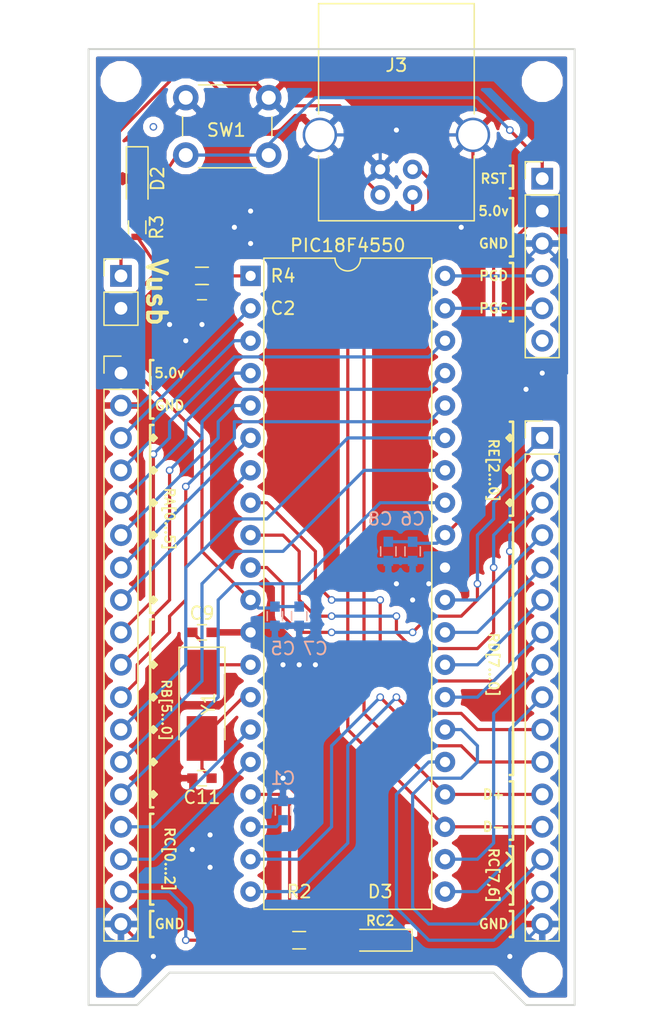
<source format=kicad_pcb>
(kicad_pcb (version 4) (host pcbnew 4.0.7)

  (general
    (links 78)
    (no_connects 0)
    (area 143.434999 79.934999 181.685001 155.015001)
    (thickness 1.6)
    (drawings 143)
    (tracks 352)
    (zones 0)
    (modules 25)
    (nets 43)
  )

  (page A4)
  (layers
    (0 F.Cu signal)
    (31 B.Cu signal)
    (32 B.Adhes user)
    (33 F.Adhes user)
    (34 B.Paste user)
    (35 F.Paste user)
    (36 B.SilkS user)
    (37 F.SilkS user)
    (38 B.Mask user)
    (39 F.Mask user)
    (40 Dwgs.User user)
    (41 Cmts.User user)
    (42 Eco1.User user)
    (43 Eco2.User user)
    (44 Edge.Cuts user)
    (45 Margin user)
    (46 B.CrtYd user)
    (47 F.CrtYd user)
    (48 B.Fab user)
    (49 F.Fab user)
  )

  (setup
    (last_trace_width 0.25)
    (trace_clearance 0.2)
    (zone_clearance 0.508)
    (zone_45_only yes)
    (trace_min 0.2)
    (segment_width 0.2)
    (edge_width 0.15)
    (via_size 0.6)
    (via_drill 0.4)
    (via_min_size 0.4)
    (via_min_drill 0.3)
    (uvia_size 0.3)
    (uvia_drill 0.1)
    (uvias_allowed no)
    (uvia_min_size 0.2)
    (uvia_min_drill 0.1)
    (pcb_text_width 0.3)
    (pcb_text_size 1.5 1.5)
    (mod_edge_width 0.15)
    (mod_text_size 1 1)
    (mod_text_width 0.15)
    (pad_size 1.6 1.6)
    (pad_drill 0.8)
    (pad_to_mask_clearance 0.2)
    (aux_axis_origin 0 0)
    (visible_elements 7FFEFFFF)
    (pcbplotparams
      (layerselection 0x00030_80000001)
      (usegerberextensions false)
      (excludeedgelayer true)
      (linewidth 0.100000)
      (plotframeref false)
      (viasonmask false)
      (mode 1)
      (useauxorigin false)
      (hpglpennumber 1)
      (hpglpenspeed 20)
      (hpglpendiameter 15)
      (hpglpenoverlay 2)
      (psnegative false)
      (psa4output false)
      (plotreference true)
      (plotvalue true)
      (plotinvisibletext false)
      (padsonsilk false)
      (subtractmaskfromsilk false)
      (outputformat 1)
      (mirror false)
      (drillshape 1)
      (scaleselection 1)
      (outputdirectory ""))
  )

  (net 0 "")
  (net 1 "Net-(C1-Pad2)")
  (net 2 GND)
  (net 3 +5V)
  (net 4 "Net-(C9-Pad1)")
  (net 5 /RESET)
  (net 6 "Net-(C11-Pad1)")
  (net 7 "Net-(D2-Pad2)")
  (net 8 "Net-(J2-Pad1)")
  (net 9 /PGD)
  (net 10 /PGC)
  (net 11 "Net-(D3-Pad2)")
  (net 12 /D-)
  (net 13 /D+)
  (net 14 /RE2)
  (net 15 /RE1)
  (net 16 /RE0)
  (net 17 /RD7)
  (net 18 /RD6)
  (net 19 /RD5)
  (net 20 /RD4)
  (net 21 /RD3)
  (net 22 /RD2)
  (net 23 /RD1)
  (net 24 /RD0)
  (net 25 /PA0)
  (net 26 /PA1)
  (net 27 /PA2)
  (net 28 /PA3)
  (net 29 /PA4)
  (net 30 /PA5)
  (net 31 /PB0)
  (net 32 /PB1)
  (net 33 /PB2)
  (net 34 /PB3)
  (net 35 /PB4)
  (net 36 /PB5)
  (net 37 /RC7)
  (net 38 /RC6)
  (net 39 /RC0)
  (net 40 /RC1)
  (net 41 /RC2)
  (net 42 /NC)

  (net_class Default "This is the default net class."
    (clearance 0.2)
    (trace_width 0.25)
    (via_dia 0.6)
    (via_drill 0.4)
    (uvia_dia 0.3)
    (uvia_drill 0.1)
    (add_net +5V)
    (add_net /D+)
    (add_net /D-)
    (add_net /NC)
    (add_net /PA0)
    (add_net /PA1)
    (add_net /PA2)
    (add_net /PA3)
    (add_net /PA4)
    (add_net /PA5)
    (add_net /PB0)
    (add_net /PB1)
    (add_net /PB2)
    (add_net /PB3)
    (add_net /PB4)
    (add_net /PB5)
    (add_net /PGC)
    (add_net /PGD)
    (add_net /RC0)
    (add_net /RC1)
    (add_net /RC2)
    (add_net /RC6)
    (add_net /RC7)
    (add_net /RD0)
    (add_net /RD1)
    (add_net /RD2)
    (add_net /RD3)
    (add_net /RD4)
    (add_net /RD5)
    (add_net /RD6)
    (add_net /RD7)
    (add_net /RE0)
    (add_net /RE1)
    (add_net /RE2)
    (add_net /RESET)
    (add_net GND)
    (add_net "Net-(C1-Pad2)")
    (add_net "Net-(C11-Pad1)")
    (add_net "Net-(C9-Pad1)")
    (add_net "Net-(D2-Pad2)")
    (add_net "Net-(D3-Pad2)")
    (add_net "Net-(J2-Pad1)")
  )

  (module Mounting_Holes:MountingHole_2.2mm_M2 (layer F.Cu) (tedit 5AB9887A) (tstamp 5ABAC1AA)
    (at 146.05 152.4)
    (descr "Mounting Hole 2.2mm, no annular, M2")
    (tags "mounting hole 2.2mm no annular m2")
    (attr virtual)
    (fp_text reference "" (at 0 -3.2) (layer F.SilkS)
      (effects (font (size 1 1) (thickness 0.15)))
    )
    (fp_text value MountingHole_2.2mm_M2 (at 0 3.2) (layer F.Fab)
      (effects (font (size 1 1) (thickness 0.15)))
    )
    (fp_text user %R (at 0.3 0) (layer F.Fab)
      (effects (font (size 1 1) (thickness 0.15)))
    )
    (fp_circle (center 0 0) (end 2.2 0) (layer Cmts.User) (width 0.15))
    (fp_circle (center 0 0) (end 2.45 0) (layer F.CrtYd) (width 0.05))
    (pad 1 np_thru_hole circle (at 0 0) (size 2.2 2.2) (drill 2.2) (layers *.Cu *.Mask))
  )

  (module Mounting_Holes:MountingHole_2.2mm_M2 (layer F.Cu) (tedit 5AB9887F) (tstamp 5ABAC1A3)
    (at 179.07 152.4)
    (descr "Mounting Hole 2.2mm, no annular, M2")
    (tags "mounting hole 2.2mm no annular m2")
    (attr virtual)
    (fp_text reference "" (at 0 -3.2) (layer F.SilkS)
      (effects (font (size 1 1) (thickness 0.15)))
    )
    (fp_text value MountingHole_2.2mm_M2 (at 0 3.2) (layer F.Fab)
      (effects (font (size 1 1) (thickness 0.15)))
    )
    (fp_text user %R (at 0.3 0) (layer F.Fab)
      (effects (font (size 1 1) (thickness 0.15)))
    )
    (fp_circle (center 0 0) (end 2.2 0) (layer Cmts.User) (width 0.15))
    (fp_circle (center 0 0) (end 2.45 0) (layer F.CrtYd) (width 0.05))
    (pad 1 np_thru_hole circle (at 0 0) (size 2.2 2.2) (drill 2.2) (layers *.Cu *.Mask))
  )

  (module Mounting_Holes:MountingHole_2.2mm_M2 (layer F.Cu) (tedit 5AB9885F) (tstamp 5ABAC19C)
    (at 179.07 82.55)
    (descr "Mounting Hole 2.2mm, no annular, M2")
    (tags "mounting hole 2.2mm no annular m2")
    (attr virtual)
    (fp_text reference "" (at 0 -3.2) (layer F.SilkS)
      (effects (font (size 1 1) (thickness 0.15)))
    )
    (fp_text value MountingHole_2.2mm_M2 (at 0 3.2) (layer F.Fab)
      (effects (font (size 1 1) (thickness 0.15)))
    )
    (fp_text user %R (at 0.3 0) (layer F.Fab)
      (effects (font (size 1 1) (thickness 0.15)))
    )
    (fp_circle (center 0 0) (end 2.2 0) (layer Cmts.User) (width 0.15))
    (fp_circle (center 0 0) (end 2.45 0) (layer F.CrtYd) (width 0.05))
    (pad 1 np_thru_hole circle (at 0 0) (size 2.2 2.2) (drill 2.2) (layers *.Cu *.Mask))
  )

  (module Housings_DIP:DIP-40_W15.24mm (layer F.Cu) (tedit 5AB98896) (tstamp 5AAEDBAB)
    (at 156.21 97.79)
    (descr "40-lead dip package, row spacing 15.24 mm (600 mils)")
    (tags "DIL DIP PDIP 2.54mm 15.24mm 600mil")
    (path /5AAEDA14)
    (fp_text reference PIC18F4550 (at 7.62 -2.39) (layer F.SilkS)
      (effects (font (size 1 1) (thickness 0.15)))
    )
    (fp_text value PIC18LF4550-I/P (at 7.62 50.65) (layer F.Fab)
      (effects (font (size 1 1) (thickness 0.15)))
    )
    (fp_text user %R (at 7.62 24.13) (layer F.Fab)
      (effects (font (size 1 1) (thickness 0.15)))
    )
    (fp_line (start 1.255 -1.27) (end 14.985 -1.27) (layer F.Fab) (width 0.1))
    (fp_line (start 14.985 -1.27) (end 14.985 49.53) (layer F.Fab) (width 0.1))
    (fp_line (start 14.985 49.53) (end 0.255 49.53) (layer F.Fab) (width 0.1))
    (fp_line (start 0.255 49.53) (end 0.255 -0.27) (layer F.Fab) (width 0.1))
    (fp_line (start 0.255 -0.27) (end 1.255 -1.27) (layer F.Fab) (width 0.1))
    (fp_line (start 6.62 -1.39) (end 1.04 -1.39) (layer F.SilkS) (width 0.12))
    (fp_line (start 1.04 -1.39) (end 1.04 49.65) (layer F.SilkS) (width 0.12))
    (fp_line (start 1.04 49.65) (end 14.2 49.65) (layer F.SilkS) (width 0.12))
    (fp_line (start 14.2 49.65) (end 14.2 -1.39) (layer F.SilkS) (width 0.12))
    (fp_line (start 14.2 -1.39) (end 8.62 -1.39) (layer F.SilkS) (width 0.12))
    (fp_line (start -1.1 -1.6) (end -1.1 49.8) (layer F.CrtYd) (width 0.05))
    (fp_line (start -1.1 49.8) (end 16.3 49.8) (layer F.CrtYd) (width 0.05))
    (fp_line (start 16.3 49.8) (end 16.3 -1.6) (layer F.CrtYd) (width 0.05))
    (fp_line (start 16.3 -1.6) (end -1.1 -1.6) (layer F.CrtYd) (width 0.05))
    (fp_arc (start 7.62 -1.39) (end 6.62 -1.39) (angle -180) (layer F.SilkS) (width 0.12))
    (pad 1 thru_hole rect (at 0 0) (size 1.6 1.6) (drill 0.8) (layers *.Cu *.Mask)
      (net 5 /RESET))
    (pad 21 thru_hole oval (at 15.24 48.26) (size 1.6 1.6) (drill 0.8) (layers *.Cu *.Mask)
      (net 22 /RD2))
    (pad 2 thru_hole oval (at 0 2.54) (size 1.6 1.6) (drill 0.8) (layers *.Cu *.Mask)
      (net 25 /PA0))
    (pad 22 thru_hole oval (at 15.24 45.72) (size 1.6 1.6) (drill 0.8) (layers *.Cu *.Mask)
      (net 21 /RD3))
    (pad 3 thru_hole oval (at 0 5.08) (size 1.6 1.6) (drill 0.8) (layers *.Cu *.Mask)
      (net 26 /PA1))
    (pad 23 thru_hole oval (at 15.24 43.18) (size 1.6 1.6) (drill 0.8) (layers *.Cu *.Mask)
      (net 12 /D-))
    (pad 4 thru_hole oval (at 0 7.62) (size 1.6 1.6) (drill 0.8) (layers *.Cu *.Mask)
      (net 27 /PA2))
    (pad 24 thru_hole oval (at 15.24 40.64) (size 1.6 1.6) (drill 0.8) (layers *.Cu *.Mask)
      (net 13 /D+))
    (pad 5 thru_hole oval (at 0 10.16) (size 1.6 1.6) (drill 0.8) (layers *.Cu *.Mask)
      (net 28 /PA3))
    (pad 25 thru_hole oval (at 15.24 38.1) (size 1.6 1.6) (drill 0.8) (layers *.Cu *.Mask)
      (net 38 /RC6))
    (pad 6 thru_hole oval (at 0 12.7) (size 1.6 1.6) (drill 0.8) (layers *.Cu *.Mask)
      (net 29 /PA4))
    (pad 26 thru_hole oval (at 15.24 35.56) (size 1.6 1.6) (drill 0.8) (layers *.Cu *.Mask)
      (net 37 /RC7))
    (pad 7 thru_hole oval (at 0 15.24) (size 1.6 1.6) (drill 0.8) (layers *.Cu *.Mask)
      (net 30 /PA5))
    (pad 27 thru_hole oval (at 15.24 33.02) (size 1.6 1.6) (drill 0.8) (layers *.Cu *.Mask)
      (net 20 /RD4))
    (pad 8 thru_hole oval (at 0 17.78) (size 1.6 1.6) (drill 0.8) (layers *.Cu *.Mask)
      (net 16 /RE0))
    (pad 28 thru_hole oval (at 15.24 30.48) (size 1.6 1.6) (drill 0.8) (layers *.Cu *.Mask)
      (net 19 /RD5))
    (pad 9 thru_hole oval (at 0 20.32) (size 1.6 1.6) (drill 0.8) (layers *.Cu *.Mask)
      (net 15 /RE1))
    (pad 29 thru_hole oval (at 15.24 27.94) (size 1.6 1.6) (drill 0.8) (layers *.Cu *.Mask)
      (net 18 /RD6))
    (pad 10 thru_hole oval (at 0 22.86) (size 1.6 1.6) (drill 0.8) (layers *.Cu *.Mask)
      (net 14 /RE2))
    (pad 30 thru_hole oval (at 15.24 25.4) (size 1.6 1.6) (drill 0.8) (layers *.Cu *.Mask)
      (net 17 /RD7))
    (pad 11 thru_hole oval (at 0 25.4) (size 1.6 1.6) (drill 0.8) (layers *.Cu *.Mask)
      (net 3 +5V) (zone_connect 2))
    (pad 31 thru_hole oval (at 15.24 22.86) (size 1.6 1.6) (drill 0.8) (layers *.Cu *.Mask)
      (net 2 GND) (zone_connect 2))
    (pad 12 thru_hole oval (at 0 27.94) (size 1.6 1.6) (drill 0.8) (layers *.Cu *.Mask)
      (net 2 GND) (zone_connect 2))
    (pad 32 thru_hole oval (at 15.24 20.32) (size 1.6 1.6) (drill 0.8) (layers *.Cu *.Mask)
      (net 3 +5V) (zone_connect 2))
    (pad 13 thru_hole oval (at 0 30.48) (size 1.6 1.6) (drill 0.8) (layers *.Cu *.Mask)
      (net 4 "Net-(C9-Pad1)"))
    (pad 33 thru_hole oval (at 15.24 17.78) (size 1.6 1.6) (drill 0.8) (layers *.Cu *.Mask)
      (net 31 /PB0))
    (pad 14 thru_hole oval (at 0 33.02) (size 1.6 1.6) (drill 0.8) (layers *.Cu *.Mask)
      (net 6 "Net-(C11-Pad1)"))
    (pad 34 thru_hole oval (at 15.24 15.24) (size 1.6 1.6) (drill 0.8) (layers *.Cu *.Mask)
      (net 32 /PB1))
    (pad 15 thru_hole oval (at 0 35.56) (size 1.6 1.6) (drill 0.8) (layers *.Cu *.Mask)
      (net 39 /RC0))
    (pad 35 thru_hole oval (at 15.24 12.7) (size 1.6 1.6) (drill 0.8) (layers *.Cu *.Mask)
      (net 33 /PB2))
    (pad 16 thru_hole oval (at 0 38.1) (size 1.6 1.6) (drill 0.8) (layers *.Cu *.Mask)
      (net 40 /RC1))
    (pad 36 thru_hole oval (at 15.24 10.16) (size 1.6 1.6) (drill 0.8) (layers *.Cu *.Mask)
      (net 34 /PB3))
    (pad 17 thru_hole oval (at 0 40.64) (size 1.6 1.6) (drill 0.8) (layers *.Cu *.Mask)
      (net 41 /RC2))
    (pad 37 thru_hole oval (at 15.24 7.62) (size 1.6 1.6) (drill 0.8) (layers *.Cu *.Mask)
      (net 35 /PB4))
    (pad 18 thru_hole oval (at 0 43.18) (size 1.6 1.6) (drill 0.8) (layers *.Cu *.Mask)
      (net 1 "Net-(C1-Pad2)"))
    (pad 38 thru_hole oval (at 15.24 5.08) (size 1.6 1.6) (drill 0.8) (layers *.Cu *.Mask)
      (net 36 /PB5))
    (pad 19 thru_hole oval (at 0 45.72) (size 1.6 1.6) (drill 0.8) (layers *.Cu *.Mask)
      (net 24 /RD0))
    (pad 39 thru_hole oval (at 15.24 2.54) (size 1.6 1.6) (drill 0.8) (layers *.Cu *.Mask)
      (net 10 /PGC))
    (pad 20 thru_hole oval (at 0 48.26) (size 1.6 1.6) (drill 0.8) (layers *.Cu *.Mask)
      (net 23 /RD1))
    (pad 40 thru_hole oval (at 15.24 0) (size 1.6 1.6) (drill 0.8) (layers *.Cu *.Mask)
      (net 9 /PGD))
    (model ${KISYS3DMOD}/Housings_DIP.3dshapes/DIP-40_W15.24mm.wrl
      (at (xyz 0 0 0))
      (scale (xyz 1 1 1))
      (rotate (xyz 0 0 0))
    )
  )

  (module Connectors:USB_B (layer F.Cu) (tedit 5AB98851) (tstamp 5AB56D27)
    (at 166.37 91.44 90)
    (descr "USB B connector")
    (tags "USB_B USB_DEV")
    (path /5AB60892)
    (fp_text reference J3 (at 10.16 1.27 360) (layer F.SilkS)
      (effects (font (size 1 1) (thickness 0.15)))
    )
    (fp_text value USB_B (at 4.7 1.27 180) (layer F.Fab)
      (effects (font (size 1 1) (thickness 0.15)))
    )
    (fp_line (start 15.25 8.9) (end -2.3 8.9) (layer F.CrtYd) (width 0.05))
    (fp_line (start -2.3 8.9) (end -2.3 -6.35) (layer F.CrtYd) (width 0.05))
    (fp_line (start -2.3 -6.35) (end 15.25 -6.35) (layer F.CrtYd) (width 0.05))
    (fp_line (start 15.25 -6.35) (end 15.25 8.9) (layer F.CrtYd) (width 0.05))
    (fp_line (start 6.35 7.37) (end 14.99 7.37) (layer F.SilkS) (width 0.12))
    (fp_line (start -2.03 7.37) (end 3.05 7.37) (layer F.SilkS) (width 0.12))
    (fp_line (start 6.35 -4.83) (end 14.99 -4.83) (layer F.SilkS) (width 0.12))
    (fp_line (start -2.03 -4.83) (end 3.05 -4.83) (layer F.SilkS) (width 0.12))
    (fp_line (start 14.99 -4.83) (end 14.99 7.37) (layer F.SilkS) (width 0.12))
    (fp_line (start -2.03 7.37) (end -2.03 -4.83) (layer F.SilkS) (width 0.12))
    (pad 2 thru_hole circle (at 0 2.54) (size 1.52 1.52) (drill 0.81) (layers *.Cu *.Mask)
      (net 12 /D-))
    (pad 1 thru_hole circle (at 0 0) (size 1.52 1.52) (drill 0.81) (layers *.Cu *.Mask)
      (net 8 "Net-(J2-Pad1)"))
    (pad 4 thru_hole circle (at 2 0) (size 1.52 1.52) (drill 0.81) (layers *.Cu *.Mask)
      (net 2 GND))
    (pad 3 thru_hole circle (at 2 2.54) (size 1.52 1.52) (drill 0.81) (layers *.Cu *.Mask)
      (net 13 /D+))
    (pad 5 thru_hole circle (at 4.7 7.27) (size 2.7 2.7) (drill 2.3) (layers *.Cu *.Mask)
      (net 2 GND))
    (pad 5 thru_hole circle (at 4.7 -4.73) (size 2.7 2.7) (drill 2.3) (layers *.Cu *.Mask)
      (net 2 GND))
    (model ${KISYS3DMOD}/Connectors.3dshapes/USB_B.wrl
      (at (xyz 0.18 -0.05 0))
      (scale (xyz 0.39 0.39 0.39))
      (rotate (xyz 0 0 -90))
    )
  )

  (module Pin_Headers:Pin_Header_Straight_1x02_Pitch2.54mm (layer F.Cu) (tedit 5AB98953) (tstamp 5AB56EF8)
    (at 146.05 97.79)
    (descr "Through hole straight pin header, 1x02, 2.54mm pitch, single row")
    (tags "Through hole pin header THT 1x02 2.54mm single row")
    (path /5AB6575D)
    (fp_text reference "" (at 0 -2.33) (layer F.SilkS)
      (effects (font (size 1 1) (thickness 0.15)))
    )
    (fp_text value Conn_01x02_Male (at 0 4.87) (layer F.Fab)
      (effects (font (size 1 1) (thickness 0.15)))
    )
    (fp_line (start -0.635 -1.27) (end 1.27 -1.27) (layer F.Fab) (width 0.1))
    (fp_line (start 1.27 -1.27) (end 1.27 3.81) (layer F.Fab) (width 0.1))
    (fp_line (start 1.27 3.81) (end -1.27 3.81) (layer F.Fab) (width 0.1))
    (fp_line (start -1.27 3.81) (end -1.27 -0.635) (layer F.Fab) (width 0.1))
    (fp_line (start -1.27 -0.635) (end -0.635 -1.27) (layer F.Fab) (width 0.1))
    (fp_line (start -1.33 3.87) (end 1.33 3.87) (layer F.SilkS) (width 0.12))
    (fp_line (start -1.33 1.27) (end -1.33 3.87) (layer F.SilkS) (width 0.12))
    (fp_line (start 1.33 1.27) (end 1.33 3.87) (layer F.SilkS) (width 0.12))
    (fp_line (start -1.33 1.27) (end 1.33 1.27) (layer F.SilkS) (width 0.12))
    (fp_line (start -1.33 0) (end -1.33 -1.33) (layer F.SilkS) (width 0.12))
    (fp_line (start -1.33 -1.33) (end 0 -1.33) (layer F.SilkS) (width 0.12))
    (fp_line (start -1.8 -1.8) (end -1.8 4.35) (layer F.CrtYd) (width 0.05))
    (fp_line (start -1.8 4.35) (end 1.8 4.35) (layer F.CrtYd) (width 0.05))
    (fp_line (start 1.8 4.35) (end 1.8 -1.8) (layer F.CrtYd) (width 0.05))
    (fp_line (start 1.8 -1.8) (end -1.8 -1.8) (layer F.CrtYd) (width 0.05))
    (fp_text user %R (at 0 1.27 90) (layer F.Fab)
      (effects (font (size 1 1) (thickness 0.15)))
    )
    (pad 1 thru_hole rect (at 0 0) (size 1.7 1.7) (drill 1) (layers *.Cu *.Mask)
      (net 8 "Net-(J2-Pad1)"))
    (pad 2 thru_hole oval (at 0 2.54) (size 1.7 1.7) (drill 1) (layers *.Cu *.Mask)
      (net 3 +5V) (zone_connect 2))
    (model ${KISYS3DMOD}/Pin_Headers.3dshapes/Pin_Header_Straight_1x02_Pitch2.54mm.wrl
      (at (xyz 0 0 0))
      (scale (xyz 1 1 1))
      (rotate (xyz 0 0 0))
    )
  )

  (module Socket_Strips:Socket_Strip_Straight_1x18_Pitch2.54mm (layer F.Cu) (tedit 5AB9895D) (tstamp 5AB69566)
    (at 146.05 105.41)
    (descr "Through hole straight socket strip, 1x18, 2.54mm pitch, single row")
    (tags "Through hole socket strip THT 1x18 2.54mm single row")
    (path /5AB6B979)
    (fp_text reference "" (at 0 -2.33) (layer F.SilkS)
      (effects (font (size 1 1) (thickness 0.15)))
    )
    (fp_text value Conn_01x18_Female (at 0 45.51) (layer F.Fab)
      (effects (font (size 1 1) (thickness 0.15)))
    )
    (fp_line (start -1.27 -1.27) (end -1.27 44.45) (layer F.Fab) (width 0.1))
    (fp_line (start -1.27 44.45) (end 1.27 44.45) (layer F.Fab) (width 0.1))
    (fp_line (start 1.27 44.45) (end 1.27 -1.27) (layer F.Fab) (width 0.1))
    (fp_line (start 1.27 -1.27) (end -1.27 -1.27) (layer F.Fab) (width 0.1))
    (fp_line (start -1.33 1.27) (end -1.33 44.51) (layer F.SilkS) (width 0.12))
    (fp_line (start -1.33 44.51) (end 1.33 44.51) (layer F.SilkS) (width 0.12))
    (fp_line (start 1.33 44.51) (end 1.33 1.27) (layer F.SilkS) (width 0.12))
    (fp_line (start 1.33 1.27) (end -1.33 1.27) (layer F.SilkS) (width 0.12))
    (fp_line (start -1.33 0) (end -1.33 -1.33) (layer F.SilkS) (width 0.12))
    (fp_line (start -1.33 -1.33) (end 0 -1.33) (layer F.SilkS) (width 0.12))
    (fp_line (start -1.8 -1.8) (end -1.8 44.95) (layer F.CrtYd) (width 0.05))
    (fp_line (start -1.8 44.95) (end 1.8 44.95) (layer F.CrtYd) (width 0.05))
    (fp_line (start 1.8 44.95) (end 1.8 -1.8) (layer F.CrtYd) (width 0.05))
    (fp_line (start 1.8 -1.8) (end -1.8 -1.8) (layer F.CrtYd) (width 0.05))
    (fp_text user %R (at 0 -2.33) (layer F.Fab)
      (effects (font (size 1 1) (thickness 0.15)))
    )
    (pad 1 thru_hole rect (at 0 0) (size 1.7 1.7) (drill 1) (layers *.Cu *.Mask)
      (net 3 +5V) (zone_connect 2))
    (pad 2 thru_hole oval (at 0 2.54) (size 1.7 1.7) (drill 1) (layers *.Cu *.Mask)
      (net 2 GND))
    (pad 3 thru_hole oval (at 0 5.08) (size 1.7 1.7) (drill 1) (layers *.Cu *.Mask)
      (net 25 /PA0))
    (pad 4 thru_hole oval (at 0 7.62) (size 1.7 1.7) (drill 1) (layers *.Cu *.Mask)
      (net 26 /PA1))
    (pad 5 thru_hole oval (at 0 10.16) (size 1.7 1.7) (drill 1) (layers *.Cu *.Mask)
      (net 27 /PA2))
    (pad 6 thru_hole oval (at 0 12.7) (size 1.7 1.7) (drill 1) (layers *.Cu *.Mask)
      (net 28 /PA3))
    (pad 7 thru_hole oval (at 0 15.24) (size 1.7 1.7) (drill 1) (layers *.Cu *.Mask)
      (net 29 /PA4))
    (pad 8 thru_hole oval (at 0 17.78) (size 1.7 1.7) (drill 1) (layers *.Cu *.Mask)
      (net 30 /PA5))
    (pad 9 thru_hole oval (at 0 20.32) (size 1.7 1.7) (drill 1) (layers *.Cu *.Mask)
      (net 36 /PB5))
    (pad 10 thru_hole oval (at 0 22.86) (size 1.7 1.7) (drill 1) (layers *.Cu *.Mask)
      (net 35 /PB4))
    (pad 11 thru_hole oval (at 0 25.4) (size 1.7 1.7) (drill 1) (layers *.Cu *.Mask)
      (net 34 /PB3))
    (pad 12 thru_hole oval (at 0 27.94) (size 1.7 1.7) (drill 1) (layers *.Cu *.Mask)
      (net 33 /PB2))
    (pad 13 thru_hole oval (at 0 30.48) (size 1.7 1.7) (drill 1) (layers *.Cu *.Mask)
      (net 32 /PB1))
    (pad 14 thru_hole oval (at 0 33.02) (size 1.7 1.7) (drill 1) (layers *.Cu *.Mask)
      (net 31 /PB0))
    (pad 15 thru_hole oval (at 0 35.56) (size 1.7 1.7) (drill 1) (layers *.Cu *.Mask)
      (net 39 /RC0))
    (pad 16 thru_hole oval (at 0 38.1) (size 1.7 1.7) (drill 1) (layers *.Cu *.Mask)
      (net 40 /RC1))
    (pad 17 thru_hole oval (at 0 40.64) (size 1.7 1.7) (drill 1) (layers *.Cu *.Mask)
      (net 41 /RC2))
    (pad 18 thru_hole oval (at 0 43.18) (size 1.7 1.7) (drill 1) (layers *.Cu *.Mask)
      (net 2 GND))
    (model ${KISYS3DMOD}/Socket_Strips.3dshapes/Socket_Strip_Straight_1x18_Pitch2.54mm.wrl
      (at (xyz 0 -0.85 0))
      (scale (xyz 1 1 1))
      (rotate (xyz 0 0 270))
    )
  )

  (module Capacitors_SMD:C_0603 (layer B.Cu) (tedit 5AB97699) (tstamp 5AAEDB29)
    (at 158.75 139.7 270)
    (descr "Capacitor SMD 0603, reflow soldering, AVX (see smccp.pdf)")
    (tags "capacitor 0603")
    (path /5AAEEBAB)
    (attr smd)
    (fp_text reference C1 (at -2.54 0 360) (layer B.SilkS)
      (effects (font (size 1 1) (thickness 0.15)) (justify mirror))
    )
    (fp_text value 1.0u (at 0 -1.5 270) (layer B.Fab)
      (effects (font (size 1 1) (thickness 0.15)) (justify mirror))
    )
    (fp_line (start 1.4 -0.65) (end -1.4 -0.65) (layer B.CrtYd) (width 0.05))
    (fp_line (start 1.4 -0.65) (end 1.4 0.65) (layer B.CrtYd) (width 0.05))
    (fp_line (start -1.4 0.65) (end -1.4 -0.65) (layer B.CrtYd) (width 0.05))
    (fp_line (start -1.4 0.65) (end 1.4 0.65) (layer B.CrtYd) (width 0.05))
    (fp_line (start 0.35 -0.6) (end -0.35 -0.6) (layer B.SilkS) (width 0.12))
    (fp_line (start -0.35 0.6) (end 0.35 0.6) (layer B.SilkS) (width 0.12))
    (fp_line (start -0.8 0.4) (end 0.8 0.4) (layer B.Fab) (width 0.1))
    (fp_line (start 0.8 0.4) (end 0.8 -0.4) (layer B.Fab) (width 0.1))
    (fp_line (start 0.8 -0.4) (end -0.8 -0.4) (layer B.Fab) (width 0.1))
    (fp_line (start -0.8 -0.4) (end -0.8 0.4) (layer B.Fab) (width 0.1))
    (fp_text user %R (at 0 0 270) (layer B.Fab)
      (effects (font (size 0.3 0.3) (thickness 0.075)) (justify mirror))
    )
    (pad 2 smd rect (at 0.75 0 270) (size 0.8 0.75) (layers B.Cu B.Paste B.Mask)
      (net 1 "Net-(C1-Pad2)"))
    (pad 1 smd rect (at -0.75 0 270) (size 0.8 0.75) (layers B.Cu B.Paste B.Mask)
      (net 2 GND))
    (model Capacitors_SMD.3dshapes/C_0603.wrl
      (at (xyz 0 0 0))
      (scale (xyz 1 1 1))
      (rotate (xyz 0 0 0))
    )
  )

  (module Capacitors_SMD:C_0603 (layer F.Cu) (tedit 5AB988AC) (tstamp 5AAEDB2F)
    (at 152.4 99.06 180)
    (descr "Capacitor SMD 0603, reflow soldering, AVX (see smccp.pdf)")
    (tags "capacitor 0603")
    (path /5AAEF78D)
    (attr smd)
    (fp_text reference C2 (at -6.35 -1.27 180) (layer F.SilkS)
      (effects (font (size 1 1) (thickness 0.15)))
    )
    (fp_text value 1.0u (at 0 1.5 180) (layer F.Fab)
      (effects (font (size 1 1) (thickness 0.15)))
    )
    (fp_line (start 1.4 0.65) (end -1.4 0.65) (layer F.CrtYd) (width 0.05))
    (fp_line (start 1.4 0.65) (end 1.4 -0.65) (layer F.CrtYd) (width 0.05))
    (fp_line (start -1.4 -0.65) (end -1.4 0.65) (layer F.CrtYd) (width 0.05))
    (fp_line (start -1.4 -0.65) (end 1.4 -0.65) (layer F.CrtYd) (width 0.05))
    (fp_line (start 0.35 0.6) (end -0.35 0.6) (layer F.SilkS) (width 0.12))
    (fp_line (start -0.35 -0.6) (end 0.35 -0.6) (layer F.SilkS) (width 0.12))
    (fp_line (start -0.8 -0.4) (end 0.8 -0.4) (layer F.Fab) (width 0.1))
    (fp_line (start 0.8 -0.4) (end 0.8 0.4) (layer F.Fab) (width 0.1))
    (fp_line (start 0.8 0.4) (end -0.8 0.4) (layer F.Fab) (width 0.1))
    (fp_line (start -0.8 0.4) (end -0.8 -0.4) (layer F.Fab) (width 0.1))
    (fp_text user %R (at 0 0 180) (layer F.Fab)
      (effects (font (size 0.3 0.3) (thickness 0.075)))
    )
    (pad 2 smd rect (at 0.75 0 180) (size 0.8 0.75) (layers F.Cu F.Paste F.Mask)
      (net 2 GND))
    (pad 1 smd rect (at -0.75 0 180) (size 0.8 0.75) (layers F.Cu F.Paste F.Mask)
      (net 5 /RESET))
    (model Capacitors_SMD.3dshapes/C_0603.wrl
      (at (xyz 0 0 0))
      (scale (xyz 1 1 1))
      (rotate (xyz 0 0 0))
    )
  )

  (module Capacitors_SMD:C_0603 (layer B.Cu) (tedit 5AB9767C) (tstamp 5AAEDB41)
    (at 158.115 124.46 270)
    (descr "Capacitor SMD 0603, reflow soldering, AVX (see smccp.pdf)")
    (tags "capacitor 0603")
    (path /5AAEE2CC)
    (attr smd)
    (fp_text reference C5 (at 2.54 -0.635 360) (layer B.SilkS)
      (effects (font (size 1 1) (thickness 0.15)) (justify mirror))
    )
    (fp_text value 100N (at 0 -1.5 270) (layer B.Fab)
      (effects (font (size 1 1) (thickness 0.15)) (justify mirror))
    )
    (fp_line (start 1.4 -0.65) (end -1.4 -0.65) (layer B.CrtYd) (width 0.05))
    (fp_line (start 1.4 -0.65) (end 1.4 0.65) (layer B.CrtYd) (width 0.05))
    (fp_line (start -1.4 0.65) (end -1.4 -0.65) (layer B.CrtYd) (width 0.05))
    (fp_line (start -1.4 0.65) (end 1.4 0.65) (layer B.CrtYd) (width 0.05))
    (fp_line (start 0.35 -0.6) (end -0.35 -0.6) (layer B.SilkS) (width 0.12))
    (fp_line (start -0.35 0.6) (end 0.35 0.6) (layer B.SilkS) (width 0.12))
    (fp_line (start -0.8 0.4) (end 0.8 0.4) (layer B.Fab) (width 0.1))
    (fp_line (start 0.8 0.4) (end 0.8 -0.4) (layer B.Fab) (width 0.1))
    (fp_line (start 0.8 -0.4) (end -0.8 -0.4) (layer B.Fab) (width 0.1))
    (fp_line (start -0.8 -0.4) (end -0.8 0.4) (layer B.Fab) (width 0.1))
    (fp_text user %R (at 0 0 270) (layer B.Fab)
      (effects (font (size 0.3 0.3) (thickness 0.075)) (justify mirror))
    )
    (pad 2 smd rect (at 0.75 0 270) (size 0.8 0.75) (layers B.Cu B.Paste B.Mask)
      (net 2 GND))
    (pad 1 smd rect (at -0.75 0 270) (size 0.8 0.75) (layers B.Cu B.Paste B.Mask)
      (net 3 +5V))
    (model Capacitors_SMD.3dshapes/C_0603.wrl
      (at (xyz 0 0 0))
      (scale (xyz 1 1 1))
      (rotate (xyz 0 0 0))
    )
  )

  (module Capacitors_SMD:C_0603 (layer B.Cu) (tedit 5AB97630) (tstamp 5AAEDB47)
    (at 168.91 119.38 90)
    (descr "Capacitor SMD 0603, reflow soldering, AVX (see smccp.pdf)")
    (tags "capacitor 0603")
    (path /5AAEE301)
    (attr smd)
    (fp_text reference C6 (at 2.54 0 180) (layer B.SilkS)
      (effects (font (size 1 1) (thickness 0.15)) (justify mirror))
    )
    (fp_text value 100N (at 0 -1.5 90) (layer B.Fab)
      (effects (font (size 1 1) (thickness 0.15)) (justify mirror))
    )
    (fp_line (start 1.4 -0.65) (end -1.4 -0.65) (layer B.CrtYd) (width 0.05))
    (fp_line (start 1.4 -0.65) (end 1.4 0.65) (layer B.CrtYd) (width 0.05))
    (fp_line (start -1.4 0.65) (end -1.4 -0.65) (layer B.CrtYd) (width 0.05))
    (fp_line (start -1.4 0.65) (end 1.4 0.65) (layer B.CrtYd) (width 0.05))
    (fp_line (start 0.35 -0.6) (end -0.35 -0.6) (layer B.SilkS) (width 0.12))
    (fp_line (start -0.35 0.6) (end 0.35 0.6) (layer B.SilkS) (width 0.12))
    (fp_line (start -0.8 0.4) (end 0.8 0.4) (layer B.Fab) (width 0.1))
    (fp_line (start 0.8 0.4) (end 0.8 -0.4) (layer B.Fab) (width 0.1))
    (fp_line (start 0.8 -0.4) (end -0.8 -0.4) (layer B.Fab) (width 0.1))
    (fp_line (start -0.8 -0.4) (end -0.8 0.4) (layer B.Fab) (width 0.1))
    (fp_text user %R (at 0 0 90) (layer B.Fab)
      (effects (font (size 0.3 0.3) (thickness 0.075)) (justify mirror))
    )
    (pad 2 smd rect (at 0.75 0 90) (size 0.8 0.75) (layers B.Cu B.Paste B.Mask)
      (net 3 +5V))
    (pad 1 smd rect (at -0.75 0 90) (size 0.8 0.75) (layers B.Cu B.Paste B.Mask)
      (net 2 GND))
    (model Capacitors_SMD.3dshapes/C_0603.wrl
      (at (xyz 0 0 0))
      (scale (xyz 1 1 1))
      (rotate (xyz 0 0 0))
    )
  )

  (module Capacitors_SMD:C_0603 (layer B.Cu) (tedit 5AB97684) (tstamp 5AAEDB4D)
    (at 160.02 124.46 270)
    (descr "Capacitor SMD 0603, reflow soldering, AVX (see smccp.pdf)")
    (tags "capacitor 0603")
    (path /5AAEE15C)
    (attr smd)
    (fp_text reference C7 (at 2.54 -1.27 540) (layer B.SilkS)
      (effects (font (size 1 1) (thickness 0.15)) (justify mirror))
    )
    (fp_text value 1.0u (at 0 -1.5 270) (layer B.Fab)
      (effects (font (size 1 1) (thickness 0.15)) (justify mirror))
    )
    (fp_line (start 1.4 -0.65) (end -1.4 -0.65) (layer B.CrtYd) (width 0.05))
    (fp_line (start 1.4 -0.65) (end 1.4 0.65) (layer B.CrtYd) (width 0.05))
    (fp_line (start -1.4 0.65) (end -1.4 -0.65) (layer B.CrtYd) (width 0.05))
    (fp_line (start -1.4 0.65) (end 1.4 0.65) (layer B.CrtYd) (width 0.05))
    (fp_line (start 0.35 -0.6) (end -0.35 -0.6) (layer B.SilkS) (width 0.12))
    (fp_line (start -0.35 0.6) (end 0.35 0.6) (layer B.SilkS) (width 0.12))
    (fp_line (start -0.8 0.4) (end 0.8 0.4) (layer B.Fab) (width 0.1))
    (fp_line (start 0.8 0.4) (end 0.8 -0.4) (layer B.Fab) (width 0.1))
    (fp_line (start 0.8 -0.4) (end -0.8 -0.4) (layer B.Fab) (width 0.1))
    (fp_line (start -0.8 -0.4) (end -0.8 0.4) (layer B.Fab) (width 0.1))
    (fp_text user %R (at 0 0 270) (layer B.Fab)
      (effects (font (size 0.3 0.3) (thickness 0.075)) (justify mirror))
    )
    (pad 2 smd rect (at 0.75 0 270) (size 0.8 0.75) (layers B.Cu B.Paste B.Mask)
      (net 2 GND))
    (pad 1 smd rect (at -0.75 0 270) (size 0.8 0.75) (layers B.Cu B.Paste B.Mask)
      (net 3 +5V))
    (model Capacitors_SMD.3dshapes/C_0603.wrl
      (at (xyz 0 0 0))
      (scale (xyz 1 1 1))
      (rotate (xyz 0 0 0))
    )
  )

  (module Capacitors_SMD:C_0603 (layer B.Cu) (tedit 5AB97655) (tstamp 5AAEDB53)
    (at 167.005 119.38 90)
    (descr "Capacitor SMD 0603, reflow soldering, AVX (see smccp.pdf)")
    (tags "capacitor 0603")
    (path /5AAEE1E8)
    (attr smd)
    (fp_text reference C8 (at 2.54 -0.635 360) (layer B.SilkS)
      (effects (font (size 1 1) (thickness 0.15)) (justify mirror))
    )
    (fp_text value 1.0u (at -1.27 -1.905 90) (layer B.Fab)
      (effects (font (size 1 1) (thickness 0.15)) (justify mirror))
    )
    (fp_line (start 1.4 -0.65) (end -1.4 -0.65) (layer B.CrtYd) (width 0.05))
    (fp_line (start 1.4 -0.65) (end 1.4 0.65) (layer B.CrtYd) (width 0.05))
    (fp_line (start -1.4 0.65) (end -1.4 -0.65) (layer B.CrtYd) (width 0.05))
    (fp_line (start -1.4 0.65) (end 1.4 0.65) (layer B.CrtYd) (width 0.05))
    (fp_line (start 0.35 -0.6) (end -0.35 -0.6) (layer B.SilkS) (width 0.12))
    (fp_line (start -0.35 0.6) (end 0.35 0.6) (layer B.SilkS) (width 0.12))
    (fp_line (start -0.8 0.4) (end 0.8 0.4) (layer B.Fab) (width 0.1))
    (fp_line (start 0.8 0.4) (end 0.8 -0.4) (layer B.Fab) (width 0.1))
    (fp_line (start 0.8 -0.4) (end -0.8 -0.4) (layer B.Fab) (width 0.1))
    (fp_line (start -0.8 -0.4) (end -0.8 0.4) (layer B.Fab) (width 0.1))
    (fp_text user %R (at 0 0 90) (layer B.Fab)
      (effects (font (size 0.3 0.3) (thickness 0.075)) (justify mirror))
    )
    (pad 2 smd rect (at 0.75 0 90) (size 0.8 0.75) (layers B.Cu B.Paste B.Mask)
      (net 3 +5V))
    (pad 1 smd rect (at -0.75 0 90) (size 0.8 0.75) (layers B.Cu B.Paste B.Mask)
      (net 2 GND))
    (model Capacitors_SMD.3dshapes/C_0603.wrl
      (at (xyz 0 0 0))
      (scale (xyz 1 1 1))
      (rotate (xyz 0 0 0))
    )
  )

  (module Capacitors_SMD:C_0603 (layer F.Cu) (tedit 59958EE7) (tstamp 5AAEDB59)
    (at 152.4 125.73)
    (descr "Capacitor SMD 0603, reflow soldering, AVX (see smccp.pdf)")
    (tags "capacitor 0603")
    (path /5AAF00BE)
    (attr smd)
    (fp_text reference C9 (at 0 -1.5) (layer F.SilkS)
      (effects (font (size 1 1) (thickness 0.15)))
    )
    (fp_text value 22p (at 0 1.5) (layer F.Fab)
      (effects (font (size 1 1) (thickness 0.15)))
    )
    (fp_line (start 1.4 0.65) (end -1.4 0.65) (layer F.CrtYd) (width 0.05))
    (fp_line (start 1.4 0.65) (end 1.4 -0.65) (layer F.CrtYd) (width 0.05))
    (fp_line (start -1.4 -0.65) (end -1.4 0.65) (layer F.CrtYd) (width 0.05))
    (fp_line (start -1.4 -0.65) (end 1.4 -0.65) (layer F.CrtYd) (width 0.05))
    (fp_line (start 0.35 0.6) (end -0.35 0.6) (layer F.SilkS) (width 0.12))
    (fp_line (start -0.35 -0.6) (end 0.35 -0.6) (layer F.SilkS) (width 0.12))
    (fp_line (start -0.8 -0.4) (end 0.8 -0.4) (layer F.Fab) (width 0.1))
    (fp_line (start 0.8 -0.4) (end 0.8 0.4) (layer F.Fab) (width 0.1))
    (fp_line (start 0.8 0.4) (end -0.8 0.4) (layer F.Fab) (width 0.1))
    (fp_line (start -0.8 0.4) (end -0.8 -0.4) (layer F.Fab) (width 0.1))
    (fp_text user %R (at 0 0) (layer F.Fab)
      (effects (font (size 0.3 0.3) (thickness 0.075)))
    )
    (pad 2 smd rect (at 0.75 0) (size 0.8 0.75) (layers F.Cu F.Paste F.Mask)
      (net 2 GND))
    (pad 1 smd rect (at -0.75 0) (size 0.8 0.75) (layers F.Cu F.Paste F.Mask)
      (net 4 "Net-(C9-Pad1)"))
    (model Capacitors_SMD.3dshapes/C_0603.wrl
      (at (xyz 0 0 0))
      (scale (xyz 1 1 1))
      (rotate (xyz 0 0 0))
    )
  )

  (module Crystals:Crystal_SMD_5032-2pin_5.0x3.2mm_HandSoldering (layer F.Cu) (tedit 5AB97B07) (tstamp 5AAEDBB1)
    (at 152.4 131.445 270)
    (descr "SMD Crystal SERIES SMD2520/2 http://www.icbase.com/File/PDF/HKC/HKC00061008.pdf, hand-soldering, 5.0x3.2mm^2 package")
    (tags "SMD SMT crystal hand-soldering")
    (path /5AAF0232)
    (attr smd)
    (fp_text reference Y1 (at -0.127 -0.508 270) (layer F.SilkS)
      (effects (font (size 1 1) (thickness 0.15)))
    )
    (fp_text value 20Mhz (at 0 2.8 270) (layer F.Fab)
      (effects (font (size 1 1) (thickness 0.15)))
    )
    (fp_text user %R (at 0 0 270) (layer F.Fab)
      (effects (font (size 1 1) (thickness 0.15)))
    )
    (fp_line (start -2.3 -1.6) (end 2.3 -1.6) (layer F.Fab) (width 0.1))
    (fp_line (start 2.3 -1.6) (end 2.5 -1.4) (layer F.Fab) (width 0.1))
    (fp_line (start 2.5 -1.4) (end 2.5 1.4) (layer F.Fab) (width 0.1))
    (fp_line (start 2.5 1.4) (end 2.3 1.6) (layer F.Fab) (width 0.1))
    (fp_line (start 2.3 1.6) (end -2.3 1.6) (layer F.Fab) (width 0.1))
    (fp_line (start -2.3 1.6) (end -2.5 1.4) (layer F.Fab) (width 0.1))
    (fp_line (start -2.5 1.4) (end -2.5 -1.4) (layer F.Fab) (width 0.1))
    (fp_line (start -2.5 -1.4) (end -2.3 -1.6) (layer F.Fab) (width 0.1))
    (fp_line (start -2.5 0.6) (end -1.5 1.6) (layer F.Fab) (width 0.1))
    (fp_line (start 2.7 -1.8) (end -4.55 -1.8) (layer F.SilkS) (width 0.12))
    (fp_line (start -4.55 -1.8) (end -4.55 1.8) (layer F.SilkS) (width 0.12))
    (fp_line (start -4.55 1.8) (end 2.7 1.8) (layer F.SilkS) (width 0.12))
    (fp_line (start -4.6 -1.9) (end -4.6 1.9) (layer F.CrtYd) (width 0.05))
    (fp_line (start -4.6 1.9) (end 4.6 1.9) (layer F.CrtYd) (width 0.05))
    (fp_line (start 4.6 1.9) (end 4.6 -1.9) (layer F.CrtYd) (width 0.05))
    (fp_line (start 4.6 -1.9) (end -4.6 -1.9) (layer F.CrtYd) (width 0.05))
    (fp_circle (center 0 0) (end 0.4 0) (layer F.Adhes) (width 0.1))
    (fp_circle (center 0 0) (end 0.333333 0) (layer F.Adhes) (width 0.133333))
    (fp_circle (center 0 0) (end 0.213333 0) (layer F.Adhes) (width 0.133333))
    (fp_circle (center 0 0) (end 0.093333 0) (layer F.Adhes) (width 0.186667))
    (pad 1 smd rect (at -2.6 0 270) (size 3.5 2.4) (layers F.Cu F.Paste F.Mask)
      (net 4 "Net-(C9-Pad1)"))
    (pad 2 smd rect (at 2.6 0 270) (size 3.5 2.4) (layers F.Cu F.Paste F.Mask)
      (net 6 "Net-(C11-Pad1)"))
    (model ${KISYS3DMOD}/Crystals.3dshapes/Crystal_SMD_5032-2pin_5.0x3.2mm_HandSoldering.wrl
      (at (xyz 0 0 0))
      (scale (xyz 0.393701 0.393701 0.393701))
      (rotate (xyz 0 0 0))
    )
  )

  (module Buttons_Switches_THT:SW_PUSH_6mm (layer F.Cu) (tedit 5AB9884A) (tstamp 5AB55A05)
    (at 151.13 83.82)
    (descr https://www.omron.com/ecb/products/pdf/en-b3f.pdf)
    (tags "tact sw push 6mm")
    (path /5AAEF4D1)
    (fp_text reference SW1 (at 3.175 2.54) (layer F.SilkS)
      (effects (font (size 1 1) (thickness 0.15)))
    )
    (fp_text value SW_DIP_x01 (at 3.75 6.7) (layer F.Fab)
      (effects (font (size 1 1) (thickness 0.15)))
    )
    (fp_text user %R (at 3.25 2.25) (layer F.Fab)
      (effects (font (size 1 1) (thickness 0.15)))
    )
    (fp_line (start 3.25 -0.75) (end 6.25 -0.75) (layer F.Fab) (width 0.1))
    (fp_line (start 6.25 -0.75) (end 6.25 5.25) (layer F.Fab) (width 0.1))
    (fp_line (start 6.25 5.25) (end 0.25 5.25) (layer F.Fab) (width 0.1))
    (fp_line (start 0.25 5.25) (end 0.25 -0.75) (layer F.Fab) (width 0.1))
    (fp_line (start 0.25 -0.75) (end 3.25 -0.75) (layer F.Fab) (width 0.1))
    (fp_line (start 7.75 6) (end 8 6) (layer F.CrtYd) (width 0.05))
    (fp_line (start 8 6) (end 8 5.75) (layer F.CrtYd) (width 0.05))
    (fp_line (start 7.75 -1.5) (end 8 -1.5) (layer F.CrtYd) (width 0.05))
    (fp_line (start 8 -1.5) (end 8 -1.25) (layer F.CrtYd) (width 0.05))
    (fp_line (start -1.5 -1.25) (end -1.5 -1.5) (layer F.CrtYd) (width 0.05))
    (fp_line (start -1.5 -1.5) (end -1.25 -1.5) (layer F.CrtYd) (width 0.05))
    (fp_line (start -1.5 5.75) (end -1.5 6) (layer F.CrtYd) (width 0.05))
    (fp_line (start -1.5 6) (end -1.25 6) (layer F.CrtYd) (width 0.05))
    (fp_line (start -1.25 -1.5) (end 7.75 -1.5) (layer F.CrtYd) (width 0.05))
    (fp_line (start -1.5 5.75) (end -1.5 -1.25) (layer F.CrtYd) (width 0.05))
    (fp_line (start 7.75 6) (end -1.25 6) (layer F.CrtYd) (width 0.05))
    (fp_line (start 8 -1.25) (end 8 5.75) (layer F.CrtYd) (width 0.05))
    (fp_line (start 1 5.5) (end 5.5 5.5) (layer F.SilkS) (width 0.12))
    (fp_line (start -0.25 1.5) (end -0.25 3) (layer F.SilkS) (width 0.12))
    (fp_line (start 5.5 -1) (end 1 -1) (layer F.SilkS) (width 0.12))
    (fp_line (start 6.75 3) (end 6.75 1.5) (layer F.SilkS) (width 0.12))
    (fp_circle (center 3.25 2.25) (end 1.25 2.5) (layer F.Fab) (width 0.1))
    (pad 2 thru_hole circle (at 0 4.5 90) (size 2 2) (drill 1.1) (layers *.Cu *.Mask)
      (net 5 /RESET))
    (pad 1 thru_hole circle (at 0 0 90) (size 2 2) (drill 1.1) (layers *.Cu *.Mask)
      (net 2 GND))
    (pad 2 thru_hole circle (at 6.5 4.5 90) (size 2 2) (drill 1.1) (layers *.Cu *.Mask)
      (net 5 /RESET))
    (pad 1 thru_hole circle (at 6.5 0 90) (size 2 2) (drill 1.1) (layers *.Cu *.Mask)
      (net 2 GND))
    (model ${KISYS3DMOD}/Buttons_Switches_THT.3dshapes/SW_PUSH_6mm.wrl
      (at (xyz 0.005 0 0))
      (scale (xyz 0.3937 0.3937 0.3937))
      (rotate (xyz 0 0 0))
    )
  )

  (module Capacitors_SMD:C_0603 (layer F.Cu) (tedit 59958EE7) (tstamp 5AB55DC4)
    (at 152.4 137.16 180)
    (descr "Capacitor SMD 0603, reflow soldering, AVX (see smccp.pdf)")
    (tags "capacitor 0603")
    (path /5AAF0118)
    (attr smd)
    (fp_text reference C11 (at 0 -1.5 180) (layer F.SilkS)
      (effects (font (size 1 1) (thickness 0.15)))
    )
    (fp_text value 22p (at 0 1.5 180) (layer F.Fab)
      (effects (font (size 1 1) (thickness 0.15)))
    )
    (fp_line (start 1.4 0.65) (end -1.4 0.65) (layer F.CrtYd) (width 0.05))
    (fp_line (start 1.4 0.65) (end 1.4 -0.65) (layer F.CrtYd) (width 0.05))
    (fp_line (start -1.4 -0.65) (end -1.4 0.65) (layer F.CrtYd) (width 0.05))
    (fp_line (start -1.4 -0.65) (end 1.4 -0.65) (layer F.CrtYd) (width 0.05))
    (fp_line (start 0.35 0.6) (end -0.35 0.6) (layer F.SilkS) (width 0.12))
    (fp_line (start -0.35 -0.6) (end 0.35 -0.6) (layer F.SilkS) (width 0.12))
    (fp_line (start -0.8 -0.4) (end 0.8 -0.4) (layer F.Fab) (width 0.1))
    (fp_line (start 0.8 -0.4) (end 0.8 0.4) (layer F.Fab) (width 0.1))
    (fp_line (start 0.8 0.4) (end -0.8 0.4) (layer F.Fab) (width 0.1))
    (fp_line (start -0.8 0.4) (end -0.8 -0.4) (layer F.Fab) (width 0.1))
    (fp_text user %R (at 0 0 180) (layer F.Fab)
      (effects (font (size 0.3 0.3) (thickness 0.075)))
    )
    (pad 2 smd rect (at 0.75 0 180) (size 0.8 0.75) (layers F.Cu F.Paste F.Mask)
      (net 2 GND))
    (pad 1 smd rect (at -0.75 0 180) (size 0.8 0.75) (layers F.Cu F.Paste F.Mask)
      (net 6 "Net-(C11-Pad1)"))
    (model Capacitors_SMD.3dshapes/C_0603.wrl
      (at (xyz 0 0 0))
      (scale (xyz 1 1 1))
      (rotate (xyz 0 0 0))
    )
  )

  (module Resistors_SMD:R_0603 (layer F.Cu) (tedit 5AB98903) (tstamp 5AB55DDC)
    (at 160.02 149.86)
    (descr "Resistor SMD 0603, reflow soldering, Vishay (see dcrcw.pdf)")
    (tags "resistor 0603")
    (path /5AB6539A)
    (attr smd)
    (fp_text reference R2 (at 0 -3.81) (layer F.SilkS)
      (effects (font (size 1 1) (thickness 0.15)))
    )
    (fp_text value 270 (at 0 1.5) (layer F.Fab)
      (effects (font (size 1 1) (thickness 0.15)))
    )
    (fp_text user %R (at 0 0) (layer F.Fab)
      (effects (font (size 0.4 0.4) (thickness 0.075)))
    )
    (fp_line (start -0.8 0.4) (end -0.8 -0.4) (layer F.Fab) (width 0.1))
    (fp_line (start 0.8 0.4) (end -0.8 0.4) (layer F.Fab) (width 0.1))
    (fp_line (start 0.8 -0.4) (end 0.8 0.4) (layer F.Fab) (width 0.1))
    (fp_line (start -0.8 -0.4) (end 0.8 -0.4) (layer F.Fab) (width 0.1))
    (fp_line (start 0.5 0.68) (end -0.5 0.68) (layer F.SilkS) (width 0.12))
    (fp_line (start -0.5 -0.68) (end 0.5 -0.68) (layer F.SilkS) (width 0.12))
    (fp_line (start -1.25 -0.7) (end 1.25 -0.7) (layer F.CrtYd) (width 0.05))
    (fp_line (start -1.25 -0.7) (end -1.25 0.7) (layer F.CrtYd) (width 0.05))
    (fp_line (start 1.25 0.7) (end 1.25 -0.7) (layer F.CrtYd) (width 0.05))
    (fp_line (start 1.25 0.7) (end -1.25 0.7) (layer F.CrtYd) (width 0.05))
    (pad 1 smd rect (at -0.75 0) (size 0.5 0.9) (layers F.Cu F.Paste F.Mask)
      (net 41 /RC2))
    (pad 2 smd rect (at 0.75 0) (size 0.5 0.9) (layers F.Cu F.Paste F.Mask)
      (net 11 "Net-(D3-Pad2)"))
    (model ${KISYS3DMOD}/Resistors_SMD.3dshapes/R_0603.wrl
      (at (xyz 0 0 0))
      (scale (xyz 1 1 1))
      (rotate (xyz 0 0 0))
    )
  )

  (module Resistors_SMD:R_0603 (layer F.Cu) (tedit 5AB9775E) (tstamp 5AB55DE2)
    (at 147.32 93.98 90)
    (descr "Resistor SMD 0603, reflow soldering, Vishay (see dcrcw.pdf)")
    (tags "resistor 0603")
    (path /5AB66980)
    (attr smd)
    (fp_text reference R3 (at 0 1.524 90) (layer F.SilkS)
      (effects (font (size 1 1) (thickness 0.15)))
    )
    (fp_text value 270 (at 0 1.5 90) (layer F.Fab)
      (effects (font (size 1 1) (thickness 0.15)))
    )
    (fp_text user %R (at 0 0 90) (layer F.Fab)
      (effects (font (size 0.4 0.4) (thickness 0.075)))
    )
    (fp_line (start -0.8 0.4) (end -0.8 -0.4) (layer F.Fab) (width 0.1))
    (fp_line (start 0.8 0.4) (end -0.8 0.4) (layer F.Fab) (width 0.1))
    (fp_line (start 0.8 -0.4) (end 0.8 0.4) (layer F.Fab) (width 0.1))
    (fp_line (start -0.8 -0.4) (end 0.8 -0.4) (layer F.Fab) (width 0.1))
    (fp_line (start 0.5 0.68) (end -0.5 0.68) (layer F.SilkS) (width 0.12))
    (fp_line (start -0.5 -0.68) (end 0.5 -0.68) (layer F.SilkS) (width 0.12))
    (fp_line (start -1.25 -0.7) (end 1.25 -0.7) (layer F.CrtYd) (width 0.05))
    (fp_line (start -1.25 -0.7) (end -1.25 0.7) (layer F.CrtYd) (width 0.05))
    (fp_line (start 1.25 0.7) (end 1.25 -0.7) (layer F.CrtYd) (width 0.05))
    (fp_line (start 1.25 0.7) (end -1.25 0.7) (layer F.CrtYd) (width 0.05))
    (pad 1 smd rect (at -0.75 0 90) (size 0.5 0.9) (layers F.Cu F.Paste F.Mask)
      (net 3 +5V))
    (pad 2 smd rect (at 0.75 0 90) (size 0.5 0.9) (layers F.Cu F.Paste F.Mask)
      (net 7 "Net-(D2-Pad2)"))
    (model ${KISYS3DMOD}/Resistors_SMD.3dshapes/R_0603.wrl
      (at (xyz 0 0 0))
      (scale (xyz 1 1 1))
      (rotate (xyz 0 0 0))
    )
  )

  (module Resistors_SMD:R_0603 (layer F.Cu) (tedit 5AB988A9) (tstamp 5AB55DE8)
    (at 152.4 97.79 180)
    (descr "Resistor SMD 0603, reflow soldering, Vishay (see dcrcw.pdf)")
    (tags "resistor 0603")
    (path /5AAEF7E7)
    (attr smd)
    (fp_text reference R4 (at -6.35 0 180) (layer F.SilkS)
      (effects (font (size 1 1) (thickness 0.15)))
    )
    (fp_text value 10K (at 0 1.5 180) (layer F.Fab)
      (effects (font (size 1 1) (thickness 0.15)))
    )
    (fp_text user %R (at 0 0 180) (layer F.Fab)
      (effects (font (size 0.4 0.4) (thickness 0.075)))
    )
    (fp_line (start -0.8 0.4) (end -0.8 -0.4) (layer F.Fab) (width 0.1))
    (fp_line (start 0.8 0.4) (end -0.8 0.4) (layer F.Fab) (width 0.1))
    (fp_line (start 0.8 -0.4) (end 0.8 0.4) (layer F.Fab) (width 0.1))
    (fp_line (start -0.8 -0.4) (end 0.8 -0.4) (layer F.Fab) (width 0.1))
    (fp_line (start 0.5 0.68) (end -0.5 0.68) (layer F.SilkS) (width 0.12))
    (fp_line (start -0.5 -0.68) (end 0.5 -0.68) (layer F.SilkS) (width 0.12))
    (fp_line (start -1.25 -0.7) (end 1.25 -0.7) (layer F.CrtYd) (width 0.05))
    (fp_line (start -1.25 -0.7) (end -1.25 0.7) (layer F.CrtYd) (width 0.05))
    (fp_line (start 1.25 0.7) (end 1.25 -0.7) (layer F.CrtYd) (width 0.05))
    (fp_line (start 1.25 0.7) (end -1.25 0.7) (layer F.CrtYd) (width 0.05))
    (pad 1 smd rect (at -0.75 0 180) (size 0.5 0.9) (layers F.Cu F.Paste F.Mask)
      (net 5 /RESET))
    (pad 2 smd rect (at 0.75 0 180) (size 0.5 0.9) (layers F.Cu F.Paste F.Mask)
      (net 3 +5V))
    (model ${KISYS3DMOD}/Resistors_SMD.3dshapes/R_0603.wrl
      (at (xyz 0 0 0))
      (scale (xyz 1 1 1))
      (rotate (xyz 0 0 0))
    )
  )

  (module LEDs:LED_1206 (layer F.Cu) (tedit 57FE943C) (tstamp 5AB56DB8)
    (at 147.32 90.17 270)
    (descr "LED 1206 smd package")
    (tags "LED led 1206 SMD smd SMT smt smdled SMDLED smtled SMTLED")
    (path /5AB6697A)
    (attr smd)
    (fp_text reference D2 (at 0 -1.6 270) (layer F.SilkS)
      (effects (font (size 1 1) (thickness 0.15)))
    )
    (fp_text value LED (at 0 1.7 270) (layer F.Fab)
      (effects (font (size 1 1) (thickness 0.15)))
    )
    (fp_line (start -2.5 -0.85) (end -2.5 0.85) (layer F.SilkS) (width 0.12))
    (fp_line (start -0.45 -0.4) (end -0.45 0.4) (layer F.Fab) (width 0.1))
    (fp_line (start -0.4 0) (end 0.2 -0.4) (layer F.Fab) (width 0.1))
    (fp_line (start 0.2 0.4) (end -0.4 0) (layer F.Fab) (width 0.1))
    (fp_line (start 0.2 -0.4) (end 0.2 0.4) (layer F.Fab) (width 0.1))
    (fp_line (start 1.6 0.8) (end -1.6 0.8) (layer F.Fab) (width 0.1))
    (fp_line (start 1.6 -0.8) (end 1.6 0.8) (layer F.Fab) (width 0.1))
    (fp_line (start -1.6 -0.8) (end 1.6 -0.8) (layer F.Fab) (width 0.1))
    (fp_line (start -1.6 0.8) (end -1.6 -0.8) (layer F.Fab) (width 0.1))
    (fp_line (start -2.45 0.85) (end 1.6 0.85) (layer F.SilkS) (width 0.12))
    (fp_line (start -2.45 -0.85) (end 1.6 -0.85) (layer F.SilkS) (width 0.12))
    (fp_line (start 2.65 -1) (end 2.65 1) (layer F.CrtYd) (width 0.05))
    (fp_line (start 2.65 1) (end -2.65 1) (layer F.CrtYd) (width 0.05))
    (fp_line (start -2.65 1) (end -2.65 -1) (layer F.CrtYd) (width 0.05))
    (fp_line (start -2.65 -1) (end 2.65 -1) (layer F.CrtYd) (width 0.05))
    (pad 2 smd rect (at 1.65 0 90) (size 1.5 1.5) (layers F.Cu F.Paste F.Mask)
      (net 7 "Net-(D2-Pad2)"))
    (pad 1 smd rect (at -1.65 0 90) (size 1.5 1.5) (layers F.Cu F.Paste F.Mask)
      (net 2 GND))
    (model ${KISYS3DMOD}/LEDs.3dshapes/LED_1206.wrl
      (at (xyz 0 0 0))
      (scale (xyz 1 1 1))
      (rotate (xyz 0 0 180))
    )
  )

  (module Pin_Headers:Pin_Header_Straight_1x06_Pitch2.54mm (layer F.Cu) (tedit 5AB98966) (tstamp 5AB56DC2)
    (at 179.07 90.17)
    (descr "Through hole straight pin header, 1x06, 2.54mm pitch, single row")
    (tags "Through hole pin header THT 1x06 2.54mm single row")
    (path /5AB624FD)
    (fp_text reference "" (at 0 -2.33) (layer F.SilkS)
      (effects (font (size 1 1) (thickness 0.15)))
    )
    (fp_text value Conn_01x06_Male (at 0 15.03) (layer F.Fab)
      (effects (font (size 1 1) (thickness 0.15)))
    )
    (fp_line (start -0.635 -1.27) (end 1.27 -1.27) (layer F.Fab) (width 0.1))
    (fp_line (start 1.27 -1.27) (end 1.27 13.97) (layer F.Fab) (width 0.1))
    (fp_line (start 1.27 13.97) (end -1.27 13.97) (layer F.Fab) (width 0.1))
    (fp_line (start -1.27 13.97) (end -1.27 -0.635) (layer F.Fab) (width 0.1))
    (fp_line (start -1.27 -0.635) (end -0.635 -1.27) (layer F.Fab) (width 0.1))
    (fp_line (start -1.33 14.03) (end 1.33 14.03) (layer F.SilkS) (width 0.12))
    (fp_line (start -1.33 1.27) (end -1.33 14.03) (layer F.SilkS) (width 0.12))
    (fp_line (start 1.33 1.27) (end 1.33 14.03) (layer F.SilkS) (width 0.12))
    (fp_line (start -1.33 1.27) (end 1.33 1.27) (layer F.SilkS) (width 0.12))
    (fp_line (start -1.33 0) (end -1.33 -1.33) (layer F.SilkS) (width 0.12))
    (fp_line (start -1.33 -1.33) (end 0 -1.33) (layer F.SilkS) (width 0.12))
    (fp_line (start -1.8 -1.8) (end -1.8 14.5) (layer F.CrtYd) (width 0.05))
    (fp_line (start -1.8 14.5) (end 1.8 14.5) (layer F.CrtYd) (width 0.05))
    (fp_line (start 1.8 14.5) (end 1.8 -1.8) (layer F.CrtYd) (width 0.05))
    (fp_line (start 1.8 -1.8) (end -1.8 -1.8) (layer F.CrtYd) (width 0.05))
    (fp_text user %R (at 0 6.35 90) (layer F.Fab)
      (effects (font (size 1 1) (thickness 0.15)))
    )
    (pad 1 thru_hole rect (at 0 0) (size 1.7 1.7) (drill 1) (layers *.Cu *.Mask)
      (net 5 /RESET))
    (pad 2 thru_hole oval (at 0 2.54) (size 1.7 1.7) (drill 1) (layers *.Cu *.Mask)
      (net 3 +5V) (zone_connect 2))
    (pad 3 thru_hole oval (at 0 5.08) (size 1.7 1.7) (drill 1) (layers *.Cu *.Mask)
      (net 2 GND))
    (pad 4 thru_hole oval (at 0 7.62) (size 1.7 1.7) (drill 1) (layers *.Cu *.Mask)
      (net 9 /PGD))
    (pad 5 thru_hole oval (at 0 10.16) (size 1.7 1.7) (drill 1) (layers *.Cu *.Mask)
      (net 10 /PGC))
    (pad 6 thru_hole oval (at 0 12.7) (size 1.7 1.7) (drill 1) (layers *.Cu *.Mask)
      (net 42 /NC))
    (model ${KISYS3DMOD}/Pin_Headers.3dshapes/Pin_Header_Straight_1x06_Pitch2.54mm.wrl
      (at (xyz 0 0 0))
      (scale (xyz 1 1 1))
      (rotate (xyz 0 0 0))
    )
  )

  (module LEDs:LED_1206 (layer F.Cu) (tedit 5AB98904) (tstamp 5AB577C5)
    (at 166.37 149.86 180)
    (descr "LED 1206 smd package")
    (tags "LED led 1206 SMD smd SMT smt smdled SMDLED smtled SMTLED")
    (path /5AB65394)
    (attr smd)
    (fp_text reference D3 (at 0 3.81 180) (layer F.SilkS)
      (effects (font (size 1 1) (thickness 0.15)))
    )
    (fp_text value LED (at 0 1.7 180) (layer F.Fab)
      (effects (font (size 1 1) (thickness 0.15)))
    )
    (fp_line (start -2.5 -0.85) (end -2.5 0.85) (layer F.SilkS) (width 0.12))
    (fp_line (start -0.45 -0.4) (end -0.45 0.4) (layer F.Fab) (width 0.1))
    (fp_line (start -0.4 0) (end 0.2 -0.4) (layer F.Fab) (width 0.1))
    (fp_line (start 0.2 0.4) (end -0.4 0) (layer F.Fab) (width 0.1))
    (fp_line (start 0.2 -0.4) (end 0.2 0.4) (layer F.Fab) (width 0.1))
    (fp_line (start 1.6 0.8) (end -1.6 0.8) (layer F.Fab) (width 0.1))
    (fp_line (start 1.6 -0.8) (end 1.6 0.8) (layer F.Fab) (width 0.1))
    (fp_line (start -1.6 -0.8) (end 1.6 -0.8) (layer F.Fab) (width 0.1))
    (fp_line (start -1.6 0.8) (end -1.6 -0.8) (layer F.Fab) (width 0.1))
    (fp_line (start -2.45 0.85) (end 1.6 0.85) (layer F.SilkS) (width 0.12))
    (fp_line (start -2.45 -0.85) (end 1.6 -0.85) (layer F.SilkS) (width 0.12))
    (fp_line (start 2.65 -1) (end 2.65 1) (layer F.CrtYd) (width 0.05))
    (fp_line (start 2.65 1) (end -2.65 1) (layer F.CrtYd) (width 0.05))
    (fp_line (start -2.65 1) (end -2.65 -1) (layer F.CrtYd) (width 0.05))
    (fp_line (start -2.65 -1) (end 2.65 -1) (layer F.CrtYd) (width 0.05))
    (pad 2 smd rect (at 1.65 0) (size 1.5 1.5) (layers F.Cu F.Paste F.Mask)
      (net 11 "Net-(D3-Pad2)"))
    (pad 1 smd rect (at -1.65 0) (size 1.5 1.5) (layers F.Cu F.Paste F.Mask)
      (net 2 GND))
    (model ${KISYS3DMOD}/LEDs.3dshapes/LED_1206.wrl
      (at (xyz 0 0 0))
      (scale (xyz 1 1 1))
      (rotate (xyz 0 0 180))
    )
  )

  (module Socket_Strips:Socket_Strip_Straight_1x16_Pitch2.54mm (layer F.Cu) (tedit 5AB9896A) (tstamp 5AB93308)
    (at 179.07 110.49)
    (descr "Through hole straight socket strip, 1x16, 2.54mm pitch, single row")
    (tags "Through hole socket strip THT 1x16 2.54mm single row")
    (path /5AB996C1)
    (fp_text reference "" (at 0 -2.33) (layer F.SilkS)
      (effects (font (size 1 1) (thickness 0.15)))
    )
    (fp_text value Conn_01x16_Female (at 0 40.43) (layer F.Fab)
      (effects (font (size 1 1) (thickness 0.15)))
    )
    (fp_line (start -1.27 -1.27) (end -1.27 39.37) (layer F.Fab) (width 0.1))
    (fp_line (start -1.27 39.37) (end 1.27 39.37) (layer F.Fab) (width 0.1))
    (fp_line (start 1.27 39.37) (end 1.27 -1.27) (layer F.Fab) (width 0.1))
    (fp_line (start 1.27 -1.27) (end -1.27 -1.27) (layer F.Fab) (width 0.1))
    (fp_line (start -1.33 1.27) (end -1.33 39.43) (layer F.SilkS) (width 0.12))
    (fp_line (start -1.33 39.43) (end 1.33 39.43) (layer F.SilkS) (width 0.12))
    (fp_line (start 1.33 39.43) (end 1.33 1.27) (layer F.SilkS) (width 0.12))
    (fp_line (start 1.33 1.27) (end -1.33 1.27) (layer F.SilkS) (width 0.12))
    (fp_line (start -1.33 0) (end -1.33 -1.33) (layer F.SilkS) (width 0.12))
    (fp_line (start -1.33 -1.33) (end 0 -1.33) (layer F.SilkS) (width 0.12))
    (fp_line (start -1.8 -1.8) (end -1.8 39.9) (layer F.CrtYd) (width 0.05))
    (fp_line (start -1.8 39.9) (end 1.8 39.9) (layer F.CrtYd) (width 0.05))
    (fp_line (start 1.8 39.9) (end 1.8 -1.8) (layer F.CrtYd) (width 0.05))
    (fp_line (start 1.8 -1.8) (end -1.8 -1.8) (layer F.CrtYd) (width 0.05))
    (fp_text user %R (at 0 -2.33) (layer F.Fab)
      (effects (font (size 1 1) (thickness 0.15)))
    )
    (pad 1 thru_hole rect (at 0 0) (size 1.7 1.7) (drill 1) (layers *.Cu *.Mask)
      (net 14 /RE2))
    (pad 2 thru_hole oval (at 0 2.54) (size 1.7 1.7) (drill 1) (layers *.Cu *.Mask)
      (net 15 /RE1))
    (pad 3 thru_hole oval (at 0 5.08) (size 1.7 1.7) (drill 1) (layers *.Cu *.Mask)
      (net 16 /RE0))
    (pad 4 thru_hole oval (at 0 7.62) (size 1.7 1.7) (drill 1) (layers *.Cu *.Mask)
      (net 17 /RD7))
    (pad 5 thru_hole oval (at 0 10.16) (size 1.7 1.7) (drill 1) (layers *.Cu *.Mask)
      (net 18 /RD6))
    (pad 6 thru_hole oval (at 0 12.7) (size 1.7 1.7) (drill 1) (layers *.Cu *.Mask)
      (net 19 /RD5))
    (pad 7 thru_hole oval (at 0 15.24) (size 1.7 1.7) (drill 1) (layers *.Cu *.Mask)
      (net 20 /RD4))
    (pad 8 thru_hole oval (at 0 17.78) (size 1.7 1.7) (drill 1) (layers *.Cu *.Mask)
      (net 21 /RD3))
    (pad 9 thru_hole oval (at 0 20.32) (size 1.7 1.7) (drill 1) (layers *.Cu *.Mask)
      (net 22 /RD2))
    (pad 10 thru_hole oval (at 0 22.86) (size 1.7 1.7) (drill 1) (layers *.Cu *.Mask)
      (net 23 /RD1))
    (pad 11 thru_hole oval (at 0 25.4) (size 1.7 1.7) (drill 1) (layers *.Cu *.Mask)
      (net 24 /RD0))
    (pad 12 thru_hole oval (at 0 27.94) (size 1.7 1.7) (drill 1) (layers *.Cu *.Mask)
      (net 13 /D+))
    (pad 13 thru_hole oval (at 0 30.48) (size 1.7 1.7) (drill 1) (layers *.Cu *.Mask)
      (net 12 /D-))
    (pad 14 thru_hole oval (at 0 33.02) (size 1.7 1.7) (drill 1) (layers *.Cu *.Mask)
      (net 37 /RC7))
    (pad 15 thru_hole oval (at 0 35.56) (size 1.7 1.7) (drill 1) (layers *.Cu *.Mask)
      (net 38 /RC6))
    (pad 16 thru_hole oval (at 0 38.1) (size 1.7 1.7) (drill 1) (layers *.Cu *.Mask)
      (net 2 GND))
    (model ${KISYS3DMOD}/Socket_Strips.3dshapes/Socket_Strip_Straight_1x16_Pitch2.54mm.wrl
      (at (xyz 0 -0.75 0))
      (scale (xyz 1 1 1))
      (rotate (xyz 0 0 270))
    )
  )

  (module Mounting_Holes:MountingHole_2.2mm_M2 (layer F.Cu) (tedit 5AB98864) (tstamp 5AB98481)
    (at 146.05 82.55)
    (descr "Mounting Hole 2.2mm, no annular, M2")
    (tags "mounting hole 2.2mm no annular m2")
    (attr virtual)
    (fp_text reference "" (at 0 -3.2) (layer F.SilkS)
      (effects (font (size 1 1) (thickness 0.15)))
    )
    (fp_text value MountingHole_2.2mm_M2 (at 0 3.2) (layer F.Fab)
      (effects (font (size 1 1) (thickness 0.15)))
    )
    (fp_text user %R (at 0.3 0) (layer F.Fab)
      (effects (font (size 1 1) (thickness 0.15)))
    )
    (fp_circle (center 0 0) (end 2.2 0) (layer Cmts.User) (width 0.15))
    (fp_circle (center 0 0) (end 2.45 0) (layer F.CrtYd) (width 0.05))
    (pad 1 np_thru_hole circle (at 0 0) (size 2.2 2.2) (drill 2.2) (layers *.Cu *.Mask))
  )

  (gr_text RC2 (at 166.37 148.336) (layer F.SilkS)
    (effects (font (size 0.75 0.75) (thickness 0.15)))
  )
  (gr_line (start 176.784 143.51) (end 176.276 144.018) (angle 90) (layer F.SilkS) (width 0.2))
  (gr_line (start 176.276 143.002) (end 176.784 143.51) (angle 90) (layer F.SilkS) (width 0.2))
  (gr_line (start 176.276 145.796) (end 176.784 146.304) (angle 90) (layer F.SilkS) (width 0.2))
  (gr_line (start 176.784 145.288) (end 176.276 145.796) (angle 90) (layer F.SilkS) (width 0.2))
  (gr_text PGC (at 175.26 100.33) (layer F.SilkS)
    (effects (font (size 0.75 0.75) (thickness 0.15)))
  )
  (gr_text PGD (at 175.26 97.79) (layer F.SilkS)
    (effects (font (size 0.75 0.75) (thickness 0.15)))
  )
  (gr_text RST (at 175.26 90.17) (layer F.SilkS)
    (effects (font (size 0.75 0.75) (thickness 0.15)))
  )
  (gr_line (start 176.784 101.346) (end 176.53 101.346) (angle 90) (layer F.SilkS) (width 0.2))
  (gr_line (start 176.784 96.774) (end 176.784 101.346) (angle 90) (layer F.SilkS) (width 0.2))
  (gr_line (start 176.53 96.774) (end 176.784 96.774) (angle 90) (layer F.SilkS) (width 0.2))
  (gr_line (start 176.784 89.154) (end 176.53 89.154) (angle 90) (layer F.SilkS) (width 0.2))
  (gr_line (start 176.784 90.932) (end 176.784 89.154) (angle 90) (layer F.SilkS) (width 0.2))
  (gr_line (start 176.53 90.932) (end 176.784 90.932) (angle 90) (layer F.SilkS) (width 0.2))
  (gr_line (start 176.784 110.49) (end 176.276 110.49) (angle 90) (layer F.SilkS) (width 0.2))
  (gr_line (start 176.784 113.03) (end 176.276 113.03) (angle 90) (layer F.SilkS) (width 0.2))
  (gr_line (start 176.784 115.57) (end 176.276 115.57) (angle 90) (layer F.SilkS) (width 0.2))
  (gr_line (start 148.336 138.43) (end 148.844 138.43) (angle 90) (layer F.SilkS) (width 0.2))
  (gr_line (start 148.336 135.89) (end 148.336 138.43) (angle 90) (layer F.SilkS) (width 0.2))
  (gr_line (start 148.844 135.89) (end 148.336 135.89) (angle 90) (layer F.SilkS) (width 0.2))
  (gr_line (start 148.59 135.89) (end 148.844 135.89) (angle 90) (layer F.SilkS) (width 0.2))
  (gr_line (start 148.844 135.89) (end 148.59 135.89) (angle 90) (layer F.SilkS) (width 0.2))
  (gr_line (start 148.844 133.35) (end 148.336 133.35) (angle 90) (layer F.SilkS) (width 0.2))
  (gr_line (start 148.844 130.81) (end 148.336 130.81) (angle 90) (layer F.SilkS) (width 0.2))
  (gr_line (start 148.844 128.27) (end 148.336 128.27) (angle 90) (layer F.SilkS) (width 0.2))
  (gr_line (start 148.336 128.27) (end 148.59 128.27) (angle 90) (layer F.SilkS) (width 0.2))
  (gr_line (start 148.336 123.19) (end 148.844 123.19) (angle 90) (layer F.SilkS) (width 0.2))
  (gr_line (start 148.336 118.11) (end 148.844 118.11) (angle 90) (layer F.SilkS) (width 0.2))
  (gr_line (start 148.336 115.57) (end 148.844 115.57) (angle 90) (layer F.SilkS) (width 0.2))
  (gr_line (start 148.336 113.03) (end 148.844 113.03) (angle 90) (layer F.SilkS) (width 0.2))
  (gr_line (start 148.336 110.49) (end 148.844 110.49) (angle 90) (layer F.SilkS) (width 0.2))
  (gr_text RD[7...0] (at 175.26 128.27 270) (layer F.SilkS)
    (effects (font (size 0.75 0.75) (thickness 0.15)))
  )
  (gr_text RE[2...0] (at 175.26 113.03 270) (layer F.SilkS)
    (effects (font (size 0.75 0.75) (thickness 0.15)))
  )
  (gr_text D- (at 175.26 140.97) (layer F.SilkS)
    (effects (font (size 0.75 0.75) (thickness 0.15)))
  )
  (gr_text D+ (at 175.26 138.43) (layer F.SilkS)
    (effects (font (size 0.75 0.75) (thickness 0.15)))
  )
  (gr_text RC[7,6] (at 175.26 144.78 270) (layer F.SilkS)
    (effects (font (size 0.75 0.75) (thickness 0.15)))
  )
  (gr_text RC[0...2] (at 149.86 143.51 270) (layer F.SilkS)
    (effects (font (size 0.75 0.75) (thickness 0.15)))
  )
  (gr_text RB[5...0] (at 149.606 131.826 270) (layer F.SilkS)
    (effects (font (size 0.72 0.72) (thickness 0.14)))
  )
  (gr_line (start 148.59 123.444) (end 148.336 123.19) (angle 90) (layer F.SilkS) (width 0.2))
  (gr_line (start 148.844 123.19) (end 148.59 123.444) (angle 90) (layer F.SilkS) (width 0.2))
  (gr_line (start 148.59 122.936) (end 148.844 123.19) (angle 90) (layer F.SilkS) (width 0.2))
  (gr_line (start 148.336 123.19) (end 148.59 122.936) (angle 90) (layer F.SilkS) (width 0.2))
  (gr_line (start 148.59 128.524) (end 148.336 128.27) (angle 90) (layer F.SilkS) (width 0.2))
  (gr_line (start 148.844 128.27) (end 148.59 128.524) (angle 90) (layer F.SilkS) (width 0.2))
  (gr_line (start 148.59 128.016) (end 148.844 128.27) (angle 90) (layer F.SilkS) (width 0.2))
  (gr_line (start 148.336 128.27) (end 148.59 128.016) (angle 90) (layer F.SilkS) (width 0.2))
  (gr_line (start 148.59 131.064) (end 148.336 130.81) (angle 90) (layer F.SilkS) (width 0.2))
  (gr_line (start 148.844 130.81) (end 148.59 131.064) (angle 90) (layer F.SilkS) (width 0.2))
  (gr_line (start 148.59 130.556) (end 148.844 130.81) (angle 90) (layer F.SilkS) (width 0.2))
  (gr_line (start 148.336 130.81) (end 148.59 130.556) (angle 90) (layer F.SilkS) (width 0.2))
  (gr_line (start 148.59 133.604) (end 148.336 133.35) (angle 90) (layer F.SilkS) (width 0.2))
  (gr_line (start 148.844 133.35) (end 148.59 133.604) (angle 90) (layer F.SilkS) (width 0.2))
  (gr_line (start 148.59 133.604) (end 148.844 133.35) (angle 90) (layer F.SilkS) (width 0.2))
  (gr_line (start 148.59 133.096) (end 148.844 133.35) (angle 90) (layer F.SilkS) (width 0.2))
  (gr_line (start 148.336 133.35) (end 148.59 133.096) (angle 90) (layer F.SilkS) (width 0.2))
  (gr_line (start 148.59 136.144) (end 148.336 135.89) (angle 90) (layer F.SilkS) (width 0.2))
  (gr_line (start 148.844 135.89) (end 148.59 136.144) (angle 90) (layer F.SilkS) (width 0.2))
  (gr_line (start 148.59 135.636) (end 148.844 135.89) (angle 90) (layer F.SilkS) (width 0.2))
  (gr_line (start 148.336 135.89) (end 148.59 135.636) (angle 90) (layer F.SilkS) (width 0.2))
  (gr_line (start 148.59 138.684) (end 148.336 138.43) (angle 90) (layer F.SilkS) (width 0.2))
  (gr_line (start 148.844 138.43) (end 148.59 138.684) (angle 90) (layer F.SilkS) (width 0.2))
  (gr_line (start 148.59 138.176) (end 148.844 138.43) (angle 90) (layer F.SilkS) (width 0.2))
  (gr_line (start 148.336 138.43) (end 148.59 138.176) (angle 90) (layer F.SilkS) (width 0.2))
  (gr_line (start 176.53 110.236) (end 176.784 110.49) (angle 90) (layer F.SilkS) (width 0.2))
  (gr_line (start 176.276 110.49) (end 176.53 110.236) (angle 90) (layer F.SilkS) (width 0.2))
  (gr_line (start 176.53 110.744) (end 176.276 110.49) (angle 90) (layer F.SilkS) (width 0.2))
  (gr_line (start 176.784 110.49) (end 176.53 110.744) (angle 90) (layer F.SilkS) (width 0.2))
  (gr_line (start 176.53 113.284) (end 176.784 113.03) (angle 90) (layer F.SilkS) (width 0.2))
  (gr_line (start 176.276 113.03) (end 176.53 113.284) (angle 90) (layer F.SilkS) (width 0.2))
  (gr_line (start 176.53 112.776) (end 176.276 113.03) (angle 90) (layer F.SilkS) (width 0.2))
  (gr_line (start 176.784 113.03) (end 176.53 112.776) (angle 90) (layer F.SilkS) (width 0.2))
  (gr_line (start 176.53 115.824) (end 176.784 115.57) (angle 90) (layer F.SilkS) (width 0.2))
  (gr_line (start 176.276 115.57) (end 176.53 115.824) (angle 90) (layer F.SilkS) (width 0.2))
  (gr_line (start 176.53 115.316) (end 176.276 115.57) (angle 90) (layer F.SilkS) (width 0.2))
  (gr_line (start 176.784 115.57) (end 176.53 115.316) (angle 90) (layer F.SilkS) (width 0.2))
  (gr_line (start 148.59 118.364) (end 148.336 118.11) (angle 90) (layer F.SilkS) (width 0.2))
  (gr_line (start 148.844 118.11) (end 148.59 118.364) (angle 90) (layer F.SilkS) (width 0.2))
  (gr_line (start 148.59 117.856) (end 148.844 118.11) (angle 90) (layer F.SilkS) (width 0.2))
  (gr_line (start 148.336 118.11) (end 148.59 117.856) (angle 90) (layer F.SilkS) (width 0.2))
  (gr_line (start 148.59 115.824) (end 148.336 115.57) (angle 90) (layer F.SilkS) (width 0.2))
  (gr_line (start 148.844 115.57) (end 148.59 115.824) (angle 90) (layer F.SilkS) (width 0.2))
  (gr_line (start 148.59 115.316) (end 148.844 115.57) (angle 90) (layer F.SilkS) (width 0.2))
  (gr_line (start 148.336 115.57) (end 148.59 115.316) (angle 90) (layer F.SilkS) (width 0.2))
  (gr_line (start 148.59 113.284) (end 148.336 113.03) (angle 90) (layer F.SilkS) (width 0.2))
  (gr_line (start 148.844 113.03) (end 148.59 113.284) (angle 90) (layer F.SilkS) (width 0.2))
  (gr_line (start 148.59 112.776) (end 148.844 113.03) (angle 90) (layer F.SilkS) (width 0.2))
  (gr_line (start 148.336 113.03) (end 148.59 112.776) (angle 90) (layer F.SilkS) (width 0.2))
  (gr_line (start 148.59 110.744) (end 148.336 110.49) (angle 90) (layer F.SilkS) (width 0.2))
  (gr_line (start 148.844 110.49) (end 148.59 110.744) (angle 90) (layer F.SilkS) (width 0.2))
  (gr_line (start 148.59 110.236) (end 148.844 110.49) (angle 90) (layer F.SilkS) (width 0.2))
  (gr_line (start 148.336 110.49) (end 148.59 110.236) (angle 90) (layer F.SilkS) (width 0.2))
  (gr_text RA[0...5] (at 149.86 116.84 270) (layer F.SilkS)
    (effects (font (size 0.75 0.75) (thickness 0.15)))
  )
  (gr_text GND (at 149.86 148.59) (layer F.SilkS)
    (effects (font (size 0.75 0.75) (thickness 0.15)))
  )
  (gr_text GND (at 175.26 148.59) (layer F.SilkS)
    (effects (font (size 0.75 0.75) (thickness 0.15)))
  )
  (gr_line (start 176.784 109.22) (end 176.53 109.22) (angle 90) (layer F.SilkS) (width 0.2))
  (gr_line (start 176.784 116.586) (end 176.784 109.22) (angle 90) (layer F.SilkS) (width 0.2))
  (gr_line (start 176.53 116.586) (end 176.784 116.586) (angle 90) (layer F.SilkS) (width 0.2))
  (gr_line (start 176.784 117.094) (end 176.53 117.094) (angle 90) (layer F.SilkS) (width 0.2))
  (gr_line (start 176.784 136.906) (end 176.784 117.094) (angle 90) (layer F.SilkS) (width 0.2))
  (gr_line (start 176.53 136.906) (end 176.784 136.906) (angle 90) (layer F.SilkS) (width 0.2))
  (gr_line (start 176.784 137.414) (end 176.53 137.414) (angle 90) (layer F.SilkS) (width 0.2))
  (gr_line (start 176.784 141.986) (end 176.784 137.414) (angle 90) (layer F.SilkS) (width 0.2))
  (gr_line (start 176.53 141.986) (end 176.784 141.986) (angle 90) (layer F.SilkS) (width 0.2))
  (gr_line (start 176.784 142.494) (end 176.53 142.494) (angle 90) (layer F.SilkS) (width 0.2))
  (gr_line (start 176.784 147.066) (end 176.784 142.494) (angle 90) (layer F.SilkS) (width 0.2))
  (gr_line (start 176.53 147.066) (end 176.784 147.066) (angle 90) (layer F.SilkS) (width 0.2))
  (gr_line (start 176.784 147.574) (end 176.53 147.574) (angle 90) (layer F.SilkS) (width 0.2))
  (gr_line (start 176.784 149.606) (end 176.784 147.574) (angle 90) (layer F.SilkS) (width 0.2))
  (gr_line (start 176.53 149.606) (end 176.784 149.606) (angle 90) (layer F.SilkS) (width 0.2))
  (gr_line (start 148.336 149.606) (end 148.59 149.606) (angle 90) (layer F.SilkS) (width 0.2))
  (gr_line (start 148.336 147.574) (end 148.336 149.606) (angle 90) (layer F.SilkS) (width 0.2))
  (gr_line (start 148.59 147.574) (end 148.336 147.574) (angle 90) (layer F.SilkS) (width 0.2))
  (gr_line (start 148.336 147.066) (end 148.59 147.066) (angle 90) (layer F.SilkS) (width 0.2))
  (gr_line (start 148.336 139.954) (end 148.336 147.066) (angle 90) (layer F.SilkS) (width 0.2))
  (gr_line (start 148.59 139.954) (end 148.336 139.954) (angle 90) (layer F.SilkS) (width 0.2))
  (gr_line (start 148.336 139.446) (end 148.336 124.714) (angle 90) (layer F.SilkS) (width 0.2))
  (gr_line (start 148.336 139.446) (end 148.59 139.446) (angle 90) (layer F.SilkS) (width 0.2))
  (gr_line (start 148.59 124.714) (end 148.336 124.714) (angle 90) (layer F.SilkS) (width 0.2))
  (gr_line (start 148.336 124.206) (end 148.59 124.206) (angle 90) (layer F.SilkS) (width 0.2))
  (gr_line (start 148.336 123.952) (end 148.336 124.206) (angle 90) (layer F.SilkS) (width 0.2))
  (gr_line (start 148.336 109.474) (end 148.336 123.952) (angle 90) (layer F.SilkS) (width 0.2))
  (gr_line (start 148.59 109.474) (end 148.336 109.474) (angle 90) (layer F.SilkS) (width 0.2))
  (gr_text GND (at 175.26 95.25) (layer F.SilkS)
    (effects (font (size 0.75 0.75) (thickness 0.15)))
  )
  (gr_line (start 148.59 104.394) (end 148.336 104.394) (angle 90) (layer F.SilkS) (width 0.2))
  (gr_line (start 148.336 104.394) (end 148.336 108.966) (angle 90) (layer F.SilkS) (width 0.2))
  (gr_text 5.0v (at 175.26 92.71) (layer F.SilkS)
    (effects (font (size 0.75 0.75) (thickness 0.15)))
  )
  (gr_line (start 176.784 96.266) (end 176.53 96.266) (angle 90) (layer F.SilkS) (width 0.2))
  (gr_line (start 176.784 91.694) (end 176.784 96.266) (angle 90) (layer F.SilkS) (width 0.2))
  (gr_line (start 176.53 91.694) (end 176.784 91.694) (angle 90) (layer F.SilkS) (width 0.2))
  (gr_line (start 176.784 91.694) (end 176.53 91.694) (angle 90) (layer F.SilkS) (width 0.2))
  (gr_text GND (at 149.86 107.95) (layer F.SilkS)
    (effects (font (size 0.75 0.75) (thickness 0.15)))
  )
  (gr_text 5.0v (at 149.86 105.41) (layer F.SilkS)
    (effects (font (size 0.75 0.75) (thickness 0.15)))
  )
  (gr_line (start 148.336 108.966) (end 148.59 108.966) (angle 90) (layer F.SilkS) (width 0.2))
  (gr_text Vusb (at 148.844 99.06 270) (layer F.SilkS)
    (effects (font (size 1.5 1.5) (thickness 0.3)))
  )
  (gr_line (start 177.8 154.94) (end 181.61 154.94) (angle 90) (layer Edge.Cuts) (width 0.15))
  (gr_line (start 175.26 152.4) (end 177.8 154.94) (angle 90) (layer Edge.Cuts) (width 0.15))
  (gr_line (start 173.99 152.4) (end 175.26 152.4) (angle 90) (layer Edge.Cuts) (width 0.15))
  (gr_line (start 147.32 154.94) (end 143.51 154.94) (angle 90) (layer Edge.Cuts) (width 0.15))
  (gr_line (start 149.86 152.4) (end 147.32 154.94) (angle 90) (layer Edge.Cuts) (width 0.15))
  (gr_line (start 143.51 80.01) (end 143.51 154.94) (angle 90) (layer Edge.Cuts) (width 0.15))
  (gr_line (start 173.99 152.4) (end 149.86 152.4) (angle 90) (layer Edge.Cuts) (width 0.15))
  (gr_line (start 181.61 80.01) (end 181.61 154.94) (angle 90) (layer Edge.Cuts) (width 0.15))
  (gr_line (start 181.61 80.01) (end 143.51 80.01) (angle 90) (layer Edge.Cuts) (width 0.15))

  (via (at 148.59 86.106) (size 0.6) (drill 0.4) (layers F.Cu B.Cu) (net 0))
  (segment (start 156.21 140.97) (end 158.23 140.97) (width 0.25) (layer B.Cu) (net 1) (status 10))
  (segment (start 158.23 140.97) (end 158.75 140.45) (width 0.25) (layer B.Cu) (net 1) (tstamp 5AB5B3AA))
  (segment (start 151.765 99.06) (end 151.765 100.965) (width 0.25) (layer B.Cu) (net 2))
  (via (at 149.86 101.6) (size 0.6) (drill 0.4) (layers F.Cu B.Cu) (net 2))
  (segment (start 149.86 101.6) (end 151.13 102.87) (width 0.25) (layer B.Cu) (net 2) (tstamp 5AB98765))
  (via (at 151.13 102.87) (size 0.6) (drill 0.4) (layers F.Cu B.Cu) (net 2))
  (segment (start 151.13 102.87) (end 152.4 101.6) (width 0.25) (layer F.Cu) (net 2) (tstamp 5AB98768))
  (via (at 152.4 101.6) (size 0.6) (drill 0.4) (layers F.Cu B.Cu) (net 2))
  (segment (start 151.65 99.81) (end 151.65 99.06) (width 0.25) (layer F.Cu) (net 2))
  (segment (start 151.65 99.81) (end 151.13 100.33) (width 0.25) (layer F.Cu) (net 2) (tstamp 5AB9470A))
  (segment (start 151.13 100.33) (end 149.86 101.6) (width 0.25) (layer F.Cu) (net 2))
  (segment (start 151.765 100.965) (end 152.4 101.6) (width 0.25) (layer B.Cu) (net 2) (tstamp 5AB98834))
  (segment (start 156.21 95.25) (end 154.94 93.98) (width 0.25) (layer F.Cu) (net 2))
  (via (at 154.94 93.98) (size 0.6) (drill 0.4) (layers F.Cu B.Cu) (net 2))
  (segment (start 156.21 92.71) (end 161.64 87.28) (width 0.25) (layer B.Cu) (net 2) (tstamp 5AB98559))
  (via (at 156.21 92.71) (size 0.6) (drill 0.4) (layers F.Cu B.Cu) (net 2))
  (segment (start 154.94 93.98) (end 156.21 92.71) (width 0.25) (layer B.Cu) (net 2))
  (via (at 156.21 95.25) (size 0.6) (drill 0.4) (layers F.Cu B.Cu) (net 2))
  (segment (start 179.07 95.25) (end 177.8 96.52) (width 0.25) (layer B.Cu) (net 2))
  (segment (start 179.07 95.25) (end 180.975 97.155) (width 0.25) (layer B.Cu) (net 2))
  (segment (start 180.975 97.155) (end 180.975 96.52) (width 0.25) (layer B.Cu) (net 2) (tstamp 5AB987CA))
  (segment (start 177.8 106.68) (end 179.07 105.41) (width 0.25) (layer F.Cu) (net 2))
  (segment (start 180.975 96.52) (end 180.975 105.41) (width 0.25) (layer B.Cu) (net 2) (tstamp 5AB987CE))
  (segment (start 180.975 105.41) (end 179.07 105.41) (width 0.25) (layer B.Cu) (net 2) (tstamp 5AB98782))
  (via (at 179.07 105.41) (size 0.6) (drill 0.4) (layers F.Cu B.Cu) (net 2))
  (via (at 177.8 106.68) (size 0.6) (drill 0.4) (layers F.Cu B.Cu) (net 2))
  (segment (start 153.035 141.605) (end 153.162 144.018) (width 0.25) (layer B.Cu) (net 2))
  (segment (start 151.892 142.748) (end 153.035 141.605) (width 0.25) (layer F.Cu) (net 2) (tstamp 5AB98720))
  (via (at 153.035 141.605) (size 0.6) (drill 0.4) (layers F.Cu B.Cu) (net 2))
  (segment (start 151.65 137.16) (end 151.65 142.736) (width 0.25) (layer F.Cu) (net 2))
  (via (at 151.638 142.748) (size 0.6) (drill 0.4) (layers F.Cu B.Cu) (net 2))
  (segment (start 151.65 142.736) (end 151.638 142.748) (width 0.25) (layer F.Cu) (net 2) (tstamp 5AB98705))
  (segment (start 151.638 142.748) (end 151.892 142.748) (width 0.25) (layer F.Cu) (net 2))
  (via (at 153.035 144.145) (size 0.6) (drill 0.4) (layers F.Cu B.Cu) (net 2))
  (segment (start 153.162 144.018) (end 153.035 144.145) (width 0.25) (layer B.Cu) (net 2) (tstamp 5AB9872F))
  (via (at 170.18 121.92) (size 0.6) (drill 0.4) (layers F.Cu B.Cu) (net 2))
  (segment (start 167.64 121.92) (end 170.18 121.92) (width 0.25) (layer F.Cu) (net 2))
  (segment (start 171.45 120.65) (end 170.18 121.92) (width 0.25) (layer B.Cu) (net 2) (tstamp 5AB98613))
  (via (at 167.64 121.92) (size 0.6) (drill 0.4) (layers F.Cu B.Cu) (net 2))
  (segment (start 168.91 123.19) (end 170.18 121.92) (width 0.25) (layer B.Cu) (net 2))
  (via (at 168.91 123.19) (size 0.6) (drill 0.4) (layers F.Cu B.Cu) (net 2))
  (segment (start 167.64 121.92) (end 168.91 123.19) (width 0.25) (layer B.Cu) (net 2))
  (segment (start 161.29 128.27) (end 160.02 128.27) (width 0.25) (layer F.Cu) (net 2))
  (via (at 160.02 128.27) (size 0.6) (drill 0.4) (layers F.Cu B.Cu) (net 2))
  (segment (start 158.75 128.27) (end 156.21 125.73) (width 0.25) (layer F.Cu) (net 2))
  (via (at 158.75 128.27) (size 0.6) (drill 0.4) (layers F.Cu B.Cu) (net 2))
  (segment (start 160.02 128.27) (end 158.75 128.27) (width 0.25) (layer B.Cu) (net 2))
  (via (at 161.29 128.27) (size 0.6) (drill 0.4) (layers F.Cu B.Cu) (net 2))
  (segment (start 173.64 86.74) (end 173.64 93.06) (width 0.25) (layer F.Cu) (net 2))
  (via (at 172.72 93.98) (size 0.6) (drill 0.4) (layers F.Cu B.Cu) (net 2))
  (segment (start 173.64 93.06) (end 172.72 93.98) (width 0.25) (layer F.Cu) (net 2) (tstamp 5AB985CB))
  (segment (start 179.07 148.59) (end 176.53 151.13) (width 0.25) (layer B.Cu) (net 2))
  (via (at 176.53 151.13) (size 0.6) (drill 0.4) (layers F.Cu B.Cu) (net 2))
  (segment (start 146.05 148.59) (end 148.59 151.13) (width 0.25) (layer F.Cu) (net 2))
  (via (at 148.59 151.13) (size 0.6) (drill 0.4) (layers F.Cu B.Cu) (net 2))
  (segment (start 173.64 86.74) (end 168.02 86.74) (width 0.25) (layer F.Cu) (net 2))
  (via (at 167.64 86.36) (size 0.6) (drill 0.4) (layers F.Cu B.Cu) (net 2))
  (segment (start 168.02 86.74) (end 167.64 86.36) (width 0.25) (layer F.Cu) (net 2) (tstamp 5AB98564))
  (segment (start 161.64 86.74) (end 161.64 87.28) (width 0.25) (layer B.Cu) (net 2))
  (segment (start 168.91 120.13) (end 167.005 120.13) (width 0.25) (layer B.Cu) (net 2))
  (segment (start 171.45 120.65) (end 170.815 120.015) (width 0.25) (layer B.Cu) (net 2) (status 10))
  (segment (start 170.815 120.015) (end 169.025 120.015) (width 0.25) (layer B.Cu) (net 2) (tstamp 5AB96446))
  (segment (start 169.025 120.015) (end 168.91 120.13) (width 0.25) (layer B.Cu) (net 2) (tstamp 5AB96447))
  (segment (start 158.115 125.21) (end 160.02 125.21) (width 0.25) (layer B.Cu) (net 2))
  (segment (start 156.21 125.73) (end 156.845 125.095) (width 0.25) (layer B.Cu) (net 2) (status 10))
  (segment (start 156.845 125.095) (end 158 125.095) (width 0.25) (layer B.Cu) (net 2) (tstamp 5AB96440))
  (segment (start 158 125.095) (end 158.115 125.21) (width 0.25) (layer B.Cu) (net 2) (tstamp 5AB96441))
  (segment (start 166.37 89.44) (end 166.37 86.8152) (width 0.25) (layer B.Cu) (net 2))
  (segment (start 166.37 86.8152) (end 166.4452 86.74) (width 0.25) (layer B.Cu) (net 2) (tstamp 5AB951EA))
  (segment (start 161.64 86.74) (end 166.4452 86.74) (width 0.25) (layer B.Cu) (net 2))
  (segment (start 166.4452 86.74) (end 173.64 86.74) (width 0.25) (layer B.Cu) (net 2) (tstamp 5AB951ED))
  (segment (start 146.05 107.95) (end 147.5232 107.95) (width 0.25) (layer B.Cu) (net 2))
  (segment (start 147.5232 107.95) (end 149.6568 105.8164) (width 0.25) (layer B.Cu) (net 2) (tstamp 5AB95164))
  (segment (start 158.75 138.95) (end 158.75 137.16) (width 0.25) (layer B.Cu) (net 2))
  (via (at 158.75 137.16) (size 0.6) (drill 0.4) (layers F.Cu B.Cu) (net 2))
  (segment (start 168.91 118.63) (end 167.005 118.63) (width 0.25) (layer B.Cu) (net 3))
  (segment (start 158.115 123.71) (end 160.02 123.71) (width 0.25) (layer B.Cu) (net 3))
  (segment (start 171.45 118.11) (end 170.815 118.745) (width 0.25) (layer B.Cu) (net 3) (status 10))
  (segment (start 170.815 118.745) (end 169.025 118.745) (width 0.25) (layer B.Cu) (net 3) (tstamp 5AB96435))
  (segment (start 169.025 118.745) (end 168.91 118.63) (width 0.25) (layer B.Cu) (net 3) (tstamp 5AB96436))
  (segment (start 156.21 123.19) (end 156.845 123.825) (width 0.25) (layer B.Cu) (net 3) (status 10))
  (segment (start 156.845 123.825) (end 158 123.825) (width 0.25) (layer B.Cu) (net 3) (tstamp 5AB96431))
  (segment (start 158 123.825) (end 158.115 123.71) (width 0.25) (layer B.Cu) (net 3) (tstamp 5AB96432))
  (segment (start 148.59 97.79) (end 148.59 96.635) (width 0.25) (layer F.Cu) (net 3))
  (segment (start 148.59 96.635) (end 147.32 94.73) (width 0.25) (layer F.Cu) (net 3) (tstamp 5AB9268D) (status 20))
  (segment (start 179.07 92.71) (end 175.26 96.52) (width 0.25) (layer F.Cu) (net 3))
  (segment (start 175.26 114.3) (end 171.45 118.11) (width 0.25) (layer F.Cu) (net 3) (tstamp 5AB937F1) (status 20))
  (segment (start 175.26 96.52) (end 175.26 114.3) (width 0.25) (layer F.Cu) (net 3) (tstamp 5AB937EE))
  (segment (start 146.05 105.41) (end 147.32 105.41) (width 0.25) (layer F.Cu) (net 3))
  (segment (start 152.4 119.38) (end 156.21 123.19) (width 0.25) (layer F.Cu) (net 3) (tstamp 5AB937DE) (status 20))
  (segment (start 152.4 110.49) (end 152.4 119.38) (width 0.25) (layer F.Cu) (net 3) (tstamp 5AB937D8))
  (segment (start 147.32 105.41) (end 152.4 110.49) (width 0.25) (layer F.Cu) (net 3) (tstamp 5AB937D6))
  (segment (start 146.05 100.33) (end 146.05 105.41) (width 0.25) (layer F.Cu) (net 3))
  (segment (start 146.05 100.33) (end 148.59 97.79) (width 0.25) (layer F.Cu) (net 3))
  (segment (start 148.59 97.79) (end 151.65 97.79) (width 0.25) (layer F.Cu) (net 3) (tstamp 5AB9268A))
  (segment (start 152.4 128.845) (end 152.4 126.48) (width 0.25) (layer F.Cu) (net 4))
  (segment (start 152.4 126.48) (end 151.65 125.73) (width 0.25) (layer F.Cu) (net 4) (tstamp 5AB96E24))
  (segment (start 156.21 128.27) (end 152.975 128.27) (width 0.25) (layer F.Cu) (net 4))
  (segment (start 152.975 128.27) (end 152.4 128.845) (width 0.25) (layer F.Cu) (net 4) (tstamp 5AB96DFB))
  (segment (start 152.4 128.845) (end 152.4 128.905) (width 0.25) (layer F.Cu) (net 4) (status 30))
  (segment (start 152.4 128.905) (end 153.035 130.175) (width 0.25) (layer F.Cu) (net 4) (tstamp 5AB93E94) (status 30))
  (segment (start 152.34 127.635) (end 152.4 127.575) (width 0.25) (layer F.Cu) (net 4) (tstamp 5AAEDDC5) (status 30))
  (segment (start 152.34 128.905) (end 152.4 128.965) (width 0.25) (layer F.Cu) (net 4) (tstamp 5AAEDDC2) (status 30))
  (segment (start 157.63 88.32) (end 158.06 88.32) (width 0.25) (layer F.Cu) (net 5) (status 30))
  (segment (start 157.63 88.32) (end 157.63 87.48) (width 0.25) (layer B.Cu) (net 5) (status 30))
  (segment (start 157.63 87.48) (end 161.29 83.82) (width 0.25) (layer B.Cu) (net 5) (tstamp 5AB94CFE) (status 10))
  (segment (start 179.07 88.9) (end 179.07 90.17) (width 0.25) (layer F.Cu) (net 5) (tstamp 5AB94D50))
  (segment (start 176.53 86.36) (end 179.07 88.9) (width 0.25) (layer F.Cu) (net 5) (tstamp 5AB94D4F))
  (via (at 176.53 86.36) (size 0.6) (drill 0.4) (layers F.Cu B.Cu) (net 5))
  (segment (start 173.99 83.82) (end 176.53 86.36) (width 0.25) (layer B.Cu) (net 5) (tstamp 5AB94D1C))
  (segment (start 172.72 83.82) (end 173.99 83.82) (width 0.25) (layer B.Cu) (net 5) (tstamp 5AB94D0B))
  (segment (start 161.29 83.82) (end 172.72 83.82) (width 0.25) (layer B.Cu) (net 5) (tstamp 5AB94D09))
  (segment (start 153.15 99.06) (end 153.15 97.79) (width 0.25) (layer F.Cu) (net 5))
  (segment (start 151.13 88.32) (end 157.63 88.32) (width 0.25) (layer B.Cu) (net 5) (status 30))
  (segment (start 153.15 97.79) (end 153.15 97.27) (width 0.25) (layer F.Cu) (net 5))
  (segment (start 149.225 90.17) (end 150.44 88.32) (width 0.25) (layer F.Cu) (net 5) (tstamp 5AB6AA21) (status 20))
  (segment (start 149.225 95.25) (end 149.225 90.17) (width 0.25) (layer F.Cu) (net 5) (tstamp 5AB6AA20))
  (segment (start 149.86 96.52) (end 149.225 95.25) (width 0.25) (layer F.Cu) (net 5) (tstamp 5AB6AA1F))
  (segment (start 152.4 96.52) (end 149.86 96.52) (width 0.25) (layer F.Cu) (net 5) (tstamp 5AB6AA1E))
  (segment (start 153.15 97.27) (end 152.4 96.52) (width 0.25) (layer F.Cu) (net 5) (tstamp 5AB6AA1D))
  (segment (start 150.44 88.32) (end 151.13 88.32) (width 0.25) (layer F.Cu) (net 5) (tstamp 5AB6AA22) (status 30))
  (segment (start 156.21 97.79) (end 153.15 97.79) (width 0.25) (layer F.Cu) (net 5) (status 10))
  (segment (start 152.4 134.045) (end 152.4 136.41) (width 0.25) (layer F.Cu) (net 6))
  (segment (start 152.4 136.41) (end 153.15 137.16) (width 0.25) (layer F.Cu) (net 6) (tstamp 5AB96E27))
  (segment (start 156.21 130.81) (end 155.635 130.81) (width 0.25) (layer F.Cu) (net 6))
  (segment (start 155.635 130.81) (end 152.4 134.045) (width 0.25) (layer F.Cu) (net 6) (tstamp 5AB96DF8))
  (segment (start 156.21 130.81) (end 156.21 130.87) (width 0.25) (layer F.Cu) (net 6))
  (segment (start 152.4 133.35) (end 152.4 134.045) (width 0.25) (layer F.Cu) (net 6) (tstamp 5AB96BD4) (status 30))
  (segment (start 152.4 134.045) (end 152.4 133.985) (width 0.25) (layer F.Cu) (net 6) (status 30))
  (segment (start 152.4 133.985) (end 153.035 132.715) (width 0.25) (layer F.Cu) (net 6) (tstamp 5AB93E8E) (status 30))
  (segment (start 147.32 93.23) (end 147.32 91.82) (width 0.25) (layer F.Cu) (net 7) (status 10))
  (segment (start 149.86 81.915) (end 149.86 82.55) (width 0.25) (layer F.Cu) (net 8))
  (segment (start 149.86 81.915) (end 152.4 81.915) (width 0.25) (layer F.Cu) (net 8) (tstamp 5AB9604C))
  (segment (start 152.4 81.915) (end 156.21 85.725) (width 0.25) (layer F.Cu) (net 8) (tstamp 5AB96051))
  (segment (start 156.21 85.725) (end 158.115 85.725) (width 0.25) (layer F.Cu) (net 8) (tstamp 5AB96056))
  (segment (start 158.115 85.725) (end 159.385 84.455) (width 0.25) (layer F.Cu) (net 8) (tstamp 5AB96059))
  (segment (start 159.385 84.455) (end 163.195 84.455) (width 0.25) (layer F.Cu) (net 8) (tstamp 5AB9605B))
  (segment (start 163.195 84.455) (end 163.83 85.09) (width 0.25) (layer F.Cu) (net 8) (tstamp 5AB9605F))
  (segment (start 163.83 88.9) (end 163.83 85.09) (width 0.25) (layer F.Cu) (net 8) (tstamp 5AB9263C))
  (segment (start 166.37 91.44) (end 163.83 88.9) (width 0.25) (layer F.Cu) (net 8))
  (segment (start 146.05 95.885) (end 146.05 97.79) (width 0.25) (layer F.Cu) (net 8) (tstamp 5AB960B5))
  (segment (start 145.415 95.25) (end 146.05 95.885) (width 0.25) (layer F.Cu) (net 8) (tstamp 5AB960B4))
  (segment (start 145.415 86.995) (end 145.415 95.25) (width 0.25) (layer F.Cu) (net 8) (tstamp 5AB960B2))
  (segment (start 149.86 82.55) (end 145.415 86.995) (width 0.25) (layer F.Cu) (net 8) (tstamp 5AB960B1))
  (segment (start 171.45 97.79) (end 173.99 97.79) (width 0.25) (layer B.Cu) (net 9) (status 10))
  (segment (start 173.99 97.79) (end 179.07 97.79) (width 0.25) (layer B.Cu) (net 9) (tstamp 5AB92795) (status 20))
  (segment (start 171.45 100.33) (end 173.99 100.33) (width 0.25) (layer B.Cu) (net 10) (status 10))
  (segment (start 173.99 100.33) (end 179.07 100.33) (width 0.25) (layer B.Cu) (net 10) (tstamp 5AB92799) (status 20))
  (segment (start 160.77 149.86) (end 164.72 149.86) (width 0.25) (layer F.Cu) (net 11))
  (segment (start 168.91 91.44) (end 168.91 92.71) (width 0.25) (layer F.Cu) (net 12))
  (segment (start 163.83 100.33) (end 163.83 133.35) (width 0.25) (layer F.Cu) (net 12) (tstamp 5AB93B36))
  (segment (start 163.83 133.35) (end 171.45 140.97) (width 0.25) (layer F.Cu) (net 12) (tstamp 5AB93B3E) (status 20))
  (segment (start 163.83 97.79) (end 163.83 100.33) (width 0.25) (layer F.Cu) (net 12) (tstamp 5AB95CAF))
  (segment (start 168.91 92.71) (end 163.83 97.79) (width 0.25) (layer F.Cu) (net 12) (tstamp 5AB95CAA))
  (segment (start 171.45 140.97) (end 179.07 140.97) (width 0.25) (layer F.Cu) (net 12) (status 10))
  (segment (start 170.18 90.17) (end 170.18 92.71) (width 0.25) (layer F.Cu) (net 13))
  (segment (start 171.45 138.43) (end 165.1 132.08) (width 0.25) (layer F.Cu) (net 13) (tstamp 5AB93B52) (status 10))
  (segment (start 170.18 90.17) (end 169.45 89.44) (width 0.25) (layer F.Cu) (net 13) (tstamp 5AB93B48))
  (segment (start 165.1 100.33) (end 165.1 132.08) (width 0.25) (layer F.Cu) (net 13))
  (segment (start 165.1 97.79) (end 165.1 100.33) (width 0.25) (layer F.Cu) (net 13) (tstamp 5AB95CB7))
  (segment (start 170.18 92.71) (end 165.1 97.79) (width 0.25) (layer F.Cu) (net 13) (tstamp 5AB95CB6))
  (segment (start 168.91 89.44) (end 169.45 89.44) (width 0.25) (layer F.Cu) (net 13))
  (segment (start 171.45 138.43) (end 179.07 138.43) (width 0.25) (layer F.Cu) (net 13) (status 10))
  (segment (start 158.75 121.92) (end 158.75 124.46) (width 0.25) (layer F.Cu) (net 14))
  (via (at 162.56 125.73) (size 0.6) (drill 0.4) (layers F.Cu B.Cu) (net 14))
  (segment (start 162.56 125.73) (end 168.91 125.73) (width 0.25) (layer B.Cu) (net 14) (tstamp 5AB95B76))
  (segment (start 176.53 114.3) (end 175.26 115.57) (width 0.25) (layer B.Cu) (net 14) (tstamp 5AB94B23))
  (segment (start 175.26 115.57) (end 175.26 116.84) (width 0.25) (layer B.Cu) (net 14) (tstamp 5AB94B24))
  (segment (start 175.26 116.84) (end 173.99 118.11) (width 0.25) (layer B.Cu) (net 14) (tstamp 5AB94B25))
  (segment (start 173.99 118.11) (end 173.99 121.92) (width 0.25) (layer B.Cu) (net 14) (tstamp 5AB94B26))
  (via (at 173.99 121.92) (size 0.6) (drill 0.4) (layers F.Cu B.Cu) (net 14))
  (segment (start 179.07 110.49) (end 176.53 113.03) (width 0.25) (layer B.Cu) (net 14))
  (segment (start 176.53 113.03) (end 176.53 114.3) (width 0.25) (layer B.Cu) (net 14))
  (segment (start 173.99 121.92) (end 173.99 123.19) (width 0.25) (layer F.Cu) (net 14) (tstamp 5AB95711))
  (segment (start 173.99 123.19) (end 172.72 124.46) (width 0.25) (layer F.Cu) (net 14) (tstamp 5AB95712))
  (segment (start 172.72 124.46) (end 170.18 124.46) (width 0.25) (layer F.Cu) (net 14) (tstamp 5AB95713))
  (segment (start 168.91 125.73) (end 170.18 124.46) (width 0.25) (layer F.Cu) (net 14))
  (via (at 168.91 125.73) (size 0.6) (drill 0.4) (layers F.Cu B.Cu) (net 14))
  (segment (start 157.48 120.65) (end 156.21 120.65) (width 0.25) (layer F.Cu) (net 14) (tstamp 5AB957E9) (status 20))
  (segment (start 158.75 121.92) (end 157.48 120.65) (width 0.25) (layer F.Cu) (net 14) (tstamp 5AB957E8))
  (segment (start 160.02 125.73) (end 162.56 125.73) (width 0.25) (layer F.Cu) (net 14) (tstamp 5AB95C64))
  (segment (start 158.75 124.46) (end 160.02 125.73) (width 0.25) (layer F.Cu) (net 14) (tstamp 5AB95C63))
  (segment (start 162.56 124.46) (end 161.29 124.46) (width 0.25) (layer F.Cu) (net 15))
  (segment (start 168.91 127) (end 167.64 125.73) (width 0.25) (layer F.Cu) (net 15))
  (segment (start 170.18 127) (end 168.91 127) (width 0.25) (layer F.Cu) (net 15))
  (segment (start 175.26 125.73) (end 173.99 127) (width 0.25) (layer F.Cu) (net 15) (tstamp 5AB9570C))
  (segment (start 173.99 127) (end 170.18 127) (width 0.25) (layer F.Cu) (net 15) (tstamp 5AB9570D))
  (segment (start 176.53 115.57) (end 176.53 116.84) (width 0.25) (layer B.Cu) (net 15))
  (via (at 175.26 120.65) (size 0.6) (drill 0.4) (layers F.Cu B.Cu) (net 15))
  (segment (start 177.8 114.3) (end 176.53 115.57) (width 0.25) (layer B.Cu) (net 15) (tstamp 5AB94A8E))
  (segment (start 179.07 113.03) (end 177.8 114.3) (width 0.25) (layer B.Cu) (net 15))
  (segment (start 175.26 118.11) (end 175.26 120.65) (width 0.25) (layer B.Cu) (net 15) (tstamp 5AB94B20))
  (segment (start 176.53 116.84) (end 175.26 118.11) (width 0.25) (layer B.Cu) (net 15) (tstamp 5AB94B1F))
  (segment (start 175.26 120.65) (end 175.26 125.73) (width 0.25) (layer F.Cu) (net 15))
  (segment (start 162.56 124.46) (end 167.64 124.46) (width 0.25) (layer B.Cu) (net 15) (tstamp 5AB95B95))
  (via (at 167.64 124.46) (size 0.6) (drill 0.4) (layers F.Cu B.Cu) (net 15))
  (segment (start 167.64 125.73) (end 167.64 124.46) (width 0.25) (layer F.Cu) (net 15) (tstamp 5AB95B90))
  (via (at 162.56 124.46) (size 0.6) (drill 0.4) (layers F.Cu B.Cu) (net 15))
  (segment (start 158.75 118.11) (end 156.21 118.11) (width 0.25) (layer F.Cu) (net 15) (tstamp 5AB95C53) (status 20))
  (segment (start 160.02 119.38) (end 158.75 118.11) (width 0.25) (layer F.Cu) (net 15) (tstamp 5AB95C52))
  (segment (start 160.02 123.19) (end 160.02 119.38) (width 0.25) (layer F.Cu) (net 15) (tstamp 5AB95C51))
  (segment (start 161.29 124.46) (end 160.02 123.19) (width 0.25) (layer F.Cu) (net 15) (tstamp 5AB95C4E))
  (segment (start 158.75 116.84) (end 157.48 115.57) (width 0.25) (layer F.Cu) (net 16))
  (segment (start 161.29 121.92) (end 161.29 119.38) (width 0.25) (layer F.Cu) (net 16) (tstamp 5AB95C56))
  (segment (start 161.29 119.38) (end 158.75 116.84) (width 0.25) (layer F.Cu) (net 16) (tstamp 5AB95C57))
  (via (at 162.56 123.19) (size 0.6) (drill 0.4) (layers F.Cu B.Cu) (net 16))
  (segment (start 166.37 127) (end 166.37 123.19) (width 0.25) (layer F.Cu) (net 16) (tstamp 5AB95BA3))
  (via (at 166.37 123.19) (size 0.6) (drill 0.4) (layers F.Cu B.Cu) (net 16))
  (segment (start 162.56 123.19) (end 166.37 123.19) (width 0.25) (layer B.Cu) (net 16) (tstamp 5AB95BA7))
  (segment (start 168.91 129.54) (end 170.18 129.54) (width 0.25) (layer F.Cu) (net 16))
  (segment (start 176.53 128.27) (end 175.26 129.54) (width 0.25) (layer F.Cu) (net 16) (tstamp 5AB956FC))
  (segment (start 175.26 129.54) (end 170.18 129.54) (width 0.25) (layer F.Cu) (net 16) (tstamp 5AB95700))
  (segment (start 176.53 119.38) (end 176.53 118.11) (width 0.25) (layer B.Cu) (net 16))
  (segment (start 179.07 115.57) (end 176.53 118.11) (width 0.25) (layer B.Cu) (net 16))
  (via (at 176.53 119.38) (size 0.6) (drill 0.4) (layers F.Cu B.Cu) (net 16))
  (segment (start 176.53 119.38) (end 176.53 128.27) (width 0.25) (layer F.Cu) (net 16))
  (segment (start 168.91 129.54) (end 166.37 127) (width 0.25) (layer F.Cu) (net 16))
  (segment (start 162.56 123.19) (end 161.29 121.92) (width 0.25) (layer F.Cu) (net 16))
  (segment (start 157.48 115.57) (end 156.21 115.57) (width 0.25) (layer F.Cu) (net 16) (tstamp 5AB96147) (status 20))
  (segment (start 171.45 123.19) (end 173.99 123.19) (width 0.25) (layer B.Cu) (net 17) (status 10))
  (segment (start 173.99 123.19) (end 179.07 118.11) (width 0.25) (layer B.Cu) (net 17) (tstamp 5AB933DE))
  (segment (start 171.45 125.73) (end 173.99 125.73) (width 0.25) (layer B.Cu) (net 18) (status 10))
  (segment (start 173.99 125.73) (end 179.07 120.65) (width 0.25) (layer B.Cu) (net 18) (tstamp 5AB933E3))
  (segment (start 171.45 128.27) (end 173.99 128.27) (width 0.25) (layer B.Cu) (net 19) (status 10))
  (segment (start 173.99 128.27) (end 179.07 123.19) (width 0.25) (layer B.Cu) (net 19) (tstamp 5AB933E7))
  (segment (start 171.45 130.81) (end 173.99 130.81) (width 0.25) (layer B.Cu) (net 20) (status 10))
  (segment (start 173.99 130.81) (end 179.07 125.73) (width 0.25) (layer B.Cu) (net 20) (tstamp 5AB933EB))
  (segment (start 171.45 143.51) (end 173.99 143.51) (width 0.25) (layer B.Cu) (net 21) (status 10))
  (segment (start 175.26 132.08) (end 179.07 128.27) (width 0.25) (layer B.Cu) (net 21) (tstamp 5AB93412))
  (segment (start 175.26 142.24) (end 175.26 132.08) (width 0.25) (layer B.Cu) (net 21) (tstamp 5AB93410))
  (segment (start 173.99 143.51) (end 175.26 142.24) (width 0.25) (layer B.Cu) (net 21) (tstamp 5AB93408))
  (segment (start 171.45 146.05) (end 173.99 146.05) (width 0.25) (layer B.Cu) (net 22) (status 10))
  (segment (start 176.53 133.35) (end 179.07 130.81) (width 0.25) (layer B.Cu) (net 22) (tstamp 5AB9341A))
  (segment (start 176.53 143.51) (end 176.53 133.35) (width 0.25) (layer B.Cu) (net 22) (tstamp 5AB93418))
  (segment (start 173.99 146.05) (end 176.53 143.51) (width 0.25) (layer B.Cu) (net 22) (tstamp 5AB93416))
  (segment (start 170.18 132.08) (end 168.91 132.08) (width 0.25) (layer F.Cu) (net 23))
  (segment (start 163.83 134.62) (end 163.83 135.89) (width 0.25) (layer B.Cu) (net 23) (tstamp 5AB95A35))
  (via (at 167.64 130.81) (size 0.6) (drill 0.4) (layers F.Cu B.Cu) (net 23))
  (segment (start 173.99 133.35) (end 172.72 132.08) (width 0.25) (layer F.Cu) (net 23) (tstamp 5AB93C88))
  (segment (start 172.72 132.08) (end 170.18 132.08) (width 0.25) (layer F.Cu) (net 23) (tstamp 5AB93C8A))
  (segment (start 179.07 133.35) (end 173.99 133.35) (width 0.25) (layer F.Cu) (net 23))
  (segment (start 160.02 146.05) (end 156.21 146.05) (width 0.25) (layer B.Cu) (net 23) (tstamp 5AB94944) (status 20))
  (segment (start 163.83 142.24) (end 160.02 146.05) (width 0.25) (layer B.Cu) (net 23) (tstamp 5AB94943))
  (segment (start 163.83 140.97) (end 163.83 142.24) (width 0.25) (layer B.Cu) (net 23) (tstamp 5AB94942))
  (segment (start 163.83 135.89) (end 163.83 140.97) (width 0.25) (layer B.Cu) (net 23) (tstamp 5AB94941))
  (segment (start 167.64 130.81) (end 163.83 134.62) (width 0.25) (layer B.Cu) (net 23))
  (segment (start 168.91 132.08) (end 167.64 130.81) (width 0.25) (layer F.Cu) (net 23) (tstamp 5AB95A3C))
  (segment (start 166.37 130.81) (end 162.56 134.62) (width 0.25) (layer B.Cu) (net 24))
  (segment (start 162.56 135.89) (end 162.56 140.97) (width 0.25) (layer B.Cu) (net 24) (tstamp 5AB94934))
  (segment (start 162.56 140.97) (end 160.02 143.51) (width 0.25) (layer B.Cu) (net 24) (tstamp 5AB94935))
  (segment (start 156.21 143.51) (end 160.02 143.51) (width 0.25) (layer B.Cu) (net 24) (tstamp 5AB94937) (status 10))
  (via (at 166.37 130.81) (size 0.6) (drill 0.4) (layers F.Cu B.Cu) (net 24))
  (segment (start 167.64 132.08) (end 166.37 130.81) (width 0.25) (layer F.Cu) (net 24) (tstamp 5AB93C90))
  (segment (start 173.99 135.89) (end 179.07 135.89) (width 0.25) (layer F.Cu) (net 24))
  (segment (start 170.18 134.62) (end 168.91 133.35) (width 0.25) (layer F.Cu) (net 24) (tstamp 5AB93C83))
  (segment (start 172.72 134.62) (end 170.18 134.62) (width 0.25) (layer F.Cu) (net 24) (tstamp 5AB93C7F))
  (segment (start 173.99 135.89) (end 172.72 134.62) (width 0.25) (layer F.Cu) (net 24) (tstamp 5AB93C7A))
  (segment (start 168.91 133.35) (end 167.64 132.08) (width 0.25) (layer F.Cu) (net 24))
  (segment (start 162.56 134.62) (end 162.56 135.89) (width 0.25) (layer B.Cu) (net 24) (tstamp 5AB95A2F))
  (segment (start 156.21 100.33) (end 146.05 110.49) (width 0.25) (layer B.Cu) (net 25) (status 10))
  (segment (start 156.21 102.87) (end 154.94 102.87) (width 0.25) (layer B.Cu) (net 26))
  (segment (start 148.59 110.49) (end 146.05 113.03) (width 0.25) (layer B.Cu) (net 26) (tstamp 5AB96E6F))
  (segment (start 148.59 109.22) (end 148.59 110.49) (width 0.25) (layer B.Cu) (net 26) (tstamp 5AB96E6D))
  (segment (start 154.94 102.87) (end 148.59 109.22) (width 0.25) (layer B.Cu) (net 26) (tstamp 5AB96E69))
  (segment (start 156.21 105.41) (end 154.94 105.41) (width 0.25) (layer B.Cu) (net 27))
  (segment (start 151.13 110.49) (end 146.05 115.57) (width 0.25) (layer B.Cu) (net 27) (tstamp 5AB96E79))
  (segment (start 151.13 109.22) (end 151.13 110.49) (width 0.25) (layer B.Cu) (net 27) (tstamp 5AB96E74))
  (segment (start 154.94 105.41) (end 151.13 109.22) (width 0.25) (layer B.Cu) (net 27) (tstamp 5AB96E73))
  (segment (start 156.21 107.95) (end 154.94 107.95) (width 0.25) (layer B.Cu) (net 28))
  (segment (start 153.67 110.49) (end 146.05 118.11) (width 0.25) (layer B.Cu) (net 28) (tstamp 5AB96E8A))
  (segment (start 153.67 109.22) (end 153.67 110.49) (width 0.25) (layer B.Cu) (net 28) (tstamp 5AB96E87))
  (segment (start 154.94 107.95) (end 153.67 109.22) (width 0.25) (layer B.Cu) (net 28) (tstamp 5AB96E86))
  (segment (start 156.21 110.49) (end 146.05 120.65) (width 0.25) (layer B.Cu) (net 29) (status 10))
  (segment (start 156.21 113.03) (end 146.05 123.19) (width 0.25) (layer B.Cu) (net 30))
  (segment (start 171.45 115.57) (end 166.37 115.57) (width 0.25) (layer B.Cu) (net 31))
  (segment (start 153.67 130.81) (end 146.05 138.43) (width 0.25) (layer B.Cu) (net 31) (tstamp 5AB96E43))
  (segment (start 153.67 123.19) (end 153.67 130.81) (width 0.25) (layer B.Cu) (net 31) (tstamp 5AB96E41))
  (segment (start 154.94 121.92) (end 153.67 123.19) (width 0.25) (layer B.Cu) (net 31) (tstamp 5AB96E3F))
  (segment (start 160.02 121.92) (end 154.94 121.92) (width 0.25) (layer B.Cu) (net 31) (tstamp 5AB96E3D))
  (segment (start 166.37 115.57) (end 160.02 121.92) (width 0.25) (layer B.Cu) (net 31) (tstamp 5AB96E3B))
  (segment (start 171.45 113.03) (end 165.1 113.03) (width 0.25) (layer B.Cu) (net 32))
  (segment (start 152.4 129.54) (end 146.05 135.89) (width 0.25) (layer B.Cu) (net 32) (tstamp 5AB96E4F))
  (segment (start 152.4 121.92) (end 152.4 129.54) (width 0.25) (layer B.Cu) (net 32) (tstamp 5AB96E4D))
  (segment (start 154.94 119.38) (end 152.4 121.92) (width 0.25) (layer B.Cu) (net 32) (tstamp 5AB96E4B))
  (segment (start 158.75 119.38) (end 154.94 119.38) (width 0.25) (layer B.Cu) (net 32) (tstamp 5AB96E49))
  (segment (start 165.1 113.03) (end 158.75 119.38) (width 0.25) (layer B.Cu) (net 32) (tstamp 5AB96E47))
  (segment (start 171.45 110.49) (end 163.83 110.49) (width 0.25) (layer B.Cu) (net 33))
  (segment (start 151.13 128.27) (end 146.05 133.35) (width 0.25) (layer B.Cu) (net 33) (tstamp 5AB96E58))
  (segment (start 151.13 120.65) (end 151.13 128.27) (width 0.25) (layer B.Cu) (net 33) (tstamp 5AB96E56))
  (segment (start 154.94 116.84) (end 151.13 120.65) (width 0.25) (layer B.Cu) (net 33) (tstamp 5AB96E55))
  (segment (start 157.48 116.84) (end 154.94 116.84) (width 0.25) (layer B.Cu) (net 33) (tstamp 5AB96E54))
  (segment (start 163.83 110.49) (end 157.48 116.84) (width 0.25) (layer B.Cu) (net 33) (tstamp 5AB96E53))
  (segment (start 149.86 124.46) (end 149.86 125.73) (width 0.25) (layer F.Cu) (net 34))
  (via (at 151.13 114.3) (size 0.6) (drill 0.4) (layers F.Cu B.Cu) (net 34))
  (segment (start 170.18 109.22) (end 154.94 109.22) (width 0.25) (layer B.Cu) (net 34) (tstamp 5AB96F22))
  (segment (start 154.94 109.22) (end 154.94 110.49) (width 0.25) (layer B.Cu) (net 34) (tstamp 5AB96F23))
  (segment (start 154.94 110.49) (end 151.13 114.3) (width 0.25) (layer B.Cu) (net 34) (tstamp 5AB96F25))
  (segment (start 151.13 114.3) (end 151.13 123.19) (width 0.25) (layer F.Cu) (net 34) (tstamp 5AB96F29))
  (segment (start 151.13 123.19) (end 149.86 124.46) (width 0.25) (layer F.Cu) (net 34) (tstamp 5AB96F2A))
  (segment (start 171.45 107.95) (end 170.18 109.22) (width 0.25) (layer B.Cu) (net 34))
  (segment (start 147.32 129.54) (end 146.05 130.81) (width 0.25) (layer F.Cu) (net 34) (tstamp 5AB970CE))
  (segment (start 147.32 128.27) (end 147.32 129.54) (width 0.25) (layer F.Cu) (net 34) (tstamp 5AB970CD))
  (segment (start 149.86 125.73) (end 147.32 128.27) (width 0.25) (layer F.Cu) (net 34) (tstamp 5AB970CC))
  (via (at 149.86 113.03) (size 0.6) (drill 0.4) (layers F.Cu B.Cu) (net 35))
  (segment (start 171.45 105.41) (end 170.18 106.68) (width 0.25) (layer B.Cu) (net 35))
  (segment (start 148.59 125.73) (end 146.05 128.27) (width 0.25) (layer F.Cu) (net 35) (tstamp 5AB96EE8))
  (segment (start 148.59 124.46) (end 148.59 125.73) (width 0.25) (layer F.Cu) (net 35) (tstamp 5AB96EE1))
  (segment (start 149.86 123.19) (end 148.59 124.46) (width 0.25) (layer F.Cu) (net 35) (tstamp 5AB96EE0))
  (segment (start 149.86 113.03) (end 149.86 123.19) (width 0.25) (layer F.Cu) (net 35) (tstamp 5AB96EDF))
  (segment (start 152.4 110.49) (end 149.86 113.03) (width 0.25) (layer B.Cu) (net 35) (tstamp 5AB96ED8))
  (segment (start 152.4 109.22) (end 152.4 110.49) (width 0.25) (layer B.Cu) (net 35) (tstamp 5AB96ED7))
  (segment (start 154.94 106.68) (end 152.4 109.22) (width 0.25) (layer B.Cu) (net 35) (tstamp 5AB96ED6))
  (segment (start 170.18 106.68) (end 154.94 106.68) (width 0.25) (layer B.Cu) (net 35) (tstamp 5AB96ED4))
  (segment (start 171.45 102.87) (end 170.18 104.14) (width 0.25) (layer B.Cu) (net 36))
  (segment (start 148.59 123.19) (end 146.05 125.73) (width 0.25) (layer F.Cu) (net 36) (tstamp 5AB96ECC))
  (segment (start 148.59 111.76) (end 148.59 123.19) (width 0.25) (layer F.Cu) (net 36) (tstamp 5AB96ECB))
  (via (at 148.59 111.76) (size 0.6) (drill 0.4) (layers F.Cu B.Cu) (net 36))
  (segment (start 149.86 110.49) (end 148.59 111.76) (width 0.25) (layer B.Cu) (net 36) (tstamp 5AB96EC3))
  (segment (start 149.86 109.22) (end 149.86 110.49) (width 0.25) (layer B.Cu) (net 36) (tstamp 5AB96EC1))
  (segment (start 154.94 104.14) (end 149.86 109.22) (width 0.25) (layer B.Cu) (net 36) (tstamp 5AB96EBF))
  (segment (start 170.18 104.14) (end 154.94 104.14) (width 0.25) (layer B.Cu) (net 36) (tstamp 5AB96EBE))
  (segment (start 171.45 133.35) (end 172.72 133.35) (width 0.25) (layer B.Cu) (net 37) (status 10))
  (segment (start 173.99 134.62) (end 173.99 135.89) (width 0.25) (layer B.Cu) (net 37) (tstamp 5AB93468))
  (segment (start 172.72 133.35) (end 173.99 134.62) (width 0.25) (layer B.Cu) (net 37) (tstamp 5AB93467))
  (segment (start 173.99 135.89) (end 172.72 137.16) (width 0.25) (layer B.Cu) (net 37) (tstamp 5AB93469))
  (segment (start 173.99 148.59) (end 179.07 143.51) (width 0.25) (layer B.Cu) (net 37) (tstamp 5AB93460))
  (segment (start 170.18 148.59) (end 173.99 148.59) (width 0.25) (layer B.Cu) (net 37) (tstamp 5AB9345F))
  (segment (start 168.91 147.32) (end 170.18 148.59) (width 0.25) (layer B.Cu) (net 37) (tstamp 5AB9345C))
  (segment (start 168.91 146.05) (end 168.91 147.32) (width 0.25) (layer B.Cu) (net 37) (tstamp 5AB9345B))
  (segment (start 168.91 138.43) (end 168.91 146.05) (width 0.25) (layer B.Cu) (net 37) (tstamp 5AB9345A))
  (segment (start 170.18 137.16) (end 168.91 138.43) (width 0.25) (layer B.Cu) (net 37) (tstamp 5AB93458))
  (segment (start 172.72 137.16) (end 170.18 137.16) (width 0.25) (layer B.Cu) (net 37) (tstamp 5AB93457))
  (segment (start 173.99 135.89) (end 172.72 137.16) (width 0.25) (layer B.Cu) (net 37) (tstamp 5AB93455))
  (segment (start 171.45 135.89) (end 170.18 135.89) (width 0.25) (layer B.Cu) (net 38) (status 10))
  (segment (start 175.26 149.86) (end 179.07 146.05) (width 0.25) (layer B.Cu) (net 38) (tstamp 5AB93438))
  (segment (start 170.18 149.86) (end 175.26 149.86) (width 0.25) (layer B.Cu) (net 38) (tstamp 5AB93435))
  (segment (start 167.64 147.32) (end 170.18 149.86) (width 0.25) (layer B.Cu) (net 38) (tstamp 5AB9342F))
  (segment (start 167.64 138.43) (end 167.64 147.32) (width 0.25) (layer B.Cu) (net 38) (tstamp 5AB9342E))
  (segment (start 170.18 135.89) (end 167.64 138.43) (width 0.25) (layer B.Cu) (net 38) (tstamp 5AB9342A))
  (segment (start 156.21 133.35) (end 148.59 140.97) (width 0.25) (layer B.Cu) (net 39))
  (segment (start 148.59 140.97) (end 146.05 140.97) (width 0.25) (layer B.Cu) (net 39) (tstamp 5AB96AFC))
  (segment (start 156.21 135.89) (end 148.59 143.51) (width 0.25) (layer B.Cu) (net 40))
  (segment (start 148.59 143.51) (end 146.05 143.51) (width 0.25) (layer B.Cu) (net 40) (tstamp 5AB96AF1))
  (segment (start 159.27 149.86) (end 151.13 149.86) (width 0.25) (layer F.Cu) (net 41))
  (segment (start 149.86 146.05) (end 146.05 146.05) (width 0.25) (layer B.Cu) (net 41) (tstamp 5AB93549))
  (segment (start 151.13 147.32) (end 149.86 146.05) (width 0.25) (layer B.Cu) (net 41) (tstamp 5AB93546))
  (segment (start 151.13 149.86) (end 151.13 147.32) (width 0.25) (layer B.Cu) (net 41) (tstamp 5AB93545))
  (via (at 151.13 149.86) (size 0.6) (drill 0.4) (layers F.Cu B.Cu) (net 41))
  (segment (start 156.21 138.43) (end 158.75 138.43) (width 0.25) (layer F.Cu) (net 41) (status 10))
  (segment (start 159.27 138.95) (end 159.27 149.86) (width 0.25) (layer F.Cu) (net 41) (tstamp 5AB6A764))
  (segment (start 158.75 138.43) (end 159.27 138.95) (width 0.25) (layer F.Cu) (net 41) (tstamp 5AB6A75A))

  (zone (net 2) (net_name GND) (layer F.Cu) (tstamp 5AB93644) (hatch edge 0.508)
    (connect_pads (clearance 0.508))
    (min_thickness 0.254)
    (fill yes (arc_segments 16) (thermal_gap 0.508) (thermal_bridge_width 0.508))
    (polygon
      (pts
        (xy 181.61 154.94) (xy 177.8 154.94) (xy 175.26 152.4) (xy 149.86 152.4) (xy 147.32 154.94)
        (xy 143.51 154.94) (xy 143.51 80.01) (xy 181.61 80.01)
      )
    )
    (filled_polygon
      (pts
        (xy 180.9 154.23) (xy 178.094091 154.23) (xy 176.607691 152.743599) (xy 177.334699 152.743599) (xy 177.598281 153.381515)
        (xy 178.085918 153.870004) (xy 178.723373 154.134699) (xy 179.413599 154.135301) (xy 180.051515 153.871719) (xy 180.540004 153.384082)
        (xy 180.804699 152.746627) (xy 180.805301 152.056401) (xy 180.541719 151.418485) (xy 180.054082 150.929996) (xy 179.416627 150.665301)
        (xy 178.726401 150.664699) (xy 178.088485 150.928281) (xy 177.599996 151.415918) (xy 177.335301 152.053373) (xy 177.334699 152.743599)
        (xy 176.607691 152.743599) (xy 175.762046 151.897954) (xy 175.531705 151.744046) (xy 175.26 151.69) (xy 149.86 151.69)
        (xy 149.588295 151.744046) (xy 149.357954 151.897954) (xy 149.357952 151.897957) (xy 147.025908 154.23) (xy 144.22 154.23)
        (xy 144.22 152.743599) (xy 144.314699 152.743599) (xy 144.578281 153.381515) (xy 145.065918 153.870004) (xy 145.703373 154.134699)
        (xy 146.393599 154.135301) (xy 147.031515 153.871719) (xy 147.520004 153.384082) (xy 147.784699 152.746627) (xy 147.785301 152.056401)
        (xy 147.521719 151.418485) (xy 147.034082 150.929996) (xy 146.396627 150.665301) (xy 145.706401 150.664699) (xy 145.068485 150.928281)
        (xy 144.579996 151.415918) (xy 144.315301 152.053373) (xy 144.314699 152.743599) (xy 144.22 152.743599) (xy 144.22 148.94689)
        (xy 144.608524 148.94689) (xy 144.778355 149.356924) (xy 145.168642 149.785183) (xy 145.693108 150.031486) (xy 145.923 149.910819)
        (xy 145.923 148.717) (xy 146.177 148.717) (xy 146.177 149.910819) (xy 146.406892 150.031486) (xy 146.931358 149.785183)
        (xy 147.321645 149.356924) (xy 147.491476 148.94689) (xy 147.370155 148.717) (xy 146.177 148.717) (xy 145.923 148.717)
        (xy 144.729845 148.717) (xy 144.608524 148.94689) (xy 144.22 148.94689) (xy 144.22 100.33) (xy 144.535907 100.33)
        (xy 144.648946 100.898285) (xy 144.970853 101.380054) (xy 145.29 101.593301) (xy 145.29 103.91256) (xy 145.2 103.91256)
        (xy 144.964683 103.956838) (xy 144.748559 104.09591) (xy 144.603569 104.30811) (xy 144.55256 104.56) (xy 144.55256 106.26)
        (xy 144.596838 106.495317) (xy 144.73591 106.711441) (xy 144.94811 106.856431) (xy 145.056107 106.878301) (xy 144.778355 107.183076)
        (xy 144.608524 107.59311) (xy 144.729845 107.823) (xy 145.923 107.823) (xy 145.923 107.803) (xy 146.177 107.803)
        (xy 146.177 107.823) (xy 147.370155 107.823) (xy 147.491476 107.59311) (xy 147.321645 107.183076) (xy 147.045499 106.880063)
        (xy 147.135317 106.863162) (xy 147.351441 106.72409) (xy 147.43581 106.600612) (xy 151.64 110.804802) (xy 151.64 113.499367)
        (xy 151.316799 113.365162) (xy 150.944833 113.364838) (xy 150.68957 113.47031) (xy 150.794838 113.216799) (xy 150.795162 112.844833)
        (xy 150.653117 112.501057) (xy 150.390327 112.237808) (xy 150.046799 112.095162) (xy 149.674833 112.094838) (xy 149.41957 112.20031)
        (xy 149.524838 111.946799) (xy 149.525162 111.574833) (xy 149.383117 111.231057) (xy 149.120327 110.967808) (xy 148.776799 110.825162)
        (xy 148.404833 110.824838) (xy 148.061057 110.966883) (xy 147.797808 111.229673) (xy 147.655162 111.573201) (xy 147.654838 111.945167)
        (xy 147.796883 112.288943) (xy 147.83 112.322118) (xy 147.83 122.875198) (xy 147.555981 123.149217) (xy 147.451054 122.621715)
        (xy 147.129147 122.139946) (xy 146.799974 121.92) (xy 147.129147 121.700054) (xy 147.451054 121.218285) (xy 147.564093 120.65)
        (xy 147.451054 120.081715) (xy 147.129147 119.599946) (xy 146.799974 119.38) (xy 147.129147 119.160054) (xy 147.451054 118.678285)
        (xy 147.564093 118.11) (xy 147.451054 117.541715) (xy 147.129147 117.059946) (xy 146.799974 116.84) (xy 147.129147 116.620054)
        (xy 147.451054 116.138285) (xy 147.564093 115.57) (xy 147.451054 115.001715) (xy 147.129147 114.519946) (xy 146.799974 114.3)
        (xy 147.129147 114.080054) (xy 147.451054 113.598285) (xy 147.564093 113.03) (xy 147.451054 112.461715) (xy 147.129147 111.979946)
        (xy 146.799974 111.76) (xy 147.129147 111.540054) (xy 147.451054 111.058285) (xy 147.564093 110.49) (xy 147.451054 109.921715)
        (xy 147.129147 109.439946) (xy 146.788447 109.212298) (xy 146.931358 109.145183) (xy 147.321645 108.716924) (xy 147.491476 108.30689)
        (xy 147.370155 108.077) (xy 146.177 108.077) (xy 146.177 108.097) (xy 145.923 108.097) (xy 145.923 108.077)
        (xy 144.729845 108.077) (xy 144.608524 108.30689) (xy 144.778355 108.716924) (xy 145.168642 109.145183) (xy 145.311553 109.212298)
        (xy 144.970853 109.439946) (xy 144.648946 109.921715) (xy 144.535907 110.49) (xy 144.648946 111.058285) (xy 144.970853 111.540054)
        (xy 145.300026 111.76) (xy 144.970853 111.979946) (xy 144.648946 112.461715) (xy 144.535907 113.03) (xy 144.648946 113.598285)
        (xy 144.970853 114.080054) (xy 145.300026 114.3) (xy 144.970853 114.519946) (xy 144.648946 115.001715) (xy 144.535907 115.57)
        (xy 144.648946 116.138285) (xy 144.970853 116.620054) (xy 145.300026 116.84) (xy 144.970853 117.059946) (xy 144.648946 117.541715)
        (xy 144.535907 118.11) (xy 144.648946 118.678285) (xy 144.970853 119.160054) (xy 145.300026 119.38) (xy 144.970853 119.599946)
        (xy 144.648946 120.081715) (xy 144.535907 120.65) (xy 144.648946 121.218285) (xy 144.970853 121.700054) (xy 145.300026 121.92)
        (xy 144.970853 122.139946) (xy 144.648946 122.621715) (xy 144.535907 123.19) (xy 144.648946 123.758285) (xy 144.970853 124.240054)
        (xy 145.300026 124.46) (xy 144.970853 124.679946) (xy 144.648946 125.161715) (xy 144.535907 125.73) (xy 144.648946 126.298285)
        (xy 144.970853 126.780054) (xy 145.300026 127) (xy 144.970853 127.219946) (xy 144.648946 127.701715) (xy 144.535907 128.27)
        (xy 144.648946 128.838285) (xy 144.970853 129.320054) (xy 145.300026 129.54) (xy 144.970853 129.759946) (xy 144.648946 130.241715)
        (xy 144.535907 130.81) (xy 144.648946 131.378285) (xy 144.970853 131.860054) (xy 145.300026 132.08) (xy 144.970853 132.299946)
        (xy 144.648946 132.781715) (xy 144.535907 133.35) (xy 144.648946 133.918285) (xy 144.970853 134.400054) (xy 145.300026 134.62)
        (xy 144.970853 134.839946) (xy 144.648946 135.321715) (xy 144.535907 135.89) (xy 144.648946 136.458285) (xy 144.970853 136.940054)
        (xy 145.300026 137.16) (xy 144.970853 137.379946) (xy 144.648946 137.861715) (xy 144.535907 138.43) (xy 144.648946 138.998285)
        (xy 144.970853 139.480054) (xy 145.300026 139.7) (xy 144.970853 139.919946) (xy 144.648946 140.401715) (xy 144.535907 140.97)
        (xy 144.648946 141.538285) (xy 144.970853 142.020054) (xy 145.300026 142.24) (xy 144.970853 142.459946) (xy 144.648946 142.941715)
        (xy 144.535907 143.51) (xy 144.648946 144.078285) (xy 144.970853 144.560054) (xy 145.300026 144.78) (xy 144.970853 144.999946)
        (xy 144.648946 145.481715) (xy 144.535907 146.05) (xy 144.648946 146.618285) (xy 144.970853 147.100054) (xy 145.311553 147.327702)
        (xy 145.168642 147.394817) (xy 144.778355 147.823076) (xy 144.608524 148.23311) (xy 144.729845 148.463) (xy 145.923 148.463)
        (xy 145.923 148.443) (xy 146.177 148.443) (xy 146.177 148.463) (xy 147.370155 148.463) (xy 147.491476 148.23311)
        (xy 147.321645 147.823076) (xy 146.931358 147.394817) (xy 146.788447 147.327702) (xy 147.129147 147.100054) (xy 147.451054 146.618285)
        (xy 147.564093 146.05) (xy 147.451054 145.481715) (xy 147.129147 144.999946) (xy 146.799974 144.78) (xy 147.129147 144.560054)
        (xy 147.451054 144.078285) (xy 147.564093 143.51) (xy 147.451054 142.941715) (xy 147.129147 142.459946) (xy 146.799974 142.24)
        (xy 147.129147 142.020054) (xy 147.451054 141.538285) (xy 147.564093 140.97) (xy 147.451054 140.401715) (xy 147.129147 139.919946)
        (xy 146.799974 139.7) (xy 147.129147 139.480054) (xy 147.451054 138.998285) (xy 147.564093 138.43) (xy 147.451054 137.861715)
        (xy 147.173116 137.44575) (xy 150.615 137.44575) (xy 150.615 137.66131) (xy 150.711673 137.894699) (xy 150.890302 138.073327)
        (xy 151.123691 138.17) (xy 151.36425 138.17) (xy 151.523 138.01125) (xy 151.523 137.287) (xy 150.77375 137.287)
        (xy 150.615 137.44575) (xy 147.173116 137.44575) (xy 147.129147 137.379946) (xy 146.799974 137.16) (xy 147.129147 136.940054)
        (xy 147.451054 136.458285) (xy 147.564093 135.89) (xy 147.451054 135.321715) (xy 147.129147 134.839946) (xy 146.799974 134.62)
        (xy 147.129147 134.400054) (xy 147.451054 133.918285) (xy 147.564093 133.35) (xy 147.451054 132.781715) (xy 147.129147 132.299946)
        (xy 146.799974 132.08) (xy 147.129147 131.860054) (xy 147.451054 131.378285) (xy 147.564093 130.81) (xy 147.49121 130.443592)
        (xy 147.857401 130.077401) (xy 148.022148 129.83084) (xy 148.08 129.54) (xy 148.08 128.584802) (xy 150.397401 126.267401)
        (xy 150.562148 126.02084) (xy 150.582843 125.916799) (xy 150.60256 125.817676) (xy 150.60256 126.105) (xy 150.646838 126.340317)
        (xy 150.78591 126.556441) (xy 150.823923 126.582414) (xy 150.748559 126.63091) (xy 150.603569 126.84311) (xy 150.55256 127.095)
        (xy 150.55256 130.595) (xy 150.596838 130.830317) (xy 150.73591 131.046441) (xy 150.94811 131.191431) (xy 151.2 131.24244)
        (xy 153.6 131.24244) (xy 153.835317 131.198162) (xy 154.051441 131.05909) (xy 154.196431 130.84689) (xy 154.24744 130.595)
        (xy 154.24744 129.03) (xy 154.997005 129.03) (xy 155.167189 129.284698) (xy 155.549275 129.54) (xy 155.167189 129.795302)
        (xy 154.85612 130.260849) (xy 154.793242 130.576956) (xy 153.701985 131.668213) (xy 153.6 131.64756) (xy 151.2 131.64756)
        (xy 150.964683 131.691838) (xy 150.748559 131.83091) (xy 150.603569 132.04311) (xy 150.55256 132.295) (xy 150.55256 135.795)
        (xy 150.596838 136.030317) (xy 150.73591 136.246441) (xy 150.827769 136.309206) (xy 150.711673 136.425301) (xy 150.615 136.65869)
        (xy 150.615 136.87425) (xy 150.77375 137.033) (xy 151.523 137.033) (xy 151.523 137.013) (xy 151.777 137.013)
        (xy 151.777 137.033) (xy 151.797 137.033) (xy 151.797 137.287) (xy 151.777 137.287) (xy 151.777 138.01125)
        (xy 151.93575 138.17) (xy 152.176309 138.17) (xy 152.409698 138.073327) (xy 152.411068 138.071957) (xy 152.49811 138.131431)
        (xy 152.75 138.18244) (xy 153.55 138.18244) (xy 153.785317 138.138162) (xy 154.001441 137.99909) (xy 154.146431 137.78689)
        (xy 154.19744 137.535) (xy 154.19744 136.785) (xy 154.153162 136.549683) (xy 154.01409 136.333559) (xy 153.976077 136.307586)
        (xy 154.051441 136.25909) (xy 154.196431 136.04689) (xy 154.24744 135.795) (xy 154.24744 133.272362) (xy 155.13233 132.387472)
        (xy 154.85612 132.800849) (xy 154.746887 133.35) (xy 154.85612 133.899151) (xy 155.167189 134.364698) (xy 155.549275 134.62)
        (xy 155.167189 134.875302) (xy 154.85612 135.340849) (xy 154.746887 135.89) (xy 154.85612 136.439151) (xy 155.167189 136.904698)
        (xy 155.549275 137.16) (xy 155.167189 137.415302) (xy 154.85612 137.880849) (xy 154.746887 138.43) (xy 154.85612 138.979151)
        (xy 155.167189 139.444698) (xy 155.549275 139.7) (xy 155.167189 139.955302) (xy 154.85612 140.420849) (xy 154.746887 140.97)
        (xy 154.85612 141.519151) (xy 155.167189 141.984698) (xy 155.549275 142.24) (xy 155.167189 142.495302) (xy 154.85612 142.960849)
        (xy 154.746887 143.51) (xy 154.85612 144.059151) (xy 155.167189 144.524698) (xy 155.549275 144.78) (xy 155.167189 145.035302)
        (xy 154.85612 145.500849) (xy 154.746887 146.05) (xy 154.85612 146.599151) (xy 155.167189 147.064698) (xy 155.632736 147.375767)
        (xy 156.181887 147.485) (xy 156.238113 147.485) (xy 156.787264 147.375767) (xy 157.252811 147.064698) (xy 157.56388 146.599151)
        (xy 157.673113 146.05) (xy 157.56388 145.500849) (xy 157.252811 145.035302) (xy 156.870725 144.78) (xy 157.252811 144.524698)
        (xy 157.56388 144.059151) (xy 157.673113 143.51) (xy 157.56388 142.960849) (xy 157.252811 142.495302) (xy 156.870725 142.24)
        (xy 157.252811 141.984698) (xy 157.56388 141.519151) (xy 157.673113 140.97) (xy 157.56388 140.420849) (xy 157.252811 139.955302)
        (xy 156.870725 139.7) (xy 157.252811 139.444698) (xy 157.422995 139.19) (xy 158.435198 139.19) (xy 158.51 139.264802)
        (xy 158.51 149.031614) (xy 158.463274 149.1) (xy 151.692463 149.1) (xy 151.660327 149.067808) (xy 151.316799 148.925162)
        (xy 150.944833 148.924838) (xy 150.601057 149.066883) (xy 150.337808 149.329673) (xy 150.195162 149.673201) (xy 150.194838 150.045167)
        (xy 150.336883 150.388943) (xy 150.599673 150.652192) (xy 150.943201 150.794838) (xy 151.315167 150.795162) (xy 151.658943 150.653117)
        (xy 151.692118 150.62) (xy 158.464895 150.62) (xy 158.55591 150.761441) (xy 158.76811 150.906431) (xy 159.02 150.95744)
        (xy 159.52 150.95744) (xy 159.755317 150.913162) (xy 159.971441 150.77409) (xy 160.019134 150.704289) (xy 160.05591 150.761441)
        (xy 160.26811 150.906431) (xy 160.52 150.95744) (xy 161.02 150.95744) (xy 161.255317 150.913162) (xy 161.471441 150.77409)
        (xy 161.576726 150.62) (xy 163.324442 150.62) (xy 163.366838 150.845317) (xy 163.50591 151.061441) (xy 163.71811 151.206431)
        (xy 163.97 151.25744) (xy 165.47 151.25744) (xy 165.705317 151.213162) (xy 165.921441 151.07409) (xy 166.066431 150.86189)
        (xy 166.11744 150.61) (xy 166.11744 150.14575) (xy 166.635 150.14575) (xy 166.635 150.73631) (xy 166.731673 150.969699)
        (xy 166.910302 151.148327) (xy 167.143691 151.245) (xy 167.73425 151.245) (xy 167.893 151.08625) (xy 167.893 149.987)
        (xy 168.147 149.987) (xy 168.147 151.08625) (xy 168.30575 151.245) (xy 168.896309 151.245) (xy 169.129698 151.148327)
        (xy 169.308327 150.969699) (xy 169.405 150.73631) (xy 169.405 150.14575) (xy 169.24625 149.987) (xy 168.147 149.987)
        (xy 167.893 149.987) (xy 166.79375 149.987) (xy 166.635 150.14575) (xy 166.11744 150.14575) (xy 166.11744 149.11)
        (xy 166.093674 148.98369) (xy 166.635 148.98369) (xy 166.635 149.57425) (xy 166.79375 149.733) (xy 167.893 149.733)
        (xy 167.893 148.63375) (xy 168.147 148.63375) (xy 168.147 149.733) (xy 169.24625 149.733) (xy 169.405 149.57425)
        (xy 169.405 148.98369) (xy 169.389757 148.94689) (xy 177.628524 148.94689) (xy 177.798355 149.356924) (xy 178.188642 149.785183)
        (xy 178.713108 150.031486) (xy 178.943 149.910819) (xy 178.943 148.717) (xy 179.197 148.717) (xy 179.197 149.910819)
        (xy 179.426892 150.031486) (xy 179.951358 149.785183) (xy 180.341645 149.356924) (xy 180.511476 148.94689) (xy 180.390155 148.717)
        (xy 179.197 148.717) (xy 178.943 148.717) (xy 177.749845 148.717) (xy 177.628524 148.94689) (xy 169.389757 148.94689)
        (xy 169.308327 148.750301) (xy 169.129698 148.571673) (xy 168.896309 148.475) (xy 168.30575 148.475) (xy 168.147 148.63375)
        (xy 167.893 148.63375) (xy 167.73425 148.475) (xy 167.143691 148.475) (xy 166.910302 148.571673) (xy 166.731673 148.750301)
        (xy 166.635 148.98369) (xy 166.093674 148.98369) (xy 166.073162 148.874683) (xy 165.93409 148.658559) (xy 165.72189 148.513569)
        (xy 165.47 148.46256) (xy 163.97 148.46256) (xy 163.734683 148.506838) (xy 163.518559 148.64591) (xy 163.373569 148.85811)
        (xy 163.324585 149.1) (xy 161.575105 149.1) (xy 161.48409 148.958559) (xy 161.27189 148.813569) (xy 161.02 148.76256)
        (xy 160.52 148.76256) (xy 160.284683 148.806838) (xy 160.068559 148.94591) (xy 160.03 149.002343) (xy 160.03 138.95)
        (xy 159.972148 138.659161) (xy 159.807401 138.412599) (xy 159.287401 137.892599) (xy 159.040839 137.727852) (xy 158.75 137.67)
        (xy 157.422995 137.67) (xy 157.252811 137.415302) (xy 156.870725 137.16) (xy 157.252811 136.904698) (xy 157.56388 136.439151)
        (xy 157.673113 135.89) (xy 157.56388 135.340849) (xy 157.252811 134.875302) (xy 156.870725 134.62) (xy 157.252811 134.364698)
        (xy 157.56388 133.899151) (xy 157.673113 133.35) (xy 157.56388 132.800849) (xy 157.252811 132.335302) (xy 156.870725 132.08)
        (xy 157.252811 131.824698) (xy 157.56388 131.359151) (xy 157.673113 130.81) (xy 157.56388 130.260849) (xy 157.252811 129.795302)
        (xy 156.870725 129.54) (xy 157.252811 129.284698) (xy 157.56388 128.819151) (xy 157.673113 128.27) (xy 157.56388 127.720849)
        (xy 157.252811 127.255302) (xy 156.787264 126.944233) (xy 156.337 126.85467) (xy 156.337 125.984) (xy 156.328315 125.937841)
        (xy 156.301035 125.895447) (xy 156.25941 125.867006) (xy 156.21 125.857) (xy 153.277 125.857) (xy 153.277 125.877)
        (xy 153.023 125.877) (xy 153.023 125.857) (xy 153.003 125.857) (xy 153.003 125.603) (xy 153.023 125.603)
        (xy 153.023 125.583) (xy 153.277 125.583) (xy 153.277 125.603) (xy 156.21 125.603) (xy 156.256159 125.594315)
        (xy 156.298553 125.567035) (xy 156.326994 125.52541) (xy 156.337 125.476) (xy 156.337 124.60533) (xy 156.787264 124.515767)
        (xy 157.252811 124.204698) (xy 157.56388 123.739151) (xy 157.673113 123.19) (xy 157.56388 122.640849) (xy 157.252811 122.175302)
        (xy 156.870725 121.92) (xy 157.252811 121.664698) (xy 157.319736 121.564538) (xy 157.99 122.234802) (xy 157.99 124.46)
        (xy 158.047852 124.750839) (xy 158.212599 124.997401) (xy 159.482599 126.267401) (xy 159.72916 126.432148) (xy 160.02 126.49)
        (xy 161.997537 126.49) (xy 162.029673 126.522192) (xy 162.373201 126.664838) (xy 162.745167 126.665162) (xy 163.07 126.530944)
        (xy 163.07 133.35) (xy 163.127852 133.640839) (xy 163.292599 133.887401) (xy 170.051312 140.646114) (xy 169.986887 140.97)
        (xy 170.09612 141.519151) (xy 170.407189 141.984698) (xy 170.789275 142.24) (xy 170.407189 142.495302) (xy 170.09612 142.960849)
        (xy 169.986887 143.51) (xy 170.09612 144.059151) (xy 170.407189 144.524698) (xy 170.789275 144.78) (xy 170.407189 145.035302)
        (xy 170.09612 145.500849) (xy 169.986887 146.05) (xy 170.09612 146.599151) (xy 170.407189 147.064698) (xy 170.872736 147.375767)
        (xy 171.421887 147.485) (xy 171.478113 147.485) (xy 172.027264 147.375767) (xy 172.492811 147.064698) (xy 172.80388 146.599151)
        (xy 172.913113 146.05) (xy 172.80388 145.500849) (xy 172.492811 145.035302) (xy 172.110725 144.78) (xy 172.492811 144.524698)
        (xy 172.80388 144.059151) (xy 172.913113 143.51) (xy 172.80388 142.960849) (xy 172.492811 142.495302) (xy 172.110725 142.24)
        (xy 172.492811 141.984698) (xy 172.662995 141.73) (xy 177.797046 141.73) (xy 177.990853 142.020054) (xy 178.320026 142.24)
        (xy 177.990853 142.459946) (xy 177.668946 142.941715) (xy 177.555907 143.51) (xy 177.668946 144.078285) (xy 177.990853 144.560054)
        (xy 178.320026 144.78) (xy 177.990853 144.999946) (xy 177.668946 145.481715) (xy 177.555907 146.05) (xy 177.668946 146.618285)
        (xy 177.990853 147.100054) (xy 178.331553 147.327702) (xy 178.188642 147.394817) (xy 177.798355 147.823076) (xy 177.628524 148.23311)
        (xy 177.749845 148.463) (xy 178.943 148.463) (xy 178.943 148.443) (xy 179.197 148.443) (xy 179.197 148.463)
        (xy 180.390155 148.463) (xy 180.511476 148.23311) (xy 180.341645 147.823076) (xy 179.951358 147.394817) (xy 179.808447 147.327702)
        (xy 180.149147 147.100054) (xy 180.471054 146.618285) (xy 180.584093 146.05) (xy 180.471054 145.481715) (xy 180.149147 144.999946)
        (xy 179.819974 144.78) (xy 180.149147 144.560054) (xy 180.471054 144.078285) (xy 180.584093 143.51) (xy 180.471054 142.941715)
        (xy 180.149147 142.459946) (xy 179.819974 142.24) (xy 180.149147 142.020054) (xy 180.471054 141.538285) (xy 180.584093 140.97)
        (xy 180.471054 140.401715) (xy 180.149147 139.919946) (xy 179.819974 139.7) (xy 180.149147 139.480054) (xy 180.471054 138.998285)
        (xy 180.584093 138.43) (xy 180.471054 137.861715) (xy 180.149147 137.379946) (xy 179.819974 137.16) (xy 180.149147 136.940054)
        (xy 180.471054 136.458285) (xy 180.584093 135.89) (xy 180.471054 135.321715) (xy 180.149147 134.839946) (xy 179.819974 134.62)
        (xy 180.149147 134.400054) (xy 180.471054 133.918285) (xy 180.584093 133.35) (xy 180.471054 132.781715) (xy 180.149147 132.299946)
        (xy 179.819974 132.08) (xy 180.149147 131.860054) (xy 180.471054 131.378285) (xy 180.584093 130.81) (xy 180.471054 130.241715)
        (xy 180.149147 129.759946) (xy 179.819974 129.54) (xy 180.149147 129.320054) (xy 180.471054 128.838285) (xy 180.584093 128.27)
        (xy 180.471054 127.701715) (xy 180.149147 127.219946) (xy 179.819974 127) (xy 180.149147 126.780054) (xy 180.471054 126.298285)
        (xy 180.584093 125.73) (xy 180.471054 125.161715) (xy 180.149147 124.679946) (xy 179.819974 124.46) (xy 180.149147 124.240054)
        (xy 180.471054 123.758285) (xy 180.584093 123.19) (xy 180.471054 122.621715) (xy 180.149147 122.139946) (xy 179.819974 121.92)
        (xy 180.149147 121.700054) (xy 180.471054 121.218285) (xy 180.584093 120.65) (xy 180.471054 120.081715) (xy 180.149147 119.599946)
        (xy 179.819974 119.38) (xy 180.149147 119.160054) (xy 180.471054 118.678285) (xy 180.584093 118.11) (xy 180.471054 117.541715)
        (xy 180.149147 117.059946) (xy 179.819974 116.84) (xy 180.149147 116.620054) (xy 180.471054 116.138285) (xy 180.584093 115.57)
        (xy 180.471054 115.001715) (xy 180.149147 114.519946) (xy 179.819974 114.3) (xy 180.149147 114.080054) (xy 180.471054 113.598285)
        (xy 180.584093 113.03) (xy 180.471054 112.461715) (xy 180.149147 111.979946) (xy 180.107548 111.95215) (xy 180.155317 111.943162)
        (xy 180.371441 111.80409) (xy 180.516431 111.59189) (xy 180.56744 111.34) (xy 180.56744 109.64) (xy 180.523162 109.404683)
        (xy 180.38409 109.188559) (xy 180.17189 109.043569) (xy 179.92 108.99256) (xy 178.22 108.99256) (xy 177.984683 109.036838)
        (xy 177.768559 109.17591) (xy 177.623569 109.38811) (xy 177.57256 109.64) (xy 177.57256 111.34) (xy 177.616838 111.575317)
        (xy 177.75591 111.791441) (xy 177.96811 111.936431) (xy 178.035541 111.950086) (xy 177.990853 111.979946) (xy 177.668946 112.461715)
        (xy 177.555907 113.03) (xy 177.668946 113.598285) (xy 177.990853 114.080054) (xy 178.320026 114.3) (xy 177.990853 114.519946)
        (xy 177.668946 115.001715) (xy 177.555907 115.57) (xy 177.668946 116.138285) (xy 177.990853 116.620054) (xy 178.320026 116.84)
        (xy 177.990853 117.059946) (xy 177.668946 117.541715) (xy 177.555907 118.11) (xy 177.668946 118.678285) (xy 177.990853 119.160054)
        (xy 178.320026 119.38) (xy 177.990853 119.599946) (xy 177.668946 120.081715) (xy 177.555907 120.65) (xy 177.668946 121.218285)
        (xy 177.990853 121.700054) (xy 178.320026 121.92) (xy 177.990853 122.139946) (xy 177.668946 122.621715) (xy 177.555907 123.19)
        (xy 177.668946 123.758285) (xy 177.990853 124.240054) (xy 178.320026 124.46) (xy 177.990853 124.679946) (xy 177.668946 125.161715)
        (xy 177.555907 125.73) (xy 177.668946 126.298285) (xy 177.990853 126.780054) (xy 178.320026 127) (xy 177.990853 127.219946)
        (xy 177.668946 127.701715) (xy 177.555907 128.27) (xy 177.668946 128.838285) (xy 177.990853 129.320054) (xy 178.320026 129.54)
        (xy 177.990853 129.759946) (xy 177.668946 130.241715) (xy 177.555907 130.81) (xy 177.668946 131.378285) (xy 177.990853 131.860054)
        (xy 178.320026 132.08) (xy 177.990853 132.299946) (xy 177.797046 132.59) (xy 174.304802 132.59) (xy 173.257401 131.542599)
        (xy 173.010839 131.377852) (xy 172.808179 131.33754) (xy 172.913113 130.81) (xy 172.811668 130.3) (xy 175.26 130.3)
        (xy 175.550839 130.242148) (xy 175.797401 130.077401) (xy 177.067401 128.807401) (xy 177.232148 128.56084) (xy 177.29 128.27)
        (xy 177.29 119.942463) (xy 177.322192 119.910327) (xy 177.464838 119.566799) (xy 177.465162 119.194833) (xy 177.323117 118.851057)
        (xy 177.060327 118.587808) (xy 176.716799 118.445162) (xy 176.344833 118.444838) (xy 176.001057 118.586883) (xy 175.737808 118.849673)
        (xy 175.595162 119.193201) (xy 175.594838 119.565167) (xy 175.70031 119.82043) (xy 175.446799 119.715162) (xy 175.074833 119.714838)
        (xy 174.731057 119.856883) (xy 174.467808 120.119673) (xy 174.325162 120.463201) (xy 174.324838 120.835167) (xy 174.43031 121.09043)
        (xy 174.176799 120.985162) (xy 173.804833 120.984838) (xy 173.461057 121.126883) (xy 173.197808 121.389673) (xy 173.055162 121.733201)
        (xy 173.054838 122.105167) (xy 173.196883 122.448943) (xy 173.23 122.482118) (xy 173.23 122.875198) (xy 172.912595 123.192603)
        (xy 172.913113 123.19) (xy 172.80388 122.640849) (xy 172.492811 122.175302) (xy 172.027264 121.864233) (xy 171.478113 121.755)
        (xy 171.421887 121.755) (xy 170.872736 121.864233) (xy 170.407189 122.175302) (xy 170.09612 122.640849) (xy 169.986887 123.19)
        (xy 170.091821 123.71754) (xy 169.88916 123.757852) (xy 169.642599 123.922599) (xy 168.77032 124.794878) (xy 168.724833 124.794838)
        (xy 168.46957 124.90031) (xy 168.574838 124.646799) (xy 168.575162 124.274833) (xy 168.433117 123.931057) (xy 168.170327 123.667808)
        (xy 167.826799 123.525162) (xy 167.454833 123.524838) (xy 167.19957 123.63031) (xy 167.304838 123.376799) (xy 167.305162 123.004833)
        (xy 167.163117 122.661057) (xy 166.900327 122.397808) (xy 166.556799 122.255162) (xy 166.184833 122.254838) (xy 165.86 122.389056)
        (xy 165.86 98.104802) (xy 166.174802 97.79) (xy 169.986887 97.79) (xy 170.09612 98.339151) (xy 170.407189 98.804698)
        (xy 170.789275 99.06) (xy 170.407189 99.315302) (xy 170.09612 99.780849) (xy 169.986887 100.33) (xy 170.09612 100.879151)
        (xy 170.407189 101.344698) (xy 170.789275 101.6) (xy 170.407189 101.855302) (xy 170.09612 102.320849) (xy 169.986887 102.87)
        (xy 170.09612 103.419151) (xy 170.407189 103.884698) (xy 170.789275 104.14) (xy 170.407189 104.395302) (xy 170.09612 104.860849)
        (xy 169.986887 105.41) (xy 170.09612 105.959151) (xy 170.407189 106.424698) (xy 170.789275 106.68) (xy 170.407189 106.935302)
        (xy 170.09612 107.400849) (xy 169.986887 107.95) (xy 170.09612 108.499151) (xy 170.407189 108.964698) (xy 170.789275 109.22)
        (xy 170.407189 109.475302) (xy 170.09612 109.940849) (xy 169.986887 110.49) (xy 170.09612 111.039151) (xy 170.407189 111.504698)
        (xy 170.789275 111.76) (xy 170.407189 112.015302) (xy 170.09612 112.480849) (xy 169.986887 113.03) (xy 170.09612 113.579151)
        (xy 170.407189 114.044698) (xy 170.789275 114.3) (xy 170.407189 114.555302) (xy 170.09612 115.020849) (xy 169.986887 115.57)
        (xy 170.09612 116.119151) (xy 170.407189 116.584698) (xy 170.789275 116.84) (xy 170.407189 117.095302) (xy 170.09612 117.560849)
        (xy 169.986887 118.11) (xy 170.09612 118.659151) (xy 170.407189 119.124698) (xy 170.872736 119.435767) (xy 171.421887 119.545)
        (xy 171.478113 119.545) (xy 172.027264 119.435767) (xy 172.492811 119.124698) (xy 172.80388 118.659151) (xy 172.913113 118.11)
        (xy 172.848688 117.786114) (xy 175.797401 114.837401) (xy 175.962148 114.590839) (xy 176.02 114.3) (xy 176.02 96.834802)
        (xy 177.585 95.269802) (xy 177.585 95.377002) (xy 177.749844 95.377002) (xy 177.628524 95.60689) (xy 177.798355 96.016924)
        (xy 178.188642 96.445183) (xy 178.331553 96.512298) (xy 177.990853 96.739946) (xy 177.668946 97.221715) (xy 177.555907 97.79)
        (xy 177.668946 98.358285) (xy 177.990853 98.840054) (xy 178.320026 99.06) (xy 177.990853 99.279946) (xy 177.668946 99.761715)
        (xy 177.555907 100.33) (xy 177.668946 100.898285) (xy 177.990853 101.380054) (xy 178.320026 101.6) (xy 177.990853 101.819946)
        (xy 177.668946 102.301715) (xy 177.555907 102.87) (xy 177.668946 103.438285) (xy 177.990853 103.920054) (xy 178.472622 104.241961)
        (xy 179.040907 104.355) (xy 179.099093 104.355) (xy 179.667378 104.241961) (xy 180.149147 103.920054) (xy 180.471054 103.438285)
        (xy 180.584093 102.87) (xy 180.471054 102.301715) (xy 180.149147 101.819946) (xy 179.819974 101.6) (xy 180.149147 101.380054)
        (xy 180.471054 100.898285) (xy 180.584093 100.33) (xy 180.471054 99.761715) (xy 180.149147 99.279946) (xy 179.819974 99.06)
        (xy 180.149147 98.840054) (xy 180.471054 98.358285) (xy 180.584093 97.79) (xy 180.471054 97.221715) (xy 180.149147 96.739946)
        (xy 179.808447 96.512298) (xy 179.951358 96.445183) (xy 180.341645 96.016924) (xy 180.511476 95.60689) (xy 180.390155 95.377)
        (xy 179.197 95.377) (xy 179.197 95.397) (xy 178.943 95.397) (xy 178.943 95.377) (xy 178.923 95.377)
        (xy 178.923 95.123) (xy 178.943 95.123) (xy 178.943 95.103) (xy 179.197 95.103) (xy 179.197 95.123)
        (xy 180.390155 95.123) (xy 180.511476 94.89311) (xy 180.341645 94.483076) (xy 179.951358 94.054817) (xy 179.808447 93.987702)
        (xy 180.149147 93.760054) (xy 180.471054 93.278285) (xy 180.584093 92.71) (xy 180.471054 92.141715) (xy 180.149147 91.659946)
        (xy 180.107548 91.63215) (xy 180.155317 91.623162) (xy 180.371441 91.48409) (xy 180.516431 91.27189) (xy 180.56744 91.02)
        (xy 180.56744 89.32) (xy 180.523162 89.084683) (xy 180.38409 88.868559) (xy 180.17189 88.723569) (xy 179.92 88.67256)
        (xy 179.784759 88.67256) (xy 179.772148 88.609161) (xy 179.772148 88.60916) (xy 179.607401 88.362599) (xy 177.465122 86.22032)
        (xy 177.465162 86.174833) (xy 177.323117 85.831057) (xy 177.060327 85.567808) (xy 176.716799 85.425162) (xy 176.344833 85.424838)
        (xy 176.001057 85.566883) (xy 175.737808 85.829673) (xy 175.595162 86.173201) (xy 175.595095 86.250131) (xy 175.348782 85.655478)
        (xy 175.045593 85.514012) (xy 173.819605 86.74) (xy 175.045593 87.965988) (xy 175.348782 87.824522) (xy 175.633737 87.088045)
        (xy 175.622543 86.612217) (xy 175.736883 86.888943) (xy 175.999673 87.152192) (xy 176.343201 87.294838) (xy 176.390077 87.294879)
        (xy 177.879634 88.784436) (xy 177.768559 88.85591) (xy 177.623569 89.06811) (xy 177.57256 89.32) (xy 177.57256 91.02)
        (xy 177.616838 91.255317) (xy 177.75591 91.471441) (xy 177.96811 91.616431) (xy 178.035541 91.630086) (xy 177.990853 91.659946)
        (xy 177.668946 92.141715) (xy 177.555907 92.71) (xy 177.62879 93.076408) (xy 174.722599 95.982599) (xy 174.557852 96.229161)
        (xy 174.5 96.52) (xy 174.5 113.985198) (xy 172.912595 115.572603) (xy 172.913113 115.57) (xy 172.80388 115.020849)
        (xy 172.492811 114.555302) (xy 172.110725 114.3) (xy 172.492811 114.044698) (xy 172.80388 113.579151) (xy 172.913113 113.03)
        (xy 172.80388 112.480849) (xy 172.492811 112.015302) (xy 172.110725 111.76) (xy 172.492811 111.504698) (xy 172.80388 111.039151)
        (xy 172.913113 110.49) (xy 172.80388 109.940849) (xy 172.492811 109.475302) (xy 172.110725 109.22) (xy 172.492811 108.964698)
        (xy 172.80388 108.499151) (xy 172.913113 107.95) (xy 172.80388 107.400849) (xy 172.492811 106.935302) (xy 172.110725 106.68)
        (xy 172.492811 106.424698) (xy 172.80388 105.959151) (xy 172.913113 105.41) (xy 172.80388 104.860849) (xy 172.492811 104.395302)
        (xy 172.110725 104.14) (xy 172.492811 103.884698) (xy 172.80388 103.419151) (xy 172.913113 102.87) (xy 172.80388 102.320849)
        (xy 172.492811 101.855302) (xy 172.110725 101.6) (xy 172.492811 101.344698) (xy 172.80388 100.879151) (xy 172.913113 100.33)
        (xy 172.80388 99.780849) (xy 172.492811 99.315302) (xy 172.110725 99.06) (xy 172.492811 98.804698) (xy 172.80388 98.339151)
        (xy 172.913113 97.79) (xy 172.80388 97.240849) (xy 172.492811 96.775302) (xy 172.027264 96.464233) (xy 171.478113 96.355)
        (xy 171.421887 96.355) (xy 170.872736 96.464233) (xy 170.407189 96.775302) (xy 170.09612 97.240849) (xy 169.986887 97.79)
        (xy 166.174802 97.79) (xy 170.717401 93.247401) (xy 170.882148 93.000839) (xy 170.94 92.71) (xy 170.94 90.17)
        (xy 170.882148 89.879161) (xy 170.717401 89.632599) (xy 170.305193 89.220391) (xy 170.305242 89.163735) (xy 170.093313 88.650828)
        (xy 169.701236 88.258066) (xy 169.430372 88.145593) (xy 172.414012 88.145593) (xy 172.555478 88.448782) (xy 173.291955 88.733737)
        (xy 174.081418 88.715164) (xy 174.724522 88.448782) (xy 174.865988 88.145593) (xy 173.64 86.919605) (xy 172.414012 88.145593)
        (xy 169.430372 88.145593) (xy 169.1887 88.045242) (xy 168.633735 88.044758) (xy 168.120828 88.256687) (xy 167.728066 88.648764)
        (xy 167.646609 88.844934) (xy 167.590742 88.710059) (xy 167.348764 88.640841) (xy 166.549605 89.44) (xy 167.348764 90.239159)
        (xy 167.590742 90.169941) (xy 167.642382 90.025138) (xy 167.726687 90.229172) (xy 167.937171 90.440024) (xy 167.728066 90.648764)
        (xy 167.640046 90.860738) (xy 167.553313 90.650828) (xy 167.161236 90.258066) (xy 166.899976 90.149581) (xy 166.37 89.619605)
        (xy 166.355858 89.633748) (xy 166.176253 89.454143) (xy 166.190395 89.44) (xy 165.391236 88.640841) (xy 165.149258 88.710059)
        (xy 165.035066 89.030264) (xy 164.59 88.585198) (xy 164.59 88.461236) (xy 165.570841 88.461236) (xy 166.37 89.260395)
        (xy 167.169159 88.461236) (xy 167.099941 88.219258) (xy 166.57722 88.032845) (xy 166.022951 88.060659) (xy 165.640059 88.219258)
        (xy 165.570841 88.461236) (xy 164.59 88.461236) (xy 164.59 86.391955) (xy 171.646263 86.391955) (xy 171.664836 87.181418)
        (xy 171.931218 87.824522) (xy 172.234407 87.965988) (xy 173.460395 86.74) (xy 172.234407 85.514012) (xy 171.931218 85.655478)
        (xy 171.646263 86.391955) (xy 164.59 86.391955) (xy 164.59 85.334407) (xy 172.414012 85.334407) (xy 173.64 86.560395)
        (xy 174.865988 85.334407) (xy 174.724522 85.031218) (xy 173.988045 84.746263) (xy 173.198582 84.764836) (xy 172.555478 85.031218)
        (xy 172.414012 85.334407) (xy 164.59 85.334407) (xy 164.59 85.09) (xy 164.532148 84.799161) (xy 164.367401 84.552599)
        (xy 163.732401 83.917599) (xy 163.485839 83.752852) (xy 163.195 83.695) (xy 159.385 83.695) (xy 159.262396 83.719388)
        (xy 159.251856 83.43454) (xy 159.049387 82.945736) (xy 158.908372 82.893599) (xy 177.334699 82.893599) (xy 177.598281 83.531515)
        (xy 178.085918 84.020004) (xy 178.723373 84.284699) (xy 179.413599 84.285301) (xy 180.051515 84.021719) (xy 180.540004 83.534082)
        (xy 180.804699 82.896627) (xy 180.805301 82.206401) (xy 180.541719 81.568485) (xy 180.054082 81.079996) (xy 179.416627 80.815301)
        (xy 178.726401 80.814699) (xy 178.088485 81.078281) (xy 177.599996 81.565918) (xy 177.335301 82.203373) (xy 177.334699 82.893599)
        (xy 158.908372 82.893599) (xy 158.782532 82.847073) (xy 157.809605 83.82) (xy 157.823748 83.834143) (xy 157.644143 84.013748)
        (xy 157.63 83.999605) (xy 157.615858 84.013748) (xy 157.436253 83.834143) (xy 157.450395 83.82) (xy 156.477468 82.847073)
        (xy 156.210613 82.945736) (xy 155.984092 83.555461) (xy 156.008144 84.20546) (xy 156.179887 84.620085) (xy 154.22727 82.667468)
        (xy 156.657073 82.667468) (xy 157.63 83.640395) (xy 158.602927 82.667468) (xy 158.504264 82.400613) (xy 157.894539 82.174092)
        (xy 157.24454 82.198144) (xy 156.755736 82.400613) (xy 156.657073 82.667468) (xy 154.22727 82.667468) (xy 152.937401 81.377599)
        (xy 152.690839 81.212852) (xy 152.4 81.155) (xy 149.86 81.155) (xy 149.569161 81.212852) (xy 149.322599 81.377599)
        (xy 149.157852 81.624161) (xy 149.1 81.915) (xy 149.1 82.235198) (xy 144.877599 86.457599) (xy 144.712852 86.704161)
        (xy 144.655 86.995) (xy 144.655 95.25) (xy 144.712852 95.540839) (xy 144.877599 95.787401) (xy 145.29 96.199802)
        (xy 145.29 96.29256) (xy 145.2 96.29256) (xy 144.964683 96.336838) (xy 144.748559 96.47591) (xy 144.603569 96.68811)
        (xy 144.55256 96.94) (xy 144.55256 98.64) (xy 144.596838 98.875317) (xy 144.73591 99.091441) (xy 144.94811 99.236431)
        (xy 145.015541 99.250086) (xy 144.970853 99.279946) (xy 144.648946 99.761715) (xy 144.535907 100.33) (xy 144.22 100.33)
        (xy 144.22 82.893599) (xy 144.314699 82.893599) (xy 144.578281 83.531515) (xy 145.065918 84.020004) (xy 145.703373 84.284699)
        (xy 146.393599 84.285301) (xy 147.031515 84.021719) (xy 147.520004 83.534082) (xy 147.784699 82.896627) (xy 147.785301 82.206401)
        (xy 147.521719 81.568485) (xy 147.034082 81.079996) (xy 146.396627 80.815301) (xy 145.706401 80.814699) (xy 145.068485 81.078281)
        (xy 144.579996 81.565918) (xy 144.315301 82.203373) (xy 144.314699 82.893599) (xy 144.22 82.893599) (xy 144.22 80.72)
        (xy 180.9 80.72)
      )
    )
    (filled_polygon
      (pts
        (xy 155.672599 86.262401) (xy 155.919161 86.427148) (xy 156.21 86.485) (xy 158.115 86.485) (xy 158.405839 86.427148)
        (xy 158.458509 86.391955) (xy 159.646263 86.391955) (xy 159.664836 87.181418) (xy 159.931218 87.824522) (xy 160.234407 87.965988)
        (xy 161.460395 86.74) (xy 160.234407 85.514012) (xy 159.931218 85.655478) (xy 159.646263 86.391955) (xy 158.458509 86.391955)
        (xy 158.652401 86.262401) (xy 159.699802 85.215) (xy 160.469727 85.215) (xy 160.414012 85.334407) (xy 161.64 86.560395)
        (xy 161.654143 86.546253) (xy 161.833748 86.725858) (xy 161.819605 86.74) (xy 163.045593 87.965988) (xy 163.07 87.9546)
        (xy 163.07 88.9) (xy 163.127852 89.190839) (xy 163.292599 89.437401) (xy 164.987347 91.132149) (xy 164.975242 91.1613)
        (xy 164.974758 91.716265) (xy 165.186687 92.229172) (xy 165.578764 92.621934) (xy 166.0913 92.834758) (xy 166.646265 92.835242)
        (xy 167.159172 92.623313) (xy 167.551934 92.231236) (xy 167.639954 92.019262) (xy 167.726687 92.229172) (xy 168.021099 92.524099)
        (xy 163.292599 97.252599) (xy 163.127852 97.499161) (xy 163.07 97.79) (xy 163.07 122.389367) (xy 162.746799 122.255162)
        (xy 162.699923 122.255121) (xy 162.05 121.605198) (xy 162.05 119.38) (xy 161.992148 119.089161) (xy 161.992148 119.08916)
        (xy 161.827401 118.842599) (xy 158.017401 115.032599) (xy 157.770839 114.867852) (xy 157.48 114.81) (xy 157.422995 114.81)
        (xy 157.252811 114.555302) (xy 156.870725 114.3) (xy 157.252811 114.044698) (xy 157.56388 113.579151) (xy 157.673113 113.03)
        (xy 157.56388 112.480849) (xy 157.252811 112.015302) (xy 156.870725 111.76) (xy 157.252811 111.504698) (xy 157.56388 111.039151)
        (xy 157.673113 110.49) (xy 157.56388 109.940849) (xy 157.252811 109.475302) (xy 156.870725 109.22) (xy 157.252811 108.964698)
        (xy 157.56388 108.499151) (xy 157.673113 107.95) (xy 157.56388 107.400849) (xy 157.252811 106.935302) (xy 156.870725 106.68)
        (xy 157.252811 106.424698) (xy 157.56388 105.959151) (xy 157.673113 105.41) (xy 157.56388 104.860849) (xy 157.252811 104.395302)
        (xy 156.870725 104.14) (xy 157.252811 103.884698) (xy 157.56388 103.419151) (xy 157.673113 102.87) (xy 157.56388 102.320849)
        (xy 157.252811 101.855302) (xy 156.870725 101.6) (xy 157.252811 101.344698) (xy 157.56388 100.879151) (xy 157.673113 100.33)
        (xy 157.56388 99.780849) (xy 157.252811 99.315302) (xy 157.108535 99.218899) (xy 157.245317 99.193162) (xy 157.461441 99.05409)
        (xy 157.606431 98.84189) (xy 157.65744 98.59) (xy 157.65744 96.99) (xy 157.613162 96.754683) (xy 157.47409 96.538559)
        (xy 157.26189 96.393569) (xy 157.01 96.34256) (xy 155.41 96.34256) (xy 155.174683 96.386838) (xy 154.958559 96.52591)
        (xy 154.813569 96.73811) (xy 154.76256 96.99) (xy 154.76256 97.03) (xy 153.955105 97.03) (xy 153.86409 96.888559)
        (xy 153.730721 96.797432) (xy 153.687401 96.732599) (xy 152.937401 95.982599) (xy 152.690839 95.817852) (xy 152.4 95.76)
        (xy 150.329706 95.76) (xy 149.985 95.070588) (xy 149.985 90.397254) (xy 150.388715 89.782544) (xy 150.803352 89.954716)
        (xy 151.453795 89.955284) (xy 152.054943 89.706894) (xy 152.515278 89.247363) (xy 152.764716 88.646648) (xy 152.764718 88.643795)
        (xy 155.994716 88.643795) (xy 156.243106 89.244943) (xy 156.702637 89.705278) (xy 157.303352 89.954716) (xy 157.953795 89.955284)
        (xy 158.554943 89.706894) (xy 159.015278 89.247363) (xy 159.264716 88.646648) (xy 159.265153 88.145593) (xy 160.414012 88.145593)
        (xy 160.555478 88.448782) (xy 161.291955 88.733737) (xy 162.081418 88.715164) (xy 162.724522 88.448782) (xy 162.865988 88.145593)
        (xy 161.64 86.919605) (xy 160.414012 88.145593) (xy 159.265153 88.145593) (xy 159.265284 87.996205) (xy 159.016894 87.395057)
        (xy 158.557363 86.934722) (xy 157.956648 86.685284) (xy 157.306205 86.684716) (xy 156.705057 86.933106) (xy 156.244722 87.392637)
        (xy 155.995284 87.993352) (xy 155.994716 88.643795) (xy 152.764718 88.643795) (xy 152.765284 87.996205) (xy 152.516894 87.395057)
        (xy 152.057363 86.934722) (xy 151.456648 86.685284) (xy 150.806205 86.684716) (xy 150.205057 86.933106) (xy 149.744722 87.392637)
        (xy 149.495284 87.993352) (xy 149.494951 88.374508) (xy 148.589751 89.752796) (xy 148.562776 89.81941) (xy 148.522852 89.879161)
        (xy 148.507666 89.955503) (xy 148.47845 90.027653) (xy 148.47902 90.099515) (xy 148.465 90.17) (xy 148.465 90.571352)
        (xy 148.32189 90.473569) (xy 148.07 90.42256) (xy 146.57 90.42256) (xy 146.334683 90.466838) (xy 146.175 90.569591)
        (xy 146.175 89.773026) (xy 146.210301 89.808327) (xy 146.44369 89.905) (xy 147.03425 89.905) (xy 147.193 89.74625)
        (xy 147.193 88.647) (xy 147.447 88.647) (xy 147.447 89.74625) (xy 147.60575 89.905) (xy 148.19631 89.905)
        (xy 148.429699 89.808327) (xy 148.608327 89.629698) (xy 148.705 89.396309) (xy 148.705 88.80575) (xy 148.54625 88.647)
        (xy 147.447 88.647) (xy 147.193 88.647) (xy 147.173 88.647) (xy 147.173 88.393) (xy 147.193 88.393)
        (xy 147.193 87.29375) (xy 147.447 87.29375) (xy 147.447 88.393) (xy 148.54625 88.393) (xy 148.705 88.23425)
        (xy 148.705 87.643691) (xy 148.608327 87.410302) (xy 148.429699 87.231673) (xy 148.19631 87.135) (xy 147.60575 87.135)
        (xy 147.447 87.29375) (xy 147.193 87.29375) (xy 147.03425 87.135) (xy 146.44369 87.135) (xy 146.283413 87.201389)
        (xy 147.718759 85.766043) (xy 147.655162 85.919201) (xy 147.654838 86.291167) (xy 147.796883 86.634943) (xy 148.059673 86.898192)
        (xy 148.403201 87.040838) (xy 148.775167 87.041162) (xy 149.118943 86.899117) (xy 149.382192 86.636327) (xy 149.524838 86.292799)
        (xy 149.525162 85.920833) (xy 149.383117 85.577057) (xy 149.120327 85.313808) (xy 148.776799 85.171162) (xy 148.404833 85.170838)
        (xy 148.24998 85.234822) (xy 148.51227 84.972532) (xy 150.157073 84.972532) (xy 150.255736 85.239387) (xy 150.865461 85.465908)
        (xy 151.51546 85.441856) (xy 152.004264 85.239387) (xy 152.102927 84.972532) (xy 151.13 83.999605) (xy 150.157073 84.972532)
        (xy 148.51227 84.972532) (xy 149.49998 83.984822) (xy 149.508144 84.20546) (xy 149.710613 84.694264) (xy 149.977468 84.792927)
        (xy 150.950395 83.82) (xy 150.936253 83.805858) (xy 151.115858 83.626253) (xy 151.13 83.640395) (xy 151.144143 83.626253)
        (xy 151.323748 83.805858) (xy 151.309605 83.82) (xy 152.282532 84.792927) (xy 152.549387 84.694264) (xy 152.775908 84.084539)
        (xy 152.751856 83.43454) (xy 152.686179 83.275981)
      )
    )
    (filled_polygon
      (pts
        (xy 150.615 98.55869) (xy 150.615 98.77425) (xy 150.77375 98.933) (xy 151.523 98.933) (xy 151.523 98.913)
        (xy 151.777 98.913) (xy 151.777 98.933) (xy 151.797 98.933) (xy 151.797 99.187) (xy 151.777 99.187)
        (xy 151.777 99.91125) (xy 151.93575 100.07) (xy 152.176309 100.07) (xy 152.409698 99.973327) (xy 152.411068 99.971957)
        (xy 152.49811 100.031431) (xy 152.75 100.08244) (xy 153.55 100.08244) (xy 153.785317 100.038162) (xy 154.001441 99.89909)
        (xy 154.146431 99.68689) (xy 154.19744 99.435) (xy 154.19744 98.685) (xy 154.172038 98.55) (xy 154.76256 98.55)
        (xy 154.76256 98.59) (xy 154.806838 98.825317) (xy 154.94591 99.041441) (xy 155.15811 99.186431) (xy 155.313089 99.217815)
        (xy 155.167189 99.315302) (xy 154.85612 99.780849) (xy 154.746887 100.33) (xy 154.85612 100.879151) (xy 155.167189 101.344698)
        (xy 155.549275 101.6) (xy 155.167189 101.855302) (xy 154.85612 102.320849) (xy 154.746887 102.87) (xy 154.85612 103.419151)
        (xy 155.167189 103.884698) (xy 155.549275 104.14) (xy 155.167189 104.395302) (xy 154.85612 104.860849) (xy 154.746887 105.41)
        (xy 154.85612 105.959151) (xy 155.167189 106.424698) (xy 155.549275 106.68) (xy 155.167189 106.935302) (xy 154.85612 107.400849)
        (xy 154.746887 107.95) (xy 154.85612 108.499151) (xy 155.167189 108.964698) (xy 155.549275 109.22) (xy 155.167189 109.475302)
        (xy 154.85612 109.940849) (xy 154.746887 110.49) (xy 154.85612 111.039151) (xy 155.167189 111.504698) (xy 155.549275 111.76)
        (xy 155.167189 112.015302) (xy 154.85612 112.480849) (xy 154.746887 113.03) (xy 154.85612 113.579151) (xy 155.167189 114.044698)
        (xy 155.549275 114.3) (xy 155.167189 114.555302) (xy 154.85612 115.020849) (xy 154.746887 115.57) (xy 154.85612 116.119151)
        (xy 155.167189 116.584698) (xy 155.549275 116.84) (xy 155.167189 117.095302) (xy 154.85612 117.560849) (xy 154.746887 118.11)
        (xy 154.85612 118.659151) (xy 155.167189 119.124698) (xy 155.549275 119.38) (xy 155.167189 119.635302) (xy 154.85612 120.100849)
        (xy 154.746887 120.65) (xy 154.747405 120.652603) (xy 153.16 119.065198) (xy 153.16 110.49) (xy 153.102148 110.199161)
        (xy 152.937401 109.952599) (xy 147.857401 104.872599) (xy 147.610839 104.707852) (xy 147.54744 104.695241) (xy 147.54744 104.56)
        (xy 147.503162 104.324683) (xy 147.36409 104.108559) (xy 147.15189 103.963569) (xy 146.9 103.91256) (xy 146.81 103.91256)
        (xy 146.81 101.593301) (xy 147.129147 101.380054) (xy 147.451054 100.898285) (xy 147.564093 100.33) (xy 147.49121 99.963592)
        (xy 148.109052 99.34575) (xy 150.615 99.34575) (xy 150.615 99.56131) (xy 150.711673 99.794699) (xy 150.890302 99.973327)
        (xy 151.123691 100.07) (xy 151.36425 100.07) (xy 151.523 99.91125) (xy 151.523 99.187) (xy 150.77375 99.187)
        (xy 150.615 99.34575) (xy 148.109052 99.34575) (xy 148.904802 98.55) (xy 150.6186 98.55)
      )
    )
  )
  (zone (net 3) (net_name +5V) (layer B.Cu) (tstamp 5AB94EAD) (hatch edge 0.508)
    (priority 2)
    (connect_pads (clearance 0.508))
    (min_thickness 0.254)
    (fill yes (arc_segments 16) (thermal_gap 0.508) (thermal_bridge_width 0.508))
    (polygon
      (pts
        (xy 181.61 93.98) (xy 177.165 93.98) (xy 177.165 88.265) (xy 178.435 86.995) (xy 178.435 85.725)
        (xy 175.26 82.55) (xy 149.225 82.55) (xy 146.05 86.36) (xy 146.05 93.98) (xy 147.955 95.885)
        (xy 147.955 106.68) (xy 143.51 106.68) (xy 143.51 80.01) (xy 181.61 80.01)
      )
    )
    (filled_polygon
      (pts
        (xy 180.9 93.853) (xy 179.541499 93.853) (xy 179.099093 93.765) (xy 179.040907 93.765) (xy 178.598501 93.853)
        (xy 177.292 93.853) (xy 177.292 89.32) (xy 177.57256 89.32) (xy 177.57256 91.02) (xy 177.616838 91.255317)
        (xy 177.75591 91.471441) (xy 177.96811 91.616431) (xy 178.22 91.66744) (xy 179.92 91.66744) (xy 180.155317 91.623162)
        (xy 180.371441 91.48409) (xy 180.516431 91.27189) (xy 180.56744 91.02) (xy 180.56744 89.32) (xy 180.523162 89.084683)
        (xy 180.38409 88.868559) (xy 180.17189 88.723569) (xy 179.92 88.67256) (xy 178.22 88.67256) (xy 177.984683 88.716838)
        (xy 177.768559 88.85591) (xy 177.623569 89.06811) (xy 177.57256 89.32) (xy 177.292 89.32) (xy 177.292 88.317606)
        (xy 178.524803 87.084803) (xy 178.552666 87.042789) (xy 178.562 86.995) (xy 178.562 85.725) (xy 178.551994 85.67559)
        (xy 178.524803 85.635197) (xy 175.783205 82.893599) (xy 177.334699 82.893599) (xy 177.598281 83.531515) (xy 178.085918 84.020004)
        (xy 178.723373 84.284699) (xy 179.413599 84.285301) (xy 180.051515 84.021719) (xy 180.540004 83.534082) (xy 180.804699 82.896627)
        (xy 180.805301 82.206401) (xy 180.541719 81.568485) (xy 180.054082 81.079996) (xy 179.416627 80.815301) (xy 178.726401 80.814699)
        (xy 178.088485 81.078281) (xy 177.599996 81.565918) (xy 177.335301 82.203373) (xy 177.334699 82.893599) (xy 175.783205 82.893599)
        (xy 175.349803 82.460197) (xy 175.307789 82.432334) (xy 175.26 82.423) (xy 158.529133 82.423) (xy 157.956648 82.185284)
        (xy 157.306205 82.184716) (xy 156.729515 82.423) (xy 152.029133 82.423) (xy 151.456648 82.185284) (xy 150.806205 82.184716)
        (xy 150.229515 82.423) (xy 149.225 82.423) (xy 149.17559 82.433006) (xy 149.127436 82.468697) (xy 145.952436 86.278697)
        (xy 145.928491 86.32306) (xy 145.923 86.36) (xy 145.923 93.98) (xy 145.933006 94.02941) (xy 145.960197 94.069803)
        (xy 147.828 95.937606) (xy 147.828 106.553) (xy 146.521499 106.553) (xy 146.079093 106.465) (xy 146.020907 106.465)
        (xy 145.578501 106.553) (xy 144.22 106.553) (xy 144.22 96.94) (xy 144.55256 96.94) (xy 144.55256 98.64)
        (xy 144.596838 98.875317) (xy 144.73591 99.091441) (xy 144.94811 99.236431) (xy 145.2 99.28744) (xy 146.9 99.28744)
        (xy 147.135317 99.243162) (xy 147.351441 99.10409) (xy 147.496431 98.89189) (xy 147.54744 98.64) (xy 147.54744 96.94)
        (xy 147.503162 96.704683) (xy 147.36409 96.488559) (xy 147.15189 96.343569) (xy 146.9 96.29256) (xy 145.2 96.29256)
        (xy 144.964683 96.336838) (xy 144.748559 96.47591) (xy 144.603569 96.68811) (xy 144.55256 96.94) (xy 144.22 96.94)
        (xy 144.22 82.893599) (xy 144.314699 82.893599) (xy 144.578281 83.531515) (xy 145.065918 84.020004) (xy 145.703373 84.284699)
        (xy 146.393599 84.285301) (xy 147.031515 84.021719) (xy 147.520004 83.534082) (xy 147.784699 82.896627) (xy 147.785301 82.206401)
        (xy 147.521719 81.568485) (xy 147.034082 81.079996) (xy 146.396627 80.815301) (xy 145.706401 80.814699) (xy 145.068485 81.078281)
        (xy 144.579996 81.565918) (xy 144.315301 82.203373) (xy 144.314699 82.893599) (xy 144.22 82.893599) (xy 144.22 80.72)
        (xy 180.9 80.72)
      )
    )
  )
  (zone (net 2) (net_name GND) (layer B.Cu) (tstamp 5AB94FBC) (hatch edge 0.508)
    (priority 1)
    (connect_pads (clearance 0.508))
    (min_thickness 0.254)
    (fill yes (arc_segments 16) (thermal_gap 0.508) (thermal_bridge_width 0.508))
    (polygon
      (pts
        (xy 181.61 154.94) (xy 177.8 154.94) (xy 175.26 152.4) (xy 149.86 152.4) (xy 147.32 154.94)
        (xy 143.51 154.94) (xy 143.51 80.01) (xy 181.61 80.01)
      )
    )
    (filled_polygon
      (pts
        (xy 149.484092 83.555461) (xy 149.508144 84.20546) (xy 149.710613 84.694264) (xy 149.977468 84.792927) (xy 150.950395 83.82)
        (xy 150.936253 83.805858) (xy 151.115858 83.626253) (xy 151.13 83.640395) (xy 151.144143 83.626253) (xy 151.323748 83.805858)
        (xy 151.309605 83.82) (xy 152.282532 84.792927) (xy 152.549387 84.694264) (xy 152.775908 84.084539) (xy 152.751856 83.43454)
        (xy 152.648493 83.185) (xy 156.121723 83.185) (xy 155.984092 83.555461) (xy 156.008144 84.20546) (xy 156.210613 84.694264)
        (xy 156.477468 84.792927) (xy 157.450395 83.82) (xy 157.436253 83.805858) (xy 157.615858 83.626253) (xy 157.63 83.640395)
        (xy 157.644143 83.626253) (xy 157.823748 83.805858) (xy 157.809605 83.82) (xy 158.782532 84.792927) (xy 159.049387 84.694264)
        (xy 159.275908 84.084539) (xy 159.251856 83.43454) (xy 159.148493 83.185) (xy 160.898667 83.185) (xy 160.752599 83.282599)
        (xy 157.350443 86.684755) (xy 157.306205 86.684716) (xy 156.705057 86.933106) (xy 156.244722 87.392637) (xy 156.175227 87.56)
        (xy 152.585047 87.56) (xy 152.516894 87.395057) (xy 152.057363 86.934722) (xy 151.456648 86.685284) (xy 150.806205 86.684716)
        (xy 150.205057 86.933106) (xy 149.744722 87.392637) (xy 149.495284 87.993352) (xy 149.494716 88.643795) (xy 149.743106 89.244943)
        (xy 150.202637 89.705278) (xy 150.803352 89.954716) (xy 151.453795 89.955284) (xy 152.054943 89.706894) (xy 152.515278 89.247363)
        (xy 152.584773 89.08) (xy 156.174953 89.08) (xy 156.243106 89.244943) (xy 156.702637 89.705278) (xy 157.303352 89.954716)
        (xy 157.953795 89.955284) (xy 158.554943 89.706894) (xy 159.015278 89.247363) (xy 159.021333 89.23278) (xy 164.962845 89.23278)
        (xy 164.990659 89.787049) (xy 165.149258 90.169941) (xy 165.391236 90.239159) (xy 166.190395 89.44) (xy 165.391236 88.640841)
        (xy 165.149258 88.710059) (xy 164.962845 89.23278) (xy 159.021333 89.23278) (xy 159.264716 88.646648) (xy 159.265153 88.145593)
        (xy 160.414012 88.145593) (xy 160.555478 88.448782) (xy 161.291955 88.733737) (xy 162.081418 88.715164) (xy 162.694455 88.461236)
        (xy 165.570841 88.461236) (xy 166.37 89.260395) (xy 167.169159 88.461236) (xy 167.099941 88.219258) (xy 166.57722 88.032845)
        (xy 166.022951 88.060659) (xy 165.640059 88.219258) (xy 165.570841 88.461236) (xy 162.694455 88.461236) (xy 162.724522 88.448782)
        (xy 162.865988 88.145593) (xy 161.64 86.919605) (xy 160.414012 88.145593) (xy 159.265153 88.145593) (xy 159.265284 87.996205)
        (xy 159.016894 87.395057) (xy 158.903419 87.281383) (xy 159.649632 86.53517) (xy 159.664836 87.181418) (xy 159.931218 87.824522)
        (xy 160.234407 87.965988) (xy 161.460395 86.74) (xy 161.819605 86.74) (xy 163.045593 87.965988) (xy 163.348782 87.824522)
        (xy 163.633737 87.088045) (xy 163.617361 86.391955) (xy 171.646263 86.391955) (xy 171.664836 87.181418) (xy 171.931218 87.824522)
        (xy 172.234407 87.965988) (xy 173.460395 86.74) (xy 172.234407 85.514012) (xy 171.931218 85.655478) (xy 171.646263 86.391955)
        (xy 163.617361 86.391955) (xy 163.615164 86.298582) (xy 163.348782 85.655478) (xy 163.045593 85.514012) (xy 161.819605 86.74)
        (xy 161.460395 86.74) (xy 161.446253 86.725858) (xy 161.625858 86.546253) (xy 161.64 86.560395) (xy 162.865988 85.334407)
        (xy 162.724522 85.031218) (xy 161.988045 84.746263) (xy 161.4253 84.759502) (xy 161.604802 84.58) (xy 173.675198 84.58)
        (xy 173.84483 84.749632) (xy 173.198582 84.764836) (xy 172.555478 85.031218) (xy 172.414012 85.334407) (xy 173.64 86.560395)
        (xy 173.654143 86.546253) (xy 173.833748 86.725858) (xy 173.819605 86.74) (xy 175.045593 87.965988) (xy 175.348782 87.824522)
        (xy 175.633737 87.088045) (xy 175.622543 86.612217) (xy 175.736883 86.888943) (xy 175.999673 87.152192) (xy 176.343201 87.294838)
        (xy 176.715167 87.295162) (xy 177.058943 87.153117) (xy 177.322192 86.890327) (xy 177.464838 86.546799) (xy 177.465162 86.174833)
        (xy 177.323117 85.831057) (xy 177.060327 85.567808) (xy 176.716799 85.425162) (xy 176.669923 85.425121) (xy 174.527401 83.282599)
        (xy 174.381333 83.185) (xy 174.996974 83.185) (xy 177.8 85.988026) (xy 177.8 86.731974) (xy 176.715987 87.815987)
        (xy 176.580029 88.017949) (xy 176.53 88.265) (xy 176.53 93.98) (xy 176.573427 94.210795) (xy 176.709827 94.422767)
        (xy 176.917949 94.564971) (xy 177.165 94.615) (xy 177.743714 94.615) (xy 177.628524 94.89311) (xy 177.749845 95.123)
        (xy 178.943 95.123) (xy 178.943 95.103) (xy 179.197 95.103) (xy 179.197 95.123) (xy 180.390155 95.123)
        (xy 180.511476 94.89311) (xy 180.396286 94.615) (xy 180.9 94.615) (xy 180.9 154.23) (xy 178.094091 154.23)
        (xy 176.607691 152.743599) (xy 177.334699 152.743599) (xy 177.598281 153.381515) (xy 178.085918 153.870004) (xy 178.723373 154.134699)
        (xy 179.413599 154.135301) (xy 180.051515 153.871719) (xy 180.540004 153.384082) (xy 180.804699 152.746627) (xy 180.805301 152.056401)
        (xy 180.541719 151.418485) (xy 180.054082 150.929996) (xy 179.416627 150.665301) (xy 178.726401 150.664699) (xy 178.088485 150.928281)
        (xy 177.599996 151.415918) (xy 177.335301 152.053373) (xy 177.334699 152.743599) (xy 176.607691 152.743599) (xy 175.762046 151.897954)
        (xy 175.531705 151.744046) (xy 175.26 151.69) (xy 149.86 151.69) (xy 149.588295 151.744046) (xy 149.357954 151.897954)
        (xy 149.357952 151.897957) (xy 147.025908 154.23) (xy 144.22 154.23) (xy 144.22 152.743599) (xy 144.314699 152.743599)
        (xy 144.578281 153.381515) (xy 145.065918 153.870004) (xy 145.703373 154.134699) (xy 146.393599 154.135301) (xy 147.031515 153.871719)
        (xy 147.520004 153.384082) (xy 147.784699 152.746627) (xy 147.785301 152.056401) (xy 147.521719 151.418485) (xy 147.034082 150.929996)
        (xy 146.396627 150.665301) (xy 145.706401 150.664699) (xy 145.068485 150.928281) (xy 144.579996 151.415918) (xy 144.315301 152.053373)
        (xy 144.314699 152.743599) (xy 144.22 152.743599) (xy 144.22 148.94689) (xy 144.608524 148.94689) (xy 144.778355 149.356924)
        (xy 145.168642 149.785183) (xy 145.693108 150.031486) (xy 145.923 149.910819) (xy 145.923 148.717) (xy 146.177 148.717)
        (xy 146.177 149.910819) (xy 146.406892 150.031486) (xy 146.931358 149.785183) (xy 147.321645 149.356924) (xy 147.491476 148.94689)
        (xy 147.370155 148.717) (xy 146.177 148.717) (xy 145.923 148.717) (xy 144.729845 148.717) (xy 144.608524 148.94689)
        (xy 144.22 148.94689) (xy 144.22 147.447) (xy 145.121086 147.447) (xy 144.778355 147.823076) (xy 144.608524 148.23311)
        (xy 144.729845 148.463) (xy 145.923 148.463) (xy 145.923 148.443) (xy 146.177 148.443) (xy 146.177 148.463)
        (xy 147.370155 148.463) (xy 147.491476 148.23311) (xy 147.321645 147.823076) (xy 146.978914 147.447) (xy 147.32 147.447)
        (xy 147.366159 147.438315) (xy 147.408553 147.411035) (xy 147.436994 147.36941) (xy 147.447 147.32) (xy 147.447 146.81)
        (xy 149.545198 146.81) (xy 150.37 147.634802) (xy 150.37 149.297537) (xy 150.337808 149.329673) (xy 150.195162 149.673201)
        (xy 150.194838 150.045167) (xy 150.336883 150.388943) (xy 150.599673 150.652192) (xy 150.943201 150.794838) (xy 151.315167 150.795162)
        (xy 151.658943 150.653117) (xy 151.922192 150.390327) (xy 152.064838 150.046799) (xy 152.065162 149.674833) (xy 151.923117 149.331057)
        (xy 151.89 149.297882) (xy 151.89 147.32) (xy 151.832148 147.029161) (xy 151.832148 147.02916) (xy 151.667401 146.782599)
        (xy 150.397401 145.512599) (xy 150.150839 145.347852) (xy 149.86 145.29) (xy 147.447 145.29) (xy 147.447 144.832606)
        (xy 148.009606 144.27) (xy 148.59 144.27) (xy 148.880839 144.212148) (xy 149.127401 144.047401) (xy 154.747405 138.427397)
        (xy 154.746887 138.43) (xy 154.85612 138.979151) (xy 155.167189 139.444698) (xy 155.549275 139.7) (xy 155.167189 139.955302)
        (xy 154.85612 140.420849) (xy 154.746887 140.97) (xy 154.85612 141.519151) (xy 155.167189 141.984698) (xy 155.549275 142.24)
        (xy 155.167189 142.495302) (xy 154.85612 142.960849) (xy 154.746887 143.51) (xy 154.85612 144.059151) (xy 155.167189 144.524698)
        (xy 155.549275 144.78) (xy 155.167189 145.035302) (xy 154.85612 145.500849) (xy 154.746887 146.05) (xy 154.85612 146.599151)
        (xy 155.167189 147.064698) (xy 155.632736 147.375767) (xy 156.181887 147.485) (xy 156.238113 147.485) (xy 156.787264 147.375767)
        (xy 157.252811 147.064698) (xy 157.422995 146.81) (xy 160.02 146.81) (xy 160.310839 146.752148) (xy 160.557401 146.587401)
        (xy 164.367401 142.777401) (xy 164.532148 142.530839) (xy 164.59 142.24) (xy 164.59 138.43) (xy 166.88 138.43)
        (xy 166.88 147.32) (xy 166.937852 147.610839) (xy 167.102599 147.857401) (xy 169.642599 150.397401) (xy 169.88916 150.562148)
        (xy 169.937414 150.571746) (xy 170.18 150.62) (xy 175.26 150.62) (xy 175.550839 150.562148) (xy 175.797401 150.397401)
        (xy 177.585 148.609802) (xy 177.585 148.717002) (xy 177.749844 148.717002) (xy 177.628524 148.94689) (xy 177.798355 149.356924)
        (xy 178.188642 149.785183) (xy 178.713108 150.031486) (xy 178.943 149.910819) (xy 178.943 148.717) (xy 179.197 148.717)
        (xy 179.197 149.910819) (xy 179.426892 150.031486) (xy 179.951358 149.785183) (xy 180.341645 149.356924) (xy 180.511476 148.94689)
        (xy 180.390155 148.717) (xy 179.197 148.717) (xy 178.943 148.717) (xy 178.923 148.717) (xy 178.923 148.463)
        (xy 178.943 148.463) (xy 178.943 148.443) (xy 179.197 148.443) (xy 179.197 148.463) (xy 180.390155 148.463)
        (xy 180.511476 148.23311) (xy 180.341645 147.823076) (xy 179.951358 147.394817) (xy 179.808447 147.327702) (xy 180.149147 147.100054)
        (xy 180.471054 146.618285) (xy 180.584093 146.05) (xy 180.471054 145.481715) (xy 180.149147 144.999946) (xy 179.819974 144.78)
        (xy 180.149147 144.560054) (xy 180.471054 144.078285) (xy 180.584093 143.51) (xy 180.471054 142.941715) (xy 180.149147 142.459946)
        (xy 179.819974 142.24) (xy 180.149147 142.020054) (xy 180.471054 141.538285) (xy 180.584093 140.97) (xy 180.471054 140.401715)
        (xy 180.149147 139.919946) (xy 179.819974 139.7) (xy 180.149147 139.480054) (xy 180.471054 138.998285) (xy 180.584093 138.43)
        (xy 180.471054 137.861715) (xy 180.149147 137.379946) (xy 179.819974 137.16) (xy 180.149147 136.940054) (xy 180.471054 136.458285)
        (xy 180.584093 135.89) (xy 180.471054 135.321715) (xy 180.149147 134.839946) (xy 179.819974 134.62) (xy 180.149147 134.400054)
        (xy 180.471054 133.918285) (xy 180.584093 133.35) (xy 180.471054 132.781715) (xy 180.149147 132.299946) (xy 179.819974 132.08)
        (xy 180.149147 131.860054) (xy 180.471054 131.378285) (xy 180.584093 130.81) (xy 180.471054 130.241715) (xy 180.149147 129.759946)
        (xy 179.819974 129.54) (xy 180.149147 129.320054) (xy 180.471054 128.838285) (xy 180.584093 128.27) (xy 180.471054 127.701715)
        (xy 180.149147 127.219946) (xy 179.819974 127) (xy 180.149147 126.780054) (xy 180.471054 126.298285) (xy 180.584093 125.73)
        (xy 180.471054 125.161715) (xy 180.149147 124.679946) (xy 179.819974 124.46) (xy 180.149147 124.240054) (xy 180.471054 123.758285)
        (xy 180.584093 123.19) (xy 180.471054 122.621715) (xy 180.149147 122.139946) (xy 179.819974 121.92) (xy 180.149147 121.700054)
        (xy 180.471054 121.218285) (xy 180.584093 120.65) (xy 180.471054 120.081715) (xy 180.149147 119.599946) (xy 179.819974 119.38)
        (xy 180.149147 119.160054) (xy 180.471054 118.678285) (xy 180.584093 118.11) (xy 180.471054 117.541715) (xy 180.149147 117.059946)
        (xy 179.819974 116.84) (xy 180.149147 116.620054) (xy 180.471054 116.138285) (xy 180.584093 115.57) (xy 180.471054 115.001715)
        (xy 180.149147 114.519946) (xy 179.819974 114.3) (xy 180.149147 114.080054) (xy 180.471054 113.598285) (xy 180.584093 113.03)
        (xy 180.471054 112.461715) (xy 180.149147 111.979946) (xy 180.107548 111.95215) (xy 180.155317 111.943162) (xy 180.371441 111.80409)
        (xy 180.516431 111.59189) (xy 180.56744 111.34) (xy 180.56744 109.64) (xy 180.523162 109.404683) (xy 180.38409 109.188559)
        (xy 180.17189 109.043569) (xy 179.92 108.99256) (xy 178.22 108.99256) (xy 177.984683 109.036838) (xy 177.768559 109.17591)
        (xy 177.623569 109.38811) (xy 177.57256 109.64) (xy 177.57256 110.912638) (xy 175.992599 112.492599) (xy 175.827852 112.739161)
        (xy 175.77 113.03) (xy 175.77 113.985198) (xy 174.722599 115.032599) (xy 174.557852 115.279161) (xy 174.5 115.57)
        (xy 174.5 116.525198) (xy 173.452599 117.572599) (xy 173.287852 117.819161) (xy 173.23 118.11) (xy 173.23 121.357537)
        (xy 173.197808 121.389673) (xy 173.055162 121.733201) (xy 173.054838 122.105167) (xy 173.189056 122.43) (xy 172.662995 122.43)
        (xy 172.492811 122.175302) (xy 172.027264 121.864233) (xy 171.478113 121.755) (xy 171.421887 121.755) (xy 170.872736 121.864233)
        (xy 170.407189 122.175302) (xy 170.09612 122.640849) (xy 169.986887 123.19) (xy 170.09612 123.739151) (xy 170.407189 124.204698)
        (xy 170.789275 124.46) (xy 170.407189 124.715302) (xy 170.09612 125.180849) (xy 169.986887 125.73) (xy 170.09612 126.279151)
        (xy 170.407189 126.744698) (xy 170.789275 127) (xy 170.407189 127.255302) (xy 170.09612 127.720849) (xy 169.986887 128.27)
        (xy 170.09612 128.819151) (xy 170.407189 129.284698) (xy 170.789275 129.54) (xy 170.407189 129.795302) (xy 170.09612 130.260849)
        (xy 169.986887 130.81) (xy 170.09612 131.359151) (xy 170.407189 131.824698) (xy 170.789275 132.08) (xy 170.407189 132.335302)
        (xy 170.09612 132.800849) (xy 169.986887 133.35) (xy 170.09612 133.899151) (xy 170.407189 134.364698) (xy 170.789275 134.62)
        (xy 170.407189 134.875302) (xy 170.237005 135.13) (xy 170.18 135.13) (xy 169.937414 135.178254) (xy 169.88916 135.187852)
        (xy 169.642599 135.352599) (xy 167.102599 137.892599) (xy 166.937852 138.139161) (xy 166.88 138.43) (xy 164.59 138.43)
        (xy 164.59 134.934802) (xy 167.77968 131.745122) (xy 167.825167 131.745162) (xy 168.168943 131.603117) (xy 168.432192 131.340327)
        (xy 168.574838 130.996799) (xy 168.575162 130.624833) (xy 168.433117 130.281057) (xy 168.170327 130.017808) (xy 167.826799 129.875162)
        (xy 167.454833 129.874838) (xy 167.111057 130.016883) (xy 167.005046 130.12271) (xy 166.900327 130.017808) (xy 166.556799 129.875162)
        (xy 166.184833 129.874838) (xy 165.841057 130.016883) (xy 165.577808 130.279673) (xy 165.435162 130.623201) (xy 165.435121 130.670077)
        (xy 162.022599 134.082599) (xy 161.857852 134.329161) (xy 161.8 134.62) (xy 161.8 140.655198) (xy 159.705198 142.75)
        (xy 157.422995 142.75) (xy 157.252811 142.495302) (xy 156.870725 142.24) (xy 157.252811 141.984698) (xy 157.422995 141.73)
        (xy 158.23 141.73) (xy 158.520839 141.672148) (xy 158.767401 141.507401) (xy 158.777362 141.49744) (xy 159.125 141.49744)
        (xy 159.360317 141.453162) (xy 159.576441 141.31409) (xy 159.721431 141.10189) (xy 159.77244 140.85) (xy 159.77244 140.05)
        (xy 159.728162 139.814683) (xy 159.661671 139.711354) (xy 159.663327 139.709698) (xy 159.76 139.476309) (xy 159.76 139.23575)
        (xy 159.60125 139.077) (xy 158.877 139.077) (xy 158.877 139.097) (xy 158.623 139.097) (xy 158.623 139.077)
        (xy 157.89875 139.077) (xy 157.74 139.23575) (xy 157.74 139.476309) (xy 157.836673 139.709698) (xy 157.838043 139.711068)
        (xy 157.778569 139.79811) (xy 157.72756 140.05) (xy 157.72756 140.21) (xy 157.422995 140.21) (xy 157.252811 139.955302)
        (xy 156.870725 139.7) (xy 157.252811 139.444698) (xy 157.56388 138.979151) (xy 157.673113 138.43) (xy 157.671859 138.423691)
        (xy 157.74 138.423691) (xy 157.74 138.66425) (xy 157.89875 138.823) (xy 158.623 138.823) (xy 158.623 138.07375)
        (xy 158.877 138.07375) (xy 158.877 138.823) (xy 159.60125 138.823) (xy 159.76 138.66425) (xy 159.76 138.423691)
        (xy 159.663327 138.190302) (xy 159.484699 138.011673) (xy 159.25131 137.915) (xy 159.03575 137.915) (xy 158.877 138.07375)
        (xy 158.623 138.07375) (xy 158.46425 137.915) (xy 158.24869 137.915) (xy 158.015301 138.011673) (xy 157.836673 138.190302)
        (xy 157.74 138.423691) (xy 157.671859 138.423691) (xy 157.56388 137.880849) (xy 157.252811 137.415302) (xy 156.870725 137.16)
        (xy 157.252811 136.904698) (xy 157.56388 136.439151) (xy 157.673113 135.89) (xy 157.56388 135.340849) (xy 157.252811 134.875302)
        (xy 156.870725 134.62) (xy 157.252811 134.364698) (xy 157.56388 133.899151) (xy 157.673113 133.35) (xy 157.56388 132.800849)
        (xy 157.252811 132.335302) (xy 156.870725 132.08) (xy 157.252811 131.824698) (xy 157.56388 131.359151) (xy 157.673113 130.81)
        (xy 157.56388 130.260849) (xy 157.252811 129.795302) (xy 156.870725 129.54) (xy 157.252811 129.284698) (xy 157.56388 128.819151)
        (xy 157.673113 128.27) (xy 157.56388 127.720849) (xy 157.252811 127.255302) (xy 156.787264 126.944233) (xy 156.337 126.85467)
        (xy 156.337 125.49575) (xy 157.105 125.49575) (xy 157.105 125.736309) (xy 157.201673 125.969698) (xy 157.380301 126.148327)
        (xy 157.61369 126.245) (xy 157.82925 126.245) (xy 157.988 126.08625) (xy 157.988 125.337) (xy 158.242 125.337)
        (xy 158.242 126.08625) (xy 158.40075 126.245) (xy 158.61631 126.245) (xy 158.849699 126.148327) (xy 159.028327 125.969698)
        (xy 159.0675 125.875126) (xy 159.106673 125.969698) (xy 159.285301 126.148327) (xy 159.51869 126.245) (xy 159.73425 126.245)
        (xy 159.893 126.08625) (xy 159.893 125.337) (xy 160.147 125.337) (xy 160.147 126.08625) (xy 160.30575 126.245)
        (xy 160.52131 126.245) (xy 160.754699 126.148327) (xy 160.933327 125.969698) (xy 161.03 125.736309) (xy 161.03 125.49575)
        (xy 160.87125 125.337) (xy 160.147 125.337) (xy 159.893 125.337) (xy 159.16875 125.337) (xy 159.0675 125.43825)
        (xy 158.96625 125.337) (xy 158.242 125.337) (xy 157.988 125.337) (xy 157.26375 125.337) (xy 157.105 125.49575)
        (xy 156.337 125.49575) (xy 156.337 124.60533) (xy 156.642104 124.544641) (xy 156.845 124.585) (xy 157.145879 124.585)
        (xy 157.105 124.683691) (xy 157.105 124.92425) (xy 157.26375 125.083) (xy 157.988 125.083) (xy 157.988 125.063)
        (xy 158.242 125.063) (xy 158.242 125.083) (xy 158.96625 125.083) (xy 159.0675 124.98175) (xy 159.16875 125.083)
        (xy 159.893 125.083) (xy 159.893 125.063) (xy 160.147 125.063) (xy 160.147 125.083) (xy 160.87125 125.083)
        (xy 161.03 124.92425) (xy 161.03 124.683691) (xy 160.933327 124.450302) (xy 160.931957 124.448932) (xy 160.991431 124.36189)
        (xy 161.04244 124.11) (xy 161.04244 123.375167) (xy 161.624838 123.375167) (xy 161.766883 123.718943) (xy 161.87271 123.824954)
        (xy 161.767808 123.929673) (xy 161.625162 124.273201) (xy 161.624838 124.645167) (xy 161.766883 124.988943) (xy 161.87271 125.094954)
        (xy 161.767808 125.199673) (xy 161.625162 125.543201) (xy 161.624838 125.915167) (xy 161.766883 126.258943) (xy 162.029673 126.522192)
        (xy 162.373201 126.664838) (xy 162.745167 126.665162) (xy 163.088943 126.523117) (xy 163.122118 126.49) (xy 168.347537 126.49)
        (xy 168.379673 126.522192) (xy 168.723201 126.664838) (xy 169.095167 126.665162) (xy 169.438943 126.523117) (xy 169.702192 126.260327)
        (xy 169.844838 125.916799) (xy 169.845162 125.544833) (xy 169.703117 125.201057) (xy 169.440327 124.937808) (xy 169.096799 124.795162)
        (xy 168.724833 124.794838) (xy 168.46957 124.90031) (xy 168.574838 124.646799) (xy 168.575162 124.274833) (xy 168.433117 123.931057)
        (xy 168.170327 123.667808) (xy 167.826799 123.525162) (xy 167.454833 123.524838) (xy 167.19957 123.63031) (xy 167.304838 123.376799)
        (xy 167.305162 123.004833) (xy 167.163117 122.661057) (xy 166.900327 122.397808) (xy 166.556799 122.255162) (xy 166.184833 122.254838)
        (xy 165.841057 122.396883) (xy 165.807882 122.43) (xy 163.122463 122.43) (xy 163.090327 122.397808) (xy 162.746799 122.255162)
        (xy 162.374833 122.254838) (xy 162.031057 122.396883) (xy 161.767808 122.659673) (xy 161.625162 123.003201) (xy 161.624838 123.375167)
        (xy 161.04244 123.375167) (xy 161.04244 123.31) (xy 160.998162 123.074683) (xy 160.85909 122.858559) (xy 160.64689 122.713569)
        (xy 160.395 122.66256) (xy 160.107676 122.66256) (xy 160.310839 122.622148) (xy 160.557401 122.457401) (xy 162.599052 120.41575)
        (xy 165.995 120.41575) (xy 165.995 120.656309) (xy 166.091673 120.889698) (xy 166.270301 121.068327) (xy 166.50369 121.165)
        (xy 166.71925 121.165) (xy 166.878 121.00625) (xy 166.878 120.257) (xy 167.132 120.257) (xy 167.132 121.00625)
        (xy 167.29075 121.165) (xy 167.50631 121.165) (xy 167.739699 121.068327) (xy 167.918327 120.889698) (xy 167.9575 120.795126)
        (xy 167.996673 120.889698) (xy 168.175301 121.068327) (xy 168.40869 121.165) (xy 168.62425 121.165) (xy 168.783 121.00625)
        (xy 168.783 120.257) (xy 169.037 120.257) (xy 169.037 121.00625) (xy 169.19575 121.165) (xy 169.41131 121.165)
        (xy 169.644699 121.068327) (xy 169.823327 120.889698) (xy 169.92 120.656309) (xy 169.92 120.41575) (xy 169.76125 120.257)
        (xy 169.037 120.257) (xy 168.783 120.257) (xy 168.05875 120.257) (xy 167.9575 120.35825) (xy 167.85625 120.257)
        (xy 167.132 120.257) (xy 166.878 120.257) (xy 166.15375 120.257) (xy 165.995 120.41575) (xy 162.599052 120.41575)
        (xy 166.684802 116.33) (xy 170.237005 116.33) (xy 170.407189 116.584698) (xy 170.789275 116.84) (xy 170.407189 117.095302)
        (xy 170.09612 117.560849) (xy 170.011751 117.985) (xy 169.881931 117.985) (xy 169.74909 117.778559) (xy 169.53689 117.633569)
        (xy 169.285 117.58256) (xy 168.535 117.58256) (xy 168.299683 117.626838) (xy 168.083559 117.76591) (xy 168.012437 117.87)
        (xy 167.902931 117.87) (xy 167.84409 117.778559) (xy 167.63189 117.633569) (xy 167.38 117.58256) (xy 166.63 117.58256)
        (xy 166.394683 117.626838) (xy 166.178559 117.76591) (xy 166.033569 117.97811) (xy 165.98256 118.23) (xy 165.98256 119.03)
        (xy 166.026838 119.265317) (xy 166.093329 119.368646) (xy 166.091673 119.370302) (xy 165.995 119.603691) (xy 165.995 119.84425)
        (xy 166.15375 120.003) (xy 166.878 120.003) (xy 166.878 119.983) (xy 167.132 119.983) (xy 167.132 120.003)
        (xy 167.85625 120.003) (xy 167.9575 119.90175) (xy 168.05875 120.003) (xy 168.783 120.003) (xy 168.783 119.983)
        (xy 169.037 119.983) (xy 169.037 120.003) (xy 169.76125 120.003) (xy 169.92 119.84425) (xy 169.92 119.603691)
        (xy 169.879121 119.505) (xy 170.815 119.505) (xy 171.017896 119.464641) (xy 171.421887 119.545) (xy 171.478113 119.545)
        (xy 172.027264 119.435767) (xy 172.492811 119.124698) (xy 172.80388 118.659151) (xy 172.913113 118.11) (xy 172.80388 117.560849)
        (xy 172.492811 117.095302) (xy 172.110725 116.84) (xy 172.492811 116.584698) (xy 172.80388 116.119151) (xy 172.913113 115.57)
        (xy 172.80388 115.020849) (xy 172.492811 114.555302) (xy 172.110725 114.3) (xy 172.492811 114.044698) (xy 172.80388 113.579151)
        (xy 172.913113 113.03) (xy 172.80388 112.480849) (xy 172.492811 112.015302) (xy 172.110725 111.76) (xy 172.492811 111.504698)
        (xy 172.80388 111.039151) (xy 172.913113 110.49) (xy 172.80388 109.940849) (xy 172.492811 109.475302) (xy 172.110725 109.22)
        (xy 172.492811 108.964698) (xy 172.80388 108.499151) (xy 172.913113 107.95) (xy 172.80388 107.400849) (xy 172.492811 106.935302)
        (xy 172.110725 106.68) (xy 172.492811 106.424698) (xy 172.80388 105.959151) (xy 172.913113 105.41) (xy 172.80388 104.860849)
        (xy 172.492811 104.395302) (xy 172.110725 104.14) (xy 172.492811 103.884698) (xy 172.80388 103.419151) (xy 172.913113 102.87)
        (xy 172.80388 102.320849) (xy 172.492811 101.855302) (xy 172.110725 101.6) (xy 172.492811 101.344698) (xy 172.662995 101.09)
        (xy 177.797046 101.09) (xy 177.990853 101.380054) (xy 178.320026 101.6) (xy 177.990853 101.819946) (xy 177.668946 102.301715)
        (xy 177.555907 102.87) (xy 177.668946 103.438285) (xy 177.990853 103.920054) (xy 178.472622 104.241961) (xy 179.040907 104.355)
        (xy 179.099093 104.355) (xy 179.667378 104.241961) (xy 180.149147 103.920054) (xy 180.471054 103.438285) (xy 180.584093 102.87)
        (xy 180.471054 102.301715) (xy 180.149147 101.819946) (xy 179.819974 101.6) (xy 180.149147 101.380054) (xy 180.471054 100.898285)
        (xy 180.584093 100.33) (xy 180.471054 99.761715) (xy 180.149147 99.279946) (xy 179.819974 99.06) (xy 180.149147 98.840054)
        (xy 180.471054 98.358285) (xy 180.584093 97.79) (xy 180.471054 97.221715) (xy 180.149147 96.739946) (xy 179.808447 96.512298)
        (xy 179.951358 96.445183) (xy 180.341645 96.016924) (xy 180.511476 95.60689) (xy 180.390155 95.377) (xy 179.197 95.377)
        (xy 179.197 95.397) (xy 178.943 95.397) (xy 178.943 95.377) (xy 177.749845 95.377) (xy 177.628524 95.60689)
        (xy 177.798355 96.016924) (xy 178.188642 96.445183) (xy 178.331553 96.512298) (xy 177.990853 96.739946) (xy 177.797046 97.03)
        (xy 172.662995 97.03) (xy 172.492811 96.775302) (xy 172.027264 96.464233) (xy 171.478113 96.355) (xy 171.421887 96.355)
        (xy 170.872736 96.464233) (xy 170.407189 96.775302) (xy 170.09612 97.240849) (xy 169.986887 97.79) (xy 170.09612 98.339151)
        (xy 170.407189 98.804698) (xy 170.789275 99.06) (xy 170.407189 99.315302) (xy 170.09612 99.780849) (xy 169.986887 100.33)
        (xy 170.09612 100.879151) (xy 170.407189 101.344698) (xy 170.789275 101.6) (xy 170.407189 101.855302) (xy 170.09612 102.320849)
        (xy 169.986887 102.87) (xy 170.051312 103.193886) (xy 169.865198 103.38) (xy 157.571668 103.38) (xy 157.673113 102.87)
        (xy 157.56388 102.320849) (xy 157.252811 101.855302) (xy 156.870725 101.6) (xy 157.252811 101.344698) (xy 157.56388 100.879151)
        (xy 157.673113 100.33) (xy 157.56388 99.780849) (xy 157.252811 99.315302) (xy 157.108535 99.218899) (xy 157.245317 99.193162)
        (xy 157.461441 99.05409) (xy 157.606431 98.84189) (xy 157.65744 98.59) (xy 157.65744 96.99) (xy 157.613162 96.754683)
        (xy 157.47409 96.538559) (xy 157.26189 96.393569) (xy 157.01 96.34256) (xy 155.41 96.34256) (xy 155.174683 96.386838)
        (xy 154.958559 96.52591) (xy 154.813569 96.73811) (xy 154.76256 96.99) (xy 154.76256 98.59) (xy 154.806838 98.825317)
        (xy 154.94591 99.041441) (xy 155.15811 99.186431) (xy 155.313089 99.217815) (xy 155.167189 99.315302) (xy 154.85612 99.780849)
        (xy 154.746887 100.33) (xy 154.811312 100.653886) (xy 148.912198 106.553) (xy 148.59 106.553) (xy 148.59 95.885)
        (xy 148.543328 95.646054) (xy 148.404013 95.435987) (xy 146.685 93.716974) (xy 146.685 91.716265) (xy 164.974758 91.716265)
        (xy 165.186687 92.229172) (xy 165.578764 92.621934) (xy 166.0913 92.834758) (xy 166.646265 92.835242) (xy 167.159172 92.623313)
        (xy 167.551934 92.231236) (xy 167.639954 92.019262) (xy 167.726687 92.229172) (xy 168.118764 92.621934) (xy 168.6313 92.834758)
        (xy 169.186265 92.835242) (xy 169.699172 92.623313) (xy 170.091934 92.231236) (xy 170.304758 91.7187) (xy 170.305242 91.163735)
        (xy 170.093313 90.650828) (xy 169.882829 90.439976) (xy 170.091934 90.231236) (xy 170.304758 89.7187) (xy 170.305242 89.163735)
        (xy 170.093313 88.650828) (xy 169.701236 88.258066) (xy 169.430372 88.145593) (xy 172.414012 88.145593) (xy 172.555478 88.448782)
        (xy 173.291955 88.733737) (xy 174.081418 88.715164) (xy 174.724522 88.448782) (xy 174.865988 88.145593) (xy 173.64 86.919605)
        (xy 172.414012 88.145593) (xy 169.430372 88.145593) (xy 169.1887 88.045242) (xy 168.633735 88.044758) (xy 168.120828 88.256687)
        (xy 167.728066 88.648764) (xy 167.646609 88.844934) (xy 167.590742 88.710059) (xy 167.348764 88.640841) (xy 166.549605 89.44)
        (xy 167.348764 90.239159) (xy 167.590742 90.169941) (xy 167.642382 90.025138) (xy 167.726687 90.229172) (xy 167.937171 90.440024)
        (xy 167.728066 90.648764) (xy 167.640046 90.860738) (xy 167.553313 90.650828) (xy 167.161236 90.258066) (xy 166.899976 90.149581)
        (xy 166.37 89.619605) (xy 165.84001 90.149595) (xy 165.580828 90.256687) (xy 165.188066 90.648764) (xy 164.975242 91.1613)
        (xy 164.974758 91.716265) (xy 146.685 91.716265) (xy 146.685 86.589902) (xy 146.933945 86.291167) (xy 147.654838 86.291167)
        (xy 147.796883 86.634943) (xy 148.059673 86.898192) (xy 148.403201 87.040838) (xy 148.775167 87.041162) (xy 149.118943 86.899117)
        (xy 149.382192 86.636327) (xy 149.524838 86.292799) (xy 149.525162 85.920833) (xy 149.383117 85.577057) (xy 149.120327 85.313808)
        (xy 148.776799 85.171162) (xy 148.404833 85.170838) (xy 148.061057 85.312883) (xy 147.797808 85.575673) (xy 147.655162 85.919201)
        (xy 147.654838 86.291167) (xy 146.933945 86.291167) (xy 148.032808 84.972532) (xy 150.157073 84.972532) (xy 150.255736 85.239387)
        (xy 150.865461 85.465908) (xy 151.51546 85.441856) (xy 152.004264 85.239387) (xy 152.102927 84.972532) (xy 156.657073 84.972532)
        (xy 156.755736 85.239387) (xy 157.365461 85.465908) (xy 158.01546 85.441856) (xy 158.504264 85.239387) (xy 158.602927 84.972532)
        (xy 157.63 83.999605) (xy 156.657073 84.972532) (xy 152.102927 84.972532) (xy 151.13 83.999605) (xy 150.157073 84.972532)
        (xy 148.032808 84.972532) (xy 149.522419 83.185) (xy 149.621723 83.185)
      )
    )
  )
  (zone (net 0) (net_name "") (layer B.Cu) (tstamp 5AB96FF3) (hatch edge 0.508)
    (connect_pads (clearance 0.508))
    (min_thickness 0.254)
    (keepout (tracks allowed) (vias allowed) (copperpour not_allowed))
    (fill (arc_segments 16) (thermal_gap 0.508) (thermal_bridge_width 0.508))
    (polygon
      (pts
        (xy 147.32 147.32) (xy 143.51 147.32) (xy 143.51 106.68) (xy 149.86 106.68) (xy 156.21 100.33)
        (xy 156.21 135.89) (xy 147.32 144.78)
      )
    )
  )
  (zone (net 0) (net_name "") (layer F.Cu) (tstamp 5AB9867B) (hatch edge 0.508)
    (connect_pads (clearance 0.508))
    (min_thickness 0.254)
    (keepout (tracks allowed) (vias allowed) (copperpour not_allowed))
    (fill (arc_segments 16) (thermal_gap 0.508) (thermal_bridge_width 0.508))
    (polygon
      (pts
        (xy 156.21 124.206) (xy 156.21 125.476) (xy 153.67 125.476) (xy 153.67 124.968) (xy 151.13 124.968)
        (xy 151.13 119.126)
      )
    )
  )
  (zone (net 0) (net_name "") (layer F.Cu) (tstamp 5AB986D4) (hatch edge 0.508)
    (connect_pads (clearance 0.508))
    (min_thickness 0.254)
    (keepout (tracks allowed) (vias allowed) (copperpour not_allowed))
    (fill (arc_segments 16) (thermal_gap 0.508) (thermal_bridge_width 0.508))
    (polygon
      (pts
        (xy 156.21 127.762) (xy 153.924 127.762) (xy 153.924 125.984) (xy 156.21 125.984)
      )
    )
  )
)

</source>
